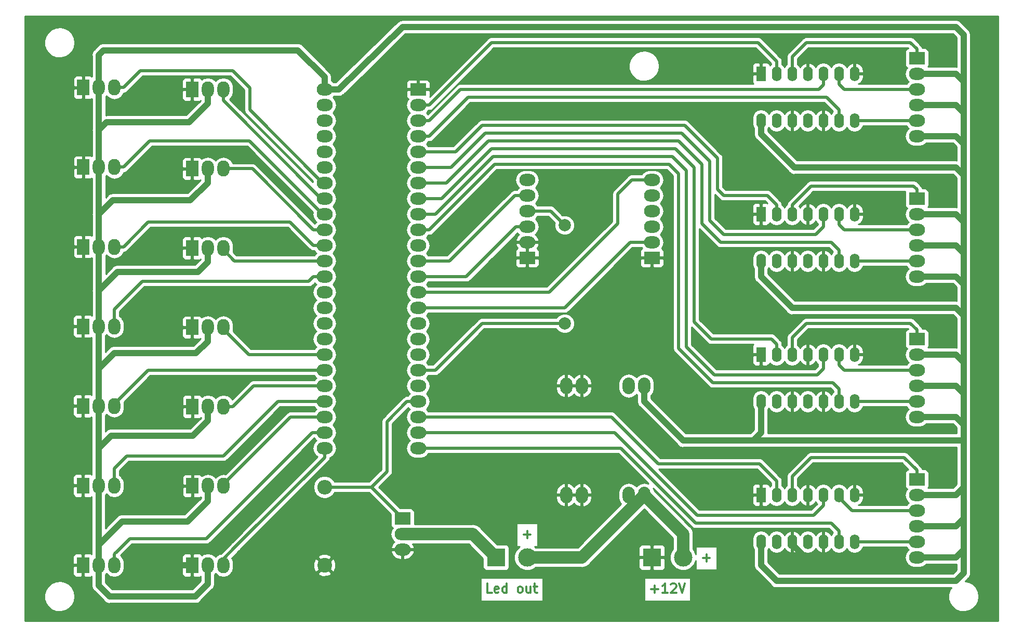
<source format=gbr>
G04 #@! TF.GenerationSoftware,KiCad,Pcbnew,5.0.0+dfsg1-2*
G04 #@! TF.CreationDate,2019-04-24T10:34:51+02:00*
G04 #@! TF.ProjectId,BLOBCNC_LOW,424C4F42434E435F4C4F572E6B696361,rev?*
G04 #@! TF.SameCoordinates,PXdb389b0PY38ecc10*
G04 #@! TF.FileFunction,Copper,L1,Top,Signal*
G04 #@! TF.FilePolarity,Positive*
%FSLAX46Y46*%
G04 Gerber Fmt 4.6, Leading zero omitted, Abs format (unit mm)*
G04 Created by KiCad (PCBNEW 5.0.0+dfsg1-2) date Wed Apr 24 10:34:51 2019*
%MOMM*%
%LPD*%
G01*
G04 APERTURE LIST*
G04 #@! TA.AperFunction,NonConductor*
%ADD10C,0.300000*%
G04 #@! TD*
G04 #@! TA.AperFunction,ComponentPad*
%ADD11C,3.000000*%
G04 #@! TD*
G04 #@! TA.AperFunction,ComponentPad*
%ADD12R,3.000000X3.000000*%
G04 #@! TD*
G04 #@! TA.AperFunction,ComponentPad*
%ADD13R,2.600000X2.000000*%
G04 #@! TD*
G04 #@! TA.AperFunction,ComponentPad*
%ADD14O,2.600000X2.000000*%
G04 #@! TD*
G04 #@! TA.AperFunction,ComponentPad*
%ADD15O,2.000000X2.600000*%
G04 #@! TD*
G04 #@! TA.AperFunction,ComponentPad*
%ADD16R,2.000000X2.600000*%
G04 #@! TD*
G04 #@! TA.AperFunction,ComponentPad*
%ADD17C,2.400000*%
G04 #@! TD*
G04 #@! TA.AperFunction,ComponentPad*
%ADD18O,2.400000X2.400000*%
G04 #@! TD*
G04 #@! TA.AperFunction,ComponentPad*
%ADD19R,1.600000X2.400000*%
G04 #@! TD*
G04 #@! TA.AperFunction,ComponentPad*
%ADD20O,1.600000X2.400000*%
G04 #@! TD*
G04 #@! TA.AperFunction,ComponentPad*
%ADD21O,2.000000X2.700000*%
G04 #@! TD*
G04 #@! TA.AperFunction,ViaPad*
%ADD22C,2.000000*%
G04 #@! TD*
G04 #@! TA.AperFunction,Conductor*
%ADD23C,2.000000*%
G04 #@! TD*
G04 #@! TA.AperFunction,Conductor*
%ADD24C,0.500000*%
G04 #@! TD*
G04 #@! TA.AperFunction,Conductor*
%ADD25C,1.000000*%
G04 #@! TD*
G04 #@! TA.AperFunction,Conductor*
%ADD26C,0.254000*%
G04 #@! TD*
G04 APERTURE END LIST*
D10*
X-78041429Y-85197142D02*
X-76898572Y-85197142D01*
X-77470000Y-85768571D02*
X-77470000Y-84625714D01*
X-83224286Y-94658571D02*
X-83938572Y-94658571D01*
X-83938572Y-93158571D01*
X-82152858Y-94587142D02*
X-82295715Y-94658571D01*
X-82581429Y-94658571D01*
X-82724286Y-94587142D01*
X-82795715Y-94444285D01*
X-82795715Y-93872857D01*
X-82724286Y-93730000D01*
X-82581429Y-93658571D01*
X-82295715Y-93658571D01*
X-82152858Y-93730000D01*
X-82081429Y-93872857D01*
X-82081429Y-94015714D01*
X-82795715Y-94158571D01*
X-80795715Y-94658571D02*
X-80795715Y-93158571D01*
X-80795715Y-94587142D02*
X-80938572Y-94658571D01*
X-81224286Y-94658571D01*
X-81367143Y-94587142D01*
X-81438572Y-94515714D01*
X-81510000Y-94372857D01*
X-81510000Y-93944285D01*
X-81438572Y-93801428D01*
X-81367143Y-93730000D01*
X-81224286Y-93658571D01*
X-80938572Y-93658571D01*
X-80795715Y-93730000D01*
X-78724286Y-94658571D02*
X-78867143Y-94587142D01*
X-78938572Y-94515714D01*
X-79010000Y-94372857D01*
X-79010000Y-93944285D01*
X-78938572Y-93801428D01*
X-78867143Y-93730000D01*
X-78724286Y-93658571D01*
X-78510000Y-93658571D01*
X-78367143Y-93730000D01*
X-78295715Y-93801428D01*
X-78224286Y-93944285D01*
X-78224286Y-94372857D01*
X-78295715Y-94515714D01*
X-78367143Y-94587142D01*
X-78510000Y-94658571D01*
X-78724286Y-94658571D01*
X-76938572Y-93658571D02*
X-76938572Y-94658571D01*
X-77581429Y-93658571D02*
X-77581429Y-94444285D01*
X-77510000Y-94587142D01*
X-77367143Y-94658571D01*
X-77152858Y-94658571D01*
X-77010000Y-94587142D01*
X-76938572Y-94515714D01*
X-76438572Y-93658571D02*
X-75867143Y-93658571D01*
X-76224286Y-93158571D02*
X-76224286Y-94444285D01*
X-76152858Y-94587142D01*
X-76010000Y-94658571D01*
X-75867143Y-94658571D01*
X-48831429Y-89007142D02*
X-47688572Y-89007142D01*
X-48260000Y-89578571D02*
X-48260000Y-88435714D01*
X-57252858Y-94087142D02*
X-56110000Y-94087142D01*
X-56681429Y-94658571D02*
X-56681429Y-93515714D01*
X-54610000Y-94658571D02*
X-55467143Y-94658571D01*
X-55038572Y-94658571D02*
X-55038572Y-93158571D01*
X-55181429Y-93372857D01*
X-55324286Y-93515714D01*
X-55467143Y-93587142D01*
X-54038572Y-93301428D02*
X-53967143Y-93230000D01*
X-53824286Y-93158571D01*
X-53467143Y-93158571D01*
X-53324286Y-93230000D01*
X-53252858Y-93301428D01*
X-53181429Y-93444285D01*
X-53181429Y-93587142D01*
X-53252858Y-93801428D01*
X-54110000Y-94658571D01*
X-53181429Y-94658571D01*
X-52752858Y-93158571D02*
X-52252858Y-94658571D01*
X-51752858Y-93158571D01*
D11*
G04 #@! TO.P,J1,2*
G04 #@! TO.N,+12V*
X-77470000Y-88900000D03*
D12*
G04 #@! TO.P,J1,1*
G04 #@! TO.N,Net-(J1-Pad1)*
X-82550000Y-88900000D03*
G04 #@! TD*
D13*
G04 #@! TO.P,J2,1*
G04 #@! TO.N,Net-(J2-Pad1)*
X-13970000Y-7620000D03*
D14*
G04 #@! TO.P,J2,2*
G04 #@! TO.N,+5V*
X-13970000Y-10160000D03*
G04 #@! TO.P,J2,3*
G04 #@! TO.N,Net-(J2-Pad3)*
X-13970000Y-12700000D03*
G04 #@! TO.P,J2,4*
G04 #@! TO.N,+5V*
X-13970000Y-15240000D03*
G04 #@! TO.P,J2,5*
G04 #@! TO.N,Net-(J2-Pad5)*
X-13970000Y-17780000D03*
G04 #@! TO.P,J2,6*
G04 #@! TO.N,+5V*
X-13970000Y-20320000D03*
G04 #@! TD*
G04 #@! TO.P,J3,6*
G04 #@! TO.N,+5V*
X-13970000Y-43180000D03*
G04 #@! TO.P,J3,5*
G04 #@! TO.N,Net-(J3-Pad5)*
X-13970000Y-40640000D03*
G04 #@! TO.P,J3,4*
G04 #@! TO.N,+5V*
X-13970000Y-38100000D03*
G04 #@! TO.P,J3,3*
G04 #@! TO.N,Net-(J3-Pad3)*
X-13970000Y-35560000D03*
G04 #@! TO.P,J3,2*
G04 #@! TO.N,+5V*
X-13970000Y-33020000D03*
D13*
G04 #@! TO.P,J3,1*
G04 #@! TO.N,Net-(J3-Pad1)*
X-13970000Y-30480000D03*
G04 #@! TD*
D14*
G04 #@! TO.P,J4,6*
G04 #@! TO.N,+5V*
X-13970000Y-66040000D03*
G04 #@! TO.P,J4,5*
G04 #@! TO.N,Net-(J4-Pad5)*
X-13970000Y-63500000D03*
G04 #@! TO.P,J4,4*
G04 #@! TO.N,+5V*
X-13970000Y-60960000D03*
G04 #@! TO.P,J4,3*
G04 #@! TO.N,Net-(J4-Pad3)*
X-13970000Y-58420000D03*
G04 #@! TO.P,J4,2*
G04 #@! TO.N,+5V*
X-13970000Y-55880000D03*
D13*
G04 #@! TO.P,J4,1*
G04 #@! TO.N,Net-(J4-Pad1)*
X-13970000Y-53340000D03*
G04 #@! TD*
G04 #@! TO.P,J5,1*
G04 #@! TO.N,Net-(J5-Pad1)*
X-13970000Y-76200000D03*
D14*
G04 #@! TO.P,J5,2*
G04 #@! TO.N,+5V*
X-13970000Y-78740000D03*
G04 #@! TO.P,J5,3*
G04 #@! TO.N,Net-(J5-Pad3)*
X-13970000Y-81280000D03*
G04 #@! TO.P,J5,4*
G04 #@! TO.N,+5V*
X-13970000Y-83820000D03*
G04 #@! TO.P,J5,5*
G04 #@! TO.N,Net-(J5-Pad5)*
X-13970000Y-86360000D03*
G04 #@! TO.P,J5,6*
G04 #@! TO.N,+5V*
X-13970000Y-88900000D03*
G04 #@! TD*
D15*
G04 #@! TO.P,J6,3*
G04 #@! TO.N,Net-(J6-Pad3)*
X-144746710Y-12398487D03*
G04 #@! TO.P,J6,2*
G04 #@! TO.N,+5V*
X-147286710Y-12398487D03*
D16*
G04 #@! TO.P,J6,1*
G04 #@! TO.N,GND*
X-149826710Y-12398487D03*
G04 #@! TD*
G04 #@! TO.P,J7,1*
G04 #@! TO.N,GND*
X-132080000Y-12700000D03*
D15*
G04 #@! TO.P,J7,2*
G04 #@! TO.N,+5V*
X-129540000Y-12700000D03*
G04 #@! TO.P,J7,3*
G04 #@! TO.N,Net-(J7-Pad3)*
X-127000000Y-12700000D03*
G04 #@! TD*
G04 #@! TO.P,J8,3*
G04 #@! TO.N,Net-(J8-Pad3)*
X-144746710Y-25360405D03*
G04 #@! TO.P,J8,2*
G04 #@! TO.N,+5V*
X-147286710Y-25360405D03*
D16*
G04 #@! TO.P,J8,1*
G04 #@! TO.N,GND*
X-149826710Y-25360405D03*
G04 #@! TD*
G04 #@! TO.P,J9,1*
G04 #@! TO.N,GND*
X-132080000Y-25611666D03*
D15*
G04 #@! TO.P,J9,2*
G04 #@! TO.N,+5V*
X-129540000Y-25611666D03*
G04 #@! TO.P,J9,3*
G04 #@! TO.N,Net-(J9-Pad3)*
X-127000000Y-25611666D03*
G04 #@! TD*
G04 #@! TO.P,J10,3*
G04 #@! TO.N,Net-(J10-Pad3)*
X-144746710Y-38322323D03*
G04 #@! TO.P,J10,2*
G04 #@! TO.N,+5V*
X-147286710Y-38322323D03*
D16*
G04 #@! TO.P,J10,1*
G04 #@! TO.N,GND*
X-149826710Y-38322323D03*
G04 #@! TD*
G04 #@! TO.P,J11,1*
G04 #@! TO.N,GND*
X-132080000Y-38523332D03*
D15*
G04 #@! TO.P,J11,2*
G04 #@! TO.N,+5V*
X-129540000Y-38523332D03*
G04 #@! TO.P,J11,3*
G04 #@! TO.N,Net-(J11-Pad3)*
X-127000000Y-38523332D03*
G04 #@! TD*
G04 #@! TO.P,J12,3*
G04 #@! TO.N,Net-(J12-Pad3)*
X-144780000Y-51284241D03*
G04 #@! TO.P,J12,2*
G04 #@! TO.N,+5V*
X-147320000Y-51284241D03*
D16*
G04 #@! TO.P,J12,1*
G04 #@! TO.N,GND*
X-149860000Y-51284241D03*
G04 #@! TD*
G04 #@! TO.P,J13,1*
G04 #@! TO.N,GND*
X-132080000Y-51434998D03*
D15*
G04 #@! TO.P,J13,2*
G04 #@! TO.N,+5V*
X-129540000Y-51434998D03*
G04 #@! TO.P,J13,3*
G04 #@! TO.N,Net-(J13-Pad3)*
X-127000000Y-51434998D03*
G04 #@! TD*
G04 #@! TO.P,J14,3*
G04 #@! TO.N,Net-(J14-Pad3)*
X-144780000Y-64246159D03*
G04 #@! TO.P,J14,2*
G04 #@! TO.N,+5V*
X-147320000Y-64246159D03*
D16*
G04 #@! TO.P,J14,1*
G04 #@! TO.N,GND*
X-149860000Y-64246159D03*
G04 #@! TD*
G04 #@! TO.P,J15,1*
G04 #@! TO.N,GND*
X-132046710Y-64346664D03*
D15*
G04 #@! TO.P,J15,2*
G04 #@! TO.N,+5V*
X-129506710Y-64346664D03*
G04 #@! TO.P,J15,3*
G04 #@! TO.N,Net-(J15-Pad3)*
X-126966710Y-64346664D03*
G04 #@! TD*
G04 #@! TO.P,J16,3*
G04 #@! TO.N,Net-(J16-Pad3)*
X-144780000Y-77208077D03*
G04 #@! TO.P,J16,2*
G04 #@! TO.N,+5V*
X-147320000Y-77208077D03*
D16*
G04 #@! TO.P,J16,1*
G04 #@! TO.N,GND*
X-149860000Y-77208077D03*
G04 #@! TD*
G04 #@! TO.P,J17,1*
G04 #@! TO.N,GND*
X-132046710Y-77258330D03*
D15*
G04 #@! TO.P,J17,2*
G04 #@! TO.N,+5V*
X-129506710Y-77258330D03*
G04 #@! TO.P,J17,3*
G04 #@! TO.N,Net-(J17-Pad3)*
X-126966710Y-77258330D03*
G04 #@! TD*
G04 #@! TO.P,J18,3*
G04 #@! TO.N,Net-(J18-Pad3)*
X-144780000Y-90170000D03*
G04 #@! TO.P,J18,2*
G04 #@! TO.N,+5V*
X-147320000Y-90170000D03*
D16*
G04 #@! TO.P,J18,1*
G04 #@! TO.N,GND*
X-149860000Y-90170000D03*
G04 #@! TD*
G04 #@! TO.P,J19,1*
G04 #@! TO.N,GND*
X-132080000Y-90170000D03*
D15*
G04 #@! TO.P,J19,2*
G04 #@! TO.N,+5V*
X-129540000Y-90170000D03*
G04 #@! TO.P,J19,3*
G04 #@! TO.N,Net-(J19-Pad3)*
X-127000000Y-90170000D03*
G04 #@! TD*
D12*
G04 #@! TO.P,J20,1*
G04 #@! TO.N,GND*
X-57150000Y-88900000D03*
D11*
G04 #@! TO.P,J20,2*
G04 #@! TO.N,+12V*
X-52070000Y-88900000D03*
G04 #@! TD*
D13*
G04 #@! TO.P,Q1,1*
G04 #@! TO.N,Net-(Q1-Pad1)*
X-97790000Y-82550000D03*
D14*
G04 #@! TO.P,Q1,2*
G04 #@! TO.N,Net-(J1-Pad1)*
X-97790000Y-85090000D03*
G04 #@! TO.P,Q1,3*
G04 #@! TO.N,GND*
X-97790000Y-87630000D03*
G04 #@! TD*
D17*
G04 #@! TO.P,R1,1*
G04 #@! TO.N,GND*
X-110490000Y-90170000D03*
D18*
G04 #@! TO.P,R1,2*
G04 #@! TO.N,Net-(Q1-Pad1)*
X-110490000Y-77470000D03*
G04 #@! TD*
D14*
G04 #@! TO.P,U1,5*
G04 #@! TO.N,N/C*
X-77470000Y-27432000D03*
G04 #@! TO.P,U1,4*
G04 #@! TO.N,Net-(U1-Pad4)*
X-77470000Y-29972000D03*
G04 #@! TO.P,U1,3*
G04 #@! TO.N,Net-(U1-Pad3)*
X-77470000Y-32512000D03*
G04 #@! TO.P,U1,2*
G04 #@! TO.N,Net-(U1-Pad2)*
X-77470000Y-35052000D03*
G04 #@! TO.P,U1,1*
G04 #@! TO.N,GND*
X-77470000Y-37592000D03*
D13*
X-77470000Y-40132000D03*
X-57150000Y-40132000D03*
D14*
G04 #@! TO.P,U1,8*
G04 #@! TO.N,Net-(U1-Pad8)*
X-57150000Y-37592000D03*
X-57150000Y-35052000D03*
G04 #@! TO.P,U1,*
G04 #@! TO.N,*
X-57150000Y-32512000D03*
G04 #@! TO.P,U1,7*
G04 #@! TO.N,N/C*
X-57150000Y-29972000D03*
G04 #@! TO.P,U1,6*
G04 #@! TO.N,Net-(U1-Pad6)*
X-57150000Y-27432000D03*
G04 #@! TD*
D19*
G04 #@! TO.P,U2,1*
G04 #@! TO.N,GND*
X-39370000Y-10160000D03*
D20*
G04 #@! TO.P,U2,8*
G04 #@! TO.N,Net-(J2-Pad5)*
X-24130000Y-17780000D03*
G04 #@! TO.P,U2,2*
G04 #@! TO.N,Net-(U2-Pad2)*
X-36830000Y-10160000D03*
G04 #@! TO.P,U2,9*
G04 #@! TO.N,Net-(U2-Pad9)*
X-26670000Y-17780000D03*
G04 #@! TO.P,U2,3*
G04 #@! TO.N,Net-(J2-Pad1)*
X-34290000Y-10160000D03*
G04 #@! TO.P,U2,10*
G04 #@! TO.N,GND*
X-29210000Y-17780000D03*
G04 #@! TO.P,U2,4*
X-31750000Y-10160000D03*
G04 #@! TO.P,U2,11*
G04 #@! TO.N,N/C*
X-31750000Y-17780000D03*
G04 #@! TO.P,U2,5*
G04 #@! TO.N,Net-(U2-Pad5)*
X-29210000Y-10160000D03*
G04 #@! TO.P,U2,12*
G04 #@! TO.N,GND*
X-34290000Y-17780000D03*
G04 #@! TO.P,U2,6*
G04 #@! TO.N,Net-(J2-Pad3)*
X-26670000Y-10160000D03*
G04 #@! TO.P,U2,13*
G04 #@! TO.N,N/C*
X-36830000Y-17780000D03*
G04 #@! TO.P,U2,7*
G04 #@! TO.N,GND*
X-24130000Y-10160000D03*
G04 #@! TO.P,U2,14*
G04 #@! TO.N,+5V*
X-39370000Y-17780000D03*
G04 #@! TD*
G04 #@! TO.P,U3,14*
G04 #@! TO.N,+5V*
X-39370000Y-40640000D03*
G04 #@! TO.P,U3,7*
G04 #@! TO.N,GND*
X-24130000Y-33020000D03*
G04 #@! TO.P,U3,13*
G04 #@! TO.N,N/C*
X-36830000Y-40640000D03*
G04 #@! TO.P,U3,6*
G04 #@! TO.N,Net-(J3-Pad3)*
X-26670000Y-33020000D03*
G04 #@! TO.P,U3,12*
G04 #@! TO.N,GND*
X-34290000Y-40640000D03*
G04 #@! TO.P,U3,5*
G04 #@! TO.N,Net-(U3-Pad5)*
X-29210000Y-33020000D03*
G04 #@! TO.P,U3,11*
G04 #@! TO.N,N/C*
X-31750000Y-40640000D03*
G04 #@! TO.P,U3,4*
G04 #@! TO.N,GND*
X-31750000Y-33020000D03*
G04 #@! TO.P,U3,10*
X-29210000Y-40640000D03*
G04 #@! TO.P,U3,3*
G04 #@! TO.N,Net-(J3-Pad1)*
X-34290000Y-33020000D03*
G04 #@! TO.P,U3,9*
G04 #@! TO.N,Net-(U3-Pad9)*
X-26670000Y-40640000D03*
G04 #@! TO.P,U3,2*
G04 #@! TO.N,Net-(U3-Pad2)*
X-36830000Y-33020000D03*
G04 #@! TO.P,U3,8*
G04 #@! TO.N,Net-(J3-Pad5)*
X-24130000Y-40640000D03*
D19*
G04 #@! TO.P,U3,1*
G04 #@! TO.N,GND*
X-39370000Y-33020000D03*
G04 #@! TD*
D20*
G04 #@! TO.P,U4,14*
G04 #@! TO.N,+5V*
X-39370000Y-63500000D03*
G04 #@! TO.P,U4,7*
G04 #@! TO.N,GND*
X-24130000Y-55880000D03*
G04 #@! TO.P,U4,13*
G04 #@! TO.N,N/C*
X-36830000Y-63500000D03*
G04 #@! TO.P,U4,6*
G04 #@! TO.N,Net-(J4-Pad3)*
X-26670000Y-55880000D03*
G04 #@! TO.P,U4,12*
G04 #@! TO.N,GND*
X-34290000Y-63500000D03*
G04 #@! TO.P,U4,5*
G04 #@! TO.N,Net-(U4-Pad5)*
X-29210000Y-55880000D03*
G04 #@! TO.P,U4,11*
G04 #@! TO.N,N/C*
X-31750000Y-63500000D03*
G04 #@! TO.P,U4,4*
G04 #@! TO.N,GND*
X-31750000Y-55880000D03*
G04 #@! TO.P,U4,10*
X-29210000Y-63500000D03*
G04 #@! TO.P,U4,3*
G04 #@! TO.N,Net-(J4-Pad1)*
X-34290000Y-55880000D03*
G04 #@! TO.P,U4,9*
G04 #@! TO.N,Net-(U4-Pad9)*
X-26670000Y-63500000D03*
G04 #@! TO.P,U4,2*
G04 #@! TO.N,Net-(U4-Pad2)*
X-36830000Y-55880000D03*
G04 #@! TO.P,U4,8*
G04 #@! TO.N,Net-(J4-Pad5)*
X-24130000Y-63500000D03*
D19*
G04 #@! TO.P,U4,1*
G04 #@! TO.N,GND*
X-39370000Y-55880000D03*
G04 #@! TD*
G04 #@! TO.P,U5,1*
G04 #@! TO.N,GND*
X-39370000Y-78740000D03*
D20*
G04 #@! TO.P,U5,8*
G04 #@! TO.N,Net-(J5-Pad5)*
X-24130000Y-86360000D03*
G04 #@! TO.P,U5,2*
G04 #@! TO.N,Net-(U5-Pad2)*
X-36830000Y-78740000D03*
G04 #@! TO.P,U5,9*
G04 #@! TO.N,Net-(U5-Pad9)*
X-26670000Y-86360000D03*
G04 #@! TO.P,U5,3*
G04 #@! TO.N,Net-(J5-Pad1)*
X-34290000Y-78740000D03*
G04 #@! TO.P,U5,10*
G04 #@! TO.N,GND*
X-29210000Y-86360000D03*
G04 #@! TO.P,U5,4*
X-31750000Y-78740000D03*
G04 #@! TO.P,U5,11*
G04 #@! TO.N,N/C*
X-31750000Y-86360000D03*
G04 #@! TO.P,U5,5*
G04 #@! TO.N,Net-(U5-Pad5)*
X-29210000Y-78740000D03*
G04 #@! TO.P,U5,12*
G04 #@! TO.N,GND*
X-34290000Y-86360000D03*
G04 #@! TO.P,U5,6*
G04 #@! TO.N,Net-(J5-Pad3)*
X-26670000Y-78740000D03*
G04 #@! TO.P,U5,13*
G04 #@! TO.N,N/C*
X-36830000Y-86360000D03*
G04 #@! TO.P,U5,7*
G04 #@! TO.N,GND*
X-24130000Y-78740000D03*
G04 #@! TO.P,U5,14*
G04 #@! TO.N,+5V*
X-39370000Y-86360000D03*
G04 #@! TD*
D21*
G04 #@! TO.P,U7,1*
G04 #@! TO.N,GND*
X-71120000Y-60960000D03*
X-68580000Y-60960000D03*
G04 #@! TO.P,U7,2*
G04 #@! TO.N,+5V*
X-60960000Y-60960000D03*
X-58420000Y-60960000D03*
G04 #@! TO.P,U7,3*
G04 #@! TO.N,GND*
X-71120000Y-78740000D03*
X-68580000Y-78740000D03*
G04 #@! TO.P,U7,4*
G04 #@! TO.N,+12V*
X-60960000Y-78740000D03*
X-58420000Y-78740000D03*
G04 #@! TD*
D14*
G04 #@! TO.P,U6,17*
G04 #@! TO.N,N/C*
X-95250000Y-53340000D03*
G04 #@! TO.P,U6,18*
X-95250000Y-55880000D03*
G04 #@! TO.P,U6,19*
G04 #@! TO.N,Net-(U1-Pad3)*
X-95250000Y-58420000D03*
G04 #@! TO.P,U6,20*
G04 #@! TO.N,N/C*
X-95250000Y-60960000D03*
G04 #@! TO.P,U6,16*
X-95250000Y-50800000D03*
G04 #@! TO.P,U6,15*
G04 #@! TO.N,Net-(U1-Pad8)*
X-95250000Y-48260000D03*
G04 #@! TO.P,U6,14*
G04 #@! TO.N,Net-(U1-Pad6)*
X-95250000Y-45720000D03*
G04 #@! TO.P,U6,21*
G04 #@! TO.N,Net-(Q1-Pad1)*
X-95250000Y-63500000D03*
G04 #@! TO.P,U6,22*
G04 #@! TO.N,Net-(U5-Pad2)*
X-95250000Y-66040000D03*
G04 #@! TO.P,U6,23*
G04 #@! TO.N,Net-(U5-Pad5)*
X-95250000Y-68580000D03*
G04 #@! TO.P,U6,24*
G04 #@! TO.N,Net-(U5-Pad9)*
X-95250000Y-71120000D03*
G04 #@! TO.P,U6,30*
G04 #@! TO.N,Net-(J19-Pad3)*
X-110490000Y-71120000D03*
G04 #@! TO.P,U6,31*
G04 #@! TO.N,Net-(J18-Pad3)*
X-110490000Y-68580000D03*
G04 #@! TO.P,U6,32*
G04 #@! TO.N,Net-(J17-Pad3)*
X-110490000Y-66040000D03*
G04 #@! TO.P,U6,33*
G04 #@! TO.N,Net-(J16-Pad3)*
X-110490000Y-63500000D03*
G04 #@! TO.P,U6,34*
G04 #@! TO.N,Net-(J15-Pad3)*
X-110490000Y-60960000D03*
G04 #@! TO.P,U6,35*
G04 #@! TO.N,Net-(J14-Pad3)*
X-110490000Y-58420000D03*
G04 #@! TO.P,U6,36*
G04 #@! TO.N,Net-(J13-Pad3)*
X-110490000Y-55880000D03*
G04 #@! TO.P,U6,37*
G04 #@! TO.N,N/C*
X-110490000Y-53340000D03*
G04 #@! TO.P,U6,13*
G04 #@! TO.N,Net-(U1-Pad2)*
X-95250000Y-43180000D03*
G04 #@! TO.P,U6,12*
G04 #@! TO.N,Net-(U1-Pad4)*
X-95250000Y-40640000D03*
G04 #@! TO.P,U6,11*
G04 #@! TO.N,N/C*
X-95250000Y-38100000D03*
G04 #@! TO.P,U6,10*
G04 #@! TO.N,Net-(U4-Pad9)*
X-95250000Y-35560000D03*
G04 #@! TO.P,U6,9*
G04 #@! TO.N,Net-(U4-Pad5)*
X-95250000Y-33020000D03*
G04 #@! TO.P,U6,8*
G04 #@! TO.N,Net-(U4-Pad2)*
X-95250000Y-30480000D03*
G04 #@! TO.P,U6,7*
G04 #@! TO.N,Net-(U3-Pad9)*
X-95250000Y-27940000D03*
G04 #@! TO.P,U6,6*
G04 #@! TO.N,Net-(U3-Pad5)*
X-95250000Y-25400000D03*
G04 #@! TO.P,U6,5*
G04 #@! TO.N,Net-(U3-Pad2)*
X-95250000Y-22860000D03*
G04 #@! TO.P,U6,4*
G04 #@! TO.N,Net-(U2-Pad9)*
X-95250000Y-20320000D03*
G04 #@! TO.P,U6,3*
G04 #@! TO.N,Net-(U2-Pad5)*
X-95250000Y-17780000D03*
G04 #@! TO.P,U6,2*
G04 #@! TO.N,Net-(U2-Pad2)*
X-95250000Y-15240000D03*
D13*
G04 #@! TO.P,U6,1*
G04 #@! TO.N,GND*
X-95250000Y-12700000D03*
D14*
G04 #@! TO.P,U6,38*
G04 #@! TO.N,N/C*
X-110490000Y-50800000D03*
G04 #@! TO.P,U6,39*
X-110490000Y-48260000D03*
G04 #@! TO.P,U6,40*
X-110490000Y-45720000D03*
G04 #@! TO.P,U6,41*
G04 #@! TO.N,Net-(J12-Pad3)*
X-110490000Y-43180000D03*
G04 #@! TO.P,U6,42*
G04 #@! TO.N,Net-(J11-Pad3)*
X-110490000Y-40640000D03*
G04 #@! TO.P,U6,43*
G04 #@! TO.N,Net-(J10-Pad3)*
X-110490000Y-38100000D03*
G04 #@! TO.P,U6,44*
G04 #@! TO.N,Net-(J9-Pad3)*
X-110490000Y-35560000D03*
G04 #@! TO.P,U6,45*
G04 #@! TO.N,Net-(J8-Pad3)*
X-110490000Y-33020000D03*
G04 #@! TO.P,U6,46*
G04 #@! TO.N,Net-(J7-Pad3)*
X-110490000Y-30480000D03*
G04 #@! TO.P,U6,47*
G04 #@! TO.N,Net-(J6-Pad3)*
X-110490000Y-27940000D03*
G04 #@! TO.P,U6,48*
G04 #@! TO.N,N/C*
X-110490000Y-25400000D03*
G04 #@! TO.P,U6,49*
X-110490000Y-22860000D03*
G04 #@! TO.P,U6,50*
X-110490000Y-20320000D03*
G04 #@! TO.P,U6,51*
X-110490000Y-17780000D03*
G04 #@! TO.P,U6,52*
X-110490000Y-15240000D03*
G04 #@! TO.P,U6,53*
G04 #@! TO.N,+5V*
X-110490000Y-12700000D03*
G04 #@! TD*
D22*
G04 #@! TO.N,GND*
X-21590000Y-89662000D03*
X-21590000Y-75438000D03*
X-19050000Y-75438000D03*
X-19050000Y-66802000D03*
X-21590000Y-66802000D03*
X-21590000Y-53086000D03*
X-19050000Y-53086000D03*
X-19050000Y-44450000D03*
X-21590000Y-44450000D03*
X-21590000Y-30734000D03*
X-18796000Y-30734000D03*
X-18796000Y-21844000D03*
X-21590000Y-21844000D03*
X-21590000Y-7620000D03*
X-19050000Y-89662000D03*
X-19050000Y-96266000D03*
X-137414000Y-90170000D03*
X-137160000Y-77216000D03*
X-139700000Y-77216000D03*
X-139700000Y-64008000D03*
X-136906000Y-64008000D03*
X-136906000Y-50038000D03*
X-139954000Y-50038000D03*
X-139954000Y-38862000D03*
X-137160000Y-38862000D03*
X-137160000Y-26416000D03*
X-140462000Y-26416000D03*
X-140462000Y-14732000D03*
G04 #@! TO.N,Net-(U1-Pad3)*
X-71374000Y-34798000D03*
X-71374000Y-50800000D03*
G04 #@! TD*
D23*
G04 #@! TO.N,+12V*
X-52070000Y-85090000D02*
X-58420000Y-78740000D01*
X-52070000Y-88900000D02*
X-52070000Y-85090000D01*
X-68580000Y-88900000D02*
X-77470000Y-88900000D01*
X-58420000Y-78740000D02*
X-68580000Y-88900000D01*
G04 #@! TO.N,Net-(J1-Pad1)*
X-86360000Y-85090000D02*
X-82550000Y-88900000D01*
X-97790000Y-85090000D02*
X-86360000Y-85090000D01*
D24*
G04 #@! TO.N,Net-(J2-Pad1)*
X-13970000Y-6120000D02*
X-15010000Y-5080000D01*
X-13970000Y-7620000D02*
X-13970000Y-6120000D01*
X-15010000Y-5080000D02*
X-32004000Y-5080000D01*
X-34290000Y-7366000D02*
X-34290000Y-10160000D01*
X-32004000Y-5080000D02*
X-34290000Y-7366000D01*
D25*
G04 #@! TO.N,+5V*
X-108190000Y-12700000D02*
X-110490000Y-12700000D01*
X-58420000Y-63500000D02*
X-52070000Y-69850000D01*
X-58420000Y-60960000D02*
X-58420000Y-63500000D01*
X-97790000Y-2540000D02*
X-108190000Y-12700000D01*
X-7620000Y-2540000D02*
X-97790000Y-2540000D01*
X-6350000Y-3810000D02*
X-7620000Y-2540000D01*
X-7620000Y-10160000D02*
X-6350000Y-11430000D01*
X-13970000Y-10160000D02*
X-7620000Y-10160000D01*
X-6350000Y-11430000D02*
X-6350000Y-3810000D01*
X-7620000Y-15240000D02*
X-6350000Y-16510000D01*
X-13970000Y-15240000D02*
X-7620000Y-15240000D01*
X-6350000Y-16510000D02*
X-6350000Y-11430000D01*
X-7620000Y-20320000D02*
X-6350000Y-21590000D01*
X-13970000Y-20320000D02*
X-7620000Y-20320000D01*
X-6350000Y-21590000D02*
X-6350000Y-16510000D01*
X-13970000Y-33020000D02*
X-7620000Y-33020000D01*
X-7620000Y-33020000D02*
X-6350000Y-34290000D01*
X-7620000Y-38100000D02*
X-6350000Y-39370000D01*
X-13970000Y-38100000D02*
X-7620000Y-38100000D01*
X-6350000Y-39370000D02*
X-6350000Y-34290000D01*
X-7620000Y-43180000D02*
X-6350000Y-44450000D01*
X-13970000Y-43180000D02*
X-7620000Y-43180000D01*
X-6350000Y-44450000D02*
X-6350000Y-39370000D01*
X-7620000Y-55880000D02*
X-6350000Y-57150000D01*
X-13970000Y-55880000D02*
X-7620000Y-55880000D01*
X-7620000Y-60960000D02*
X-6350000Y-62230000D01*
X-13970000Y-60960000D02*
X-7620000Y-60960000D01*
X-6350000Y-62230000D02*
X-6350000Y-57150000D01*
X-7620000Y-66040000D02*
X-6350000Y-67310000D01*
X-13970000Y-66040000D02*
X-7620000Y-66040000D01*
X-6350000Y-69850000D02*
X-6350000Y-67310000D01*
X-6350000Y-67310000D02*
X-6350000Y-62230000D01*
X-7620000Y-88900000D02*
X-13970000Y-88900000D01*
X-6350000Y-87630000D02*
X-7620000Y-88900000D01*
X-7620000Y-83820000D02*
X-6350000Y-82550000D01*
X-13970000Y-83820000D02*
X-7620000Y-83820000D01*
X-6350000Y-82550000D02*
X-6350000Y-87630000D01*
X-13970000Y-78740000D02*
X-7620000Y-78740000D01*
X-6350000Y-69850000D02*
X-6350000Y-77470000D01*
X-7620000Y-78740000D02*
X-6350000Y-77470000D01*
X-6350000Y-77470000D02*
X-6350000Y-82550000D01*
X-39370000Y-19980000D02*
X-33950000Y-25400000D01*
X-39370000Y-17780000D02*
X-39370000Y-19980000D01*
X-33950000Y-25400000D02*
X-7620000Y-25400000D01*
X-7620000Y-25400000D02*
X-6350000Y-26670000D01*
X-6350000Y-34290000D02*
X-6350000Y-26670000D01*
X-6350000Y-26670000D02*
X-6350000Y-21590000D01*
X-7620000Y-48260000D02*
X-6350000Y-49530000D01*
X-34290000Y-48260000D02*
X-7620000Y-48260000D01*
X-39370000Y-43180000D02*
X-34290000Y-48260000D01*
X-39370000Y-40640000D02*
X-39370000Y-43180000D01*
X-6350000Y-57150000D02*
X-6350000Y-49530000D01*
X-6350000Y-49530000D02*
X-6350000Y-44450000D01*
X-6350000Y-91440000D02*
X-6350000Y-87630000D01*
X-7620000Y-92710000D02*
X-6350000Y-91440000D01*
X-36830000Y-92710000D02*
X-7620000Y-92710000D01*
X-39370000Y-86360000D02*
X-39370000Y-90170000D01*
X-39370000Y-90170000D02*
X-36830000Y-92710000D01*
X-39370000Y-68580000D02*
X-40640000Y-69850000D01*
X-39370000Y-63500000D02*
X-39370000Y-68580000D01*
X-52070000Y-69850000D02*
X-40640000Y-69850000D01*
X-40640000Y-69850000D02*
X-6350000Y-69850000D01*
X-110490000Y-10700000D02*
X-114840000Y-6350000D01*
X-110490000Y-12700000D02*
X-110490000Y-10700000D01*
X-114840000Y-6350000D02*
X-146558000Y-6350000D01*
X-147286710Y-7078710D02*
X-147286710Y-12398487D01*
X-146558000Y-6350000D02*
X-147286710Y-7078710D01*
X-147286710Y-12398487D02*
X-147286710Y-14698487D01*
X-147286710Y-25360405D02*
X-147286710Y-27660405D01*
X-147286710Y-51250951D02*
X-147320000Y-51284241D01*
X-147320000Y-51284241D02*
X-147320000Y-53584241D01*
X-147320000Y-90170000D02*
X-147320000Y-86868000D01*
X-147320000Y-86868000D02*
X-143510000Y-83058000D01*
X-143510000Y-83058000D02*
X-132842000Y-83058000D01*
X-129506710Y-79722710D02*
X-129506710Y-77258330D01*
X-132842000Y-83058000D02*
X-129506710Y-79722710D01*
X-129506710Y-66646664D02*
X-131948046Y-69088000D01*
X-129506710Y-64346664D02*
X-129506710Y-66646664D01*
X-145288000Y-69088000D02*
X-147320000Y-71120000D01*
X-131948046Y-69088000D02*
X-145288000Y-69088000D01*
X-147320000Y-64246159D02*
X-147320000Y-71120000D01*
X-147320000Y-71120000D02*
X-147320000Y-90170000D01*
X-129540000Y-53734998D02*
X-131431002Y-55626000D01*
X-129540000Y-51434998D02*
X-129540000Y-53734998D01*
X-144780000Y-55626000D02*
X-147320000Y-58166000D01*
X-131431002Y-55626000D02*
X-144780000Y-55626000D01*
X-147320000Y-53584241D02*
X-147320000Y-58166000D01*
X-147320000Y-58166000D02*
X-147320000Y-64246159D01*
X-129540000Y-40823332D02*
X-131134668Y-42418000D01*
X-129540000Y-38523332D02*
X-129540000Y-40823332D01*
X-131134668Y-42418000D02*
X-144238710Y-42418000D01*
X-144238710Y-42418000D02*
X-147286710Y-45466000D01*
X-147286710Y-38322323D02*
X-147286710Y-45466000D01*
X-147286710Y-45466000D02*
X-147286710Y-51250951D01*
X-129540000Y-27911666D02*
X-132362334Y-30734000D01*
X-129540000Y-25611666D02*
X-129540000Y-27911666D01*
X-145000710Y-30734000D02*
X-147286710Y-33020000D01*
X-132362334Y-30734000D02*
X-145000710Y-30734000D01*
X-147286710Y-27660405D02*
X-147286710Y-33020000D01*
X-147286710Y-33020000D02*
X-147286710Y-38322323D01*
X-129540000Y-15000000D02*
X-132574000Y-18034000D01*
X-129540000Y-12700000D02*
X-129540000Y-15000000D01*
X-132574000Y-18034000D02*
X-146016710Y-18034000D01*
X-146016710Y-18034000D02*
X-147286710Y-19304000D01*
X-147286710Y-14698487D02*
X-147286710Y-19304000D01*
X-147286710Y-19304000D02*
X-147286710Y-25360405D01*
X-129540000Y-93218000D02*
X-129540000Y-90170000D01*
X-131572000Y-95250000D02*
X-129540000Y-93218000D01*
X-145542000Y-95250000D02*
X-131572000Y-95250000D01*
X-147320000Y-90170000D02*
X-147320000Y-93472000D01*
X-147320000Y-93472000D02*
X-145542000Y-95250000D01*
D24*
G04 #@! TO.N,Net-(J2-Pad3)*
X-15770000Y-12700000D02*
X-13970000Y-12700000D01*
X-26670000Y-11860000D02*
X-25830000Y-12700000D01*
X-25830000Y-12700000D02*
X-15770000Y-12700000D01*
X-26670000Y-10160000D02*
X-26670000Y-11860000D01*
G04 #@! TO.N,Net-(J2-Pad5)*
X-24130000Y-17780000D02*
X-13970000Y-17780000D01*
G04 #@! TO.N,Net-(J3-Pad5)*
X-24130000Y-40640000D02*
X-13970000Y-40640000D01*
G04 #@! TO.N,Net-(J3-Pad3)*
X-26670000Y-34720000D02*
X-25830000Y-35560000D01*
X-26670000Y-33020000D02*
X-26670000Y-34720000D01*
X-25830000Y-35560000D02*
X-13970000Y-35560000D01*
G04 #@! TO.N,Net-(J3-Pad1)*
X-13970000Y-28980000D02*
X-13970000Y-30480000D01*
X-14502000Y-28448000D02*
X-13970000Y-28980000D01*
X-31242000Y-28448000D02*
X-14502000Y-28448000D01*
X-34290000Y-31496000D02*
X-31242000Y-28448000D01*
X-34290000Y-33020000D02*
X-34290000Y-31496000D01*
G04 #@! TO.N,Net-(J4-Pad5)*
X-24130000Y-63500000D02*
X-13970000Y-63500000D01*
G04 #@! TO.N,Net-(J4-Pad3)*
X-15770000Y-58420000D02*
X-13970000Y-58420000D01*
X-25830000Y-58420000D02*
X-15770000Y-58420000D01*
X-26670000Y-57580000D02*
X-25830000Y-58420000D01*
X-26670000Y-55880000D02*
X-26670000Y-57580000D01*
G04 #@! TO.N,Net-(J4-Pad1)*
X-13970000Y-51840000D02*
X-15010000Y-50800000D01*
X-13970000Y-53340000D02*
X-13970000Y-51840000D01*
X-15010000Y-50800000D02*
X-32004000Y-50800000D01*
X-34290000Y-53086000D02*
X-34290000Y-55880000D01*
X-32004000Y-50800000D02*
X-34290000Y-53086000D01*
G04 #@! TO.N,Net-(J5-Pad1)*
X-13970000Y-74700000D02*
X-16026000Y-72644000D01*
X-13970000Y-76200000D02*
X-13970000Y-74700000D01*
X-16026000Y-72644000D02*
X-31242000Y-72644000D01*
X-34290000Y-75692000D02*
X-34290000Y-78740000D01*
X-31242000Y-72644000D02*
X-34290000Y-75692000D01*
G04 #@! TO.N,Net-(J5-Pad3)*
X-15770000Y-81280000D02*
X-13970000Y-81280000D01*
X-24530000Y-81280000D02*
X-15770000Y-81280000D01*
X-26670000Y-79140000D02*
X-24530000Y-81280000D01*
X-26670000Y-78740000D02*
X-26670000Y-79140000D01*
G04 #@! TO.N,Net-(J5-Pad5)*
X-24130000Y-86360000D02*
X-13970000Y-86360000D01*
D25*
G04 #@! TO.N,GND*
X-31388000Y-89662000D02*
X-21590000Y-89662000D01*
X-34290000Y-86360000D02*
X-34290000Y-86760000D01*
X-34290000Y-86760000D02*
X-31388000Y-89662000D01*
X-21590000Y-75438000D02*
X-19050000Y-75438000D01*
X-19050000Y-66802000D02*
X-21590000Y-66802000D01*
X-21590000Y-53086000D02*
X-19050000Y-53086000D01*
X-19050000Y-44450000D02*
X-21590000Y-44450000D01*
X-21590000Y-30734000D02*
X-18796000Y-30734000D01*
X-18796000Y-21844000D02*
X-21590000Y-21844000D01*
X-21590000Y-89662000D02*
X-19050000Y-89662000D01*
X-132080000Y-90170000D02*
X-137414000Y-90170000D01*
X-137160000Y-77216000D02*
X-139700000Y-77216000D01*
X-139700000Y-64008000D02*
X-136906000Y-64008000D01*
X-136906000Y-50038000D02*
X-139954000Y-50038000D01*
X-139954000Y-38862000D02*
X-137160000Y-38862000D01*
X-137160000Y-26416000D02*
X-140462000Y-26416000D01*
D24*
G04 #@! TO.N,Net-(Q1-Pad1)*
X-97050000Y-63500000D02*
X-100330000Y-66780000D01*
X-95250000Y-63500000D02*
X-97050000Y-63500000D01*
X-100330000Y-66780000D02*
X-100330000Y-74930000D01*
X-100330000Y-74930000D02*
X-102870000Y-77470000D01*
X-102870000Y-77470000D02*
X-110490000Y-77470000D01*
X-97790000Y-82550000D02*
X-102870000Y-77470000D01*
G04 #@! TO.N,Net-(U1-Pad4)*
X-95250000Y-40640000D02*
X-90170000Y-40640000D01*
X-79502000Y-29972000D02*
X-77470000Y-29972000D01*
X-90170000Y-40640000D02*
X-79502000Y-29972000D01*
G04 #@! TO.N,Net-(U1-Pad3)*
X-77470000Y-32512000D02*
X-73660000Y-32512000D01*
X-73660000Y-32512000D02*
X-71374000Y-34798000D01*
X-92456000Y-58420000D02*
X-95250000Y-58420000D01*
X-71374000Y-50800000D02*
X-84836000Y-50800000D01*
X-84836000Y-50800000D02*
X-92456000Y-58420000D01*
G04 #@! TO.N,Net-(U1-Pad2)*
X-93450000Y-43180000D02*
X-95250000Y-43180000D01*
X-87398000Y-43180000D02*
X-93450000Y-43180000D01*
X-79270000Y-35052000D02*
X-87398000Y-43180000D01*
X-77470000Y-35052000D02*
X-79270000Y-35052000D01*
G04 #@! TO.N,Net-(U1-Pad8)*
X-95250000Y-48260000D02*
X-71374000Y-48260000D01*
X-60706000Y-37592000D02*
X-57150000Y-37592000D01*
X-71374000Y-48260000D02*
X-60706000Y-37592000D01*
G04 #@! TO.N,Net-(U1-Pad6)*
X-62738000Y-29718000D02*
X-60452000Y-27432000D01*
X-62738000Y-34544000D02*
X-62738000Y-29718000D01*
X-60452000Y-27432000D02*
X-57150000Y-27432000D01*
X-95250000Y-45720000D02*
X-73914000Y-45720000D01*
X-73914000Y-45720000D02*
X-62738000Y-34544000D01*
G04 #@! TO.N,Net-(U2-Pad2)*
X-93450000Y-15240000D02*
X-83290000Y-5080000D01*
X-95250000Y-15240000D02*
X-93450000Y-15240000D01*
X-83290000Y-5080000D02*
X-39878000Y-5080000D01*
X-36830000Y-8128000D02*
X-36830000Y-10160000D01*
X-39878000Y-5080000D02*
X-36830000Y-8128000D01*
G04 #@! TO.N,Net-(U2-Pad9)*
X-26670000Y-16002000D02*
X-26670000Y-17780000D01*
X-28702000Y-13970000D02*
X-26670000Y-16002000D01*
X-87100000Y-13970000D02*
X-28702000Y-13970000D01*
X-95250000Y-20320000D02*
X-93450000Y-20320000D01*
X-93450000Y-20320000D02*
X-87100000Y-13970000D01*
G04 #@! TO.N,Net-(U2-Pad5)*
X-93450000Y-17780000D02*
X-88370000Y-12700000D01*
X-95250000Y-17780000D02*
X-93450000Y-17780000D01*
X-88370000Y-12700000D02*
X-29972000Y-12700000D01*
X-29210000Y-11938000D02*
X-29210000Y-10160000D01*
X-29972000Y-12700000D02*
X-29210000Y-11938000D01*
G04 #@! TO.N,Net-(U3-Pad5)*
X-95250000Y-25400000D02*
X-89916000Y-25400000D01*
X-89916000Y-25400000D02*
X-84328000Y-19812000D01*
X-84328000Y-19812000D02*
X-52324000Y-19812000D01*
X-52324000Y-19812000D02*
X-47752000Y-24384000D01*
X-47752000Y-24384000D02*
X-47752000Y-34036000D01*
X-47752000Y-34036000D02*
X-45466000Y-36322000D01*
X-45466000Y-36322000D02*
X-30480000Y-36322000D01*
X-29210000Y-35052000D02*
X-29210000Y-33020000D01*
X-30480000Y-36322000D02*
X-29210000Y-35052000D01*
G04 #@! TO.N,Net-(U3-Pad9)*
X-27940000Y-37592000D02*
X-26670000Y-38862000D01*
X-45974000Y-37592000D02*
X-27940000Y-37592000D01*
X-95250000Y-27940000D02*
X-90678000Y-27940000D01*
X-90678000Y-27940000D02*
X-83820000Y-21082000D01*
X-83820000Y-21082000D02*
X-52832000Y-21082000D01*
X-49022000Y-24892000D02*
X-49022000Y-34544000D01*
X-26670000Y-38862000D02*
X-26670000Y-40640000D01*
X-52832000Y-21082000D02*
X-49022000Y-24892000D01*
X-49022000Y-34544000D02*
X-45974000Y-37592000D01*
G04 #@! TO.N,Net-(U3-Pad2)*
X-89154000Y-22860000D02*
X-95250000Y-22860000D01*
X-84836000Y-18542000D02*
X-89154000Y-22860000D01*
X-51816000Y-18542000D02*
X-84836000Y-18542000D01*
X-36830000Y-31496000D02*
X-38354000Y-29972000D01*
X-38354000Y-29972000D02*
X-45466000Y-29972000D01*
X-36830000Y-33020000D02*
X-36830000Y-31496000D01*
X-45466000Y-29972000D02*
X-46482000Y-28956000D01*
X-46482000Y-23876000D02*
X-51816000Y-18542000D01*
X-46482000Y-28956000D02*
X-46482000Y-23876000D01*
G04 #@! TO.N,Net-(U4-Pad5)*
X-30226000Y-59182000D02*
X-29210000Y-58166000D01*
X-92456000Y-33020000D02*
X-83058000Y-23622000D01*
X-83058000Y-23622000D02*
X-53848000Y-23622000D01*
X-29210000Y-58166000D02*
X-29210000Y-55880000D01*
X-46990000Y-59182000D02*
X-30226000Y-59182000D01*
X-95250000Y-33020000D02*
X-92456000Y-33020000D01*
X-53848000Y-23622000D02*
X-51562000Y-25908000D01*
X-51562000Y-25908000D02*
X-51562000Y-54610000D01*
X-51562000Y-54610000D02*
X-46990000Y-59182000D01*
G04 #@! TO.N,Net-(U4-Pad9)*
X-27686000Y-60452000D02*
X-26670000Y-61468000D01*
X-93450000Y-35560000D02*
X-82782000Y-24892000D01*
X-47244000Y-60452000D02*
X-27686000Y-60452000D01*
X-82782000Y-24892000D02*
X-54356000Y-24892000D01*
X-26670000Y-61468000D02*
X-26670000Y-63500000D01*
X-54356000Y-24892000D02*
X-52832000Y-26416000D01*
X-95250000Y-35560000D02*
X-93450000Y-35560000D01*
X-52832000Y-54864000D02*
X-47244000Y-60452000D01*
X-52832000Y-26416000D02*
X-52832000Y-54864000D01*
G04 #@! TO.N,Net-(U4-Pad2)*
X-36830000Y-54180000D02*
X-37670000Y-53340000D01*
X-36830000Y-55880000D02*
X-36830000Y-54180000D01*
X-37670000Y-53340000D02*
X-47498000Y-53340000D01*
X-47498000Y-53340000D02*
X-50292000Y-50546000D01*
X-50292000Y-50546000D02*
X-50292000Y-25400000D01*
X-50292000Y-25400000D02*
X-53340000Y-22352000D01*
X-53340000Y-22352000D02*
X-83312000Y-22352000D01*
X-91440000Y-30480000D02*
X-95250000Y-30480000D01*
X-83312000Y-22352000D02*
X-91440000Y-30480000D01*
G04 #@! TO.N,Net-(U5-Pad2)*
X-36830000Y-76454000D02*
X-36830000Y-78740000D01*
X-39624000Y-73660000D02*
X-36830000Y-76454000D01*
X-56134000Y-73660000D02*
X-39624000Y-73660000D01*
X-95250000Y-66040000D02*
X-63754000Y-66040000D01*
X-63754000Y-66040000D02*
X-56134000Y-73660000D01*
G04 #@! TO.N,Net-(U5-Pad9)*
X-26670000Y-84582000D02*
X-26670000Y-86360000D01*
X-27940000Y-83312000D02*
X-26670000Y-84582000D01*
X-50038000Y-83312000D02*
X-27940000Y-83312000D01*
X-95250000Y-71120000D02*
X-62230000Y-71120000D01*
X-62230000Y-71120000D02*
X-50038000Y-83312000D01*
G04 #@! TO.N,Net-(U5-Pad5)*
X-95250000Y-68580000D02*
X-63246000Y-68580000D01*
X-63246000Y-68580000D02*
X-49784000Y-82042000D01*
X-49784000Y-82042000D02*
X-30988000Y-82042000D01*
X-30812000Y-82042000D02*
X-30988000Y-82042000D01*
X-29210000Y-80440000D02*
X-30812000Y-82042000D01*
X-29210000Y-78740000D02*
X-29210000Y-80440000D01*
G04 #@! TO.N,Net-(J6-Pad3)*
X-110790000Y-27940000D02*
X-122682000Y-16048000D01*
X-110490000Y-27940000D02*
X-110790000Y-27940000D01*
X-122682000Y-16048000D02*
X-122682000Y-12446000D01*
X-122682000Y-12446000D02*
X-125476000Y-9652000D01*
X-143246710Y-12398487D02*
X-144746710Y-12398487D01*
X-140500223Y-9652000D02*
X-143246710Y-12398487D01*
X-125476000Y-9652000D02*
X-140500223Y-9652000D01*
G04 #@! TO.N,Net-(J7-Pad3)*
X-127000000Y-14500000D02*
X-127000000Y-12700000D01*
X-111020000Y-30480000D02*
X-127000000Y-14500000D01*
X-110490000Y-30480000D02*
X-111020000Y-30480000D01*
G04 #@! TO.N,Net-(J8-Pad3)*
X-110790000Y-33020000D02*
X-122728000Y-21082000D01*
X-110490000Y-33020000D02*
X-110790000Y-33020000D01*
X-143246710Y-25360405D02*
X-144746710Y-25360405D01*
X-138968305Y-21082000D02*
X-143246710Y-25360405D01*
X-122728000Y-21082000D02*
X-138968305Y-21082000D01*
G04 #@! TO.N,Net-(J9-Pad3)*
X-125500000Y-25611666D02*
X-127000000Y-25611666D01*
X-122238334Y-25611666D02*
X-125500000Y-25611666D01*
X-112290000Y-35560000D02*
X-122238334Y-25611666D01*
X-110490000Y-35560000D02*
X-112290000Y-35560000D01*
G04 #@! TO.N,Net-(J10-Pad3)*
X-112290000Y-38100000D02*
X-116100000Y-34290000D01*
X-110490000Y-38100000D02*
X-112290000Y-38100000D01*
X-143246710Y-38322323D02*
X-144746710Y-38322323D01*
X-139214387Y-34290000D02*
X-143246710Y-38322323D01*
X-116100000Y-34290000D02*
X-139214387Y-34290000D01*
G04 #@! TO.N,Net-(J11-Pad3)*
X-127000000Y-38823332D02*
X-127000000Y-38523332D01*
X-125183332Y-40640000D02*
X-127000000Y-38823332D01*
X-110490000Y-40640000D02*
X-125183332Y-40640000D01*
G04 #@! TO.N,Net-(J12-Pad3)*
X-112290000Y-43180000D02*
X-113052000Y-43942000D01*
X-110490000Y-43180000D02*
X-112290000Y-43180000D01*
X-113052000Y-43942000D02*
X-140208000Y-43942000D01*
X-144780000Y-48514000D02*
X-144780000Y-51284241D01*
X-140208000Y-43942000D02*
X-144780000Y-48514000D01*
G04 #@! TO.N,Net-(J13-Pad3)*
X-122854998Y-55880000D02*
X-127000000Y-51734998D01*
X-127000000Y-51734998D02*
X-127000000Y-51434998D01*
X-110490000Y-55880000D02*
X-122854998Y-55880000D01*
G04 #@! TO.N,Net-(J14-Pad3)*
X-144780000Y-63946159D02*
X-144780000Y-64246159D01*
X-139253841Y-58420000D02*
X-144780000Y-63946159D01*
X-110490000Y-58420000D02*
X-139253841Y-58420000D01*
G04 #@! TO.N,Net-(J15-Pad3)*
X-125466710Y-64346664D02*
X-126966710Y-64346664D01*
X-122080046Y-60960000D02*
X-125466710Y-64346664D01*
X-110490000Y-60960000D02*
X-122080046Y-60960000D01*
G04 #@! TO.N,Net-(J16-Pad3)*
X-144780000Y-74422000D02*
X-144780000Y-77208077D01*
X-142748000Y-72390000D02*
X-144780000Y-74422000D01*
X-127000000Y-72390000D02*
X-142748000Y-72390000D01*
X-110490000Y-63500000D02*
X-118110000Y-63500000D01*
X-118110000Y-63500000D02*
X-127000000Y-72390000D01*
G04 #@! TO.N,Net-(J17-Pad3)*
X-126966710Y-76958330D02*
X-126966710Y-77258330D01*
X-116048380Y-66040000D02*
X-126966710Y-76958330D01*
X-110490000Y-66040000D02*
X-116048380Y-66040000D01*
G04 #@! TO.N,Net-(J18-Pad3)*
X-144780000Y-88370000D02*
X-144780000Y-90170000D01*
X-110490000Y-68580000D02*
X-112522000Y-68580000D01*
X-142240000Y-85852000D02*
X-144526000Y-88138000D01*
X-112522000Y-68580000D02*
X-129794000Y-85852000D01*
X-144526000Y-88138000D02*
X-144548000Y-88138000D01*
X-144548000Y-88138000D02*
X-144780000Y-88370000D01*
X-129794000Y-85852000D02*
X-142240000Y-85852000D01*
G04 #@! TO.N,Net-(J19-Pad3)*
X-124992000Y-87146000D02*
X-127000000Y-89154000D01*
X-127000000Y-89154000D02*
X-127000000Y-90170000D01*
X-124992000Y-87122000D02*
X-124992000Y-87146000D01*
X-110490000Y-71120000D02*
X-110490000Y-72620000D01*
X-110490000Y-72620000D02*
X-124992000Y-87122000D01*
G04 #@! TD*
D26*
G04 #@! TO.N,GND*
G36*
X-754999Y-99265000D02*
X-159285000Y-99265000D01*
X-159285000Y-94896620D01*
X-156152979Y-94896620D01*
X-156147122Y-95642338D01*
X-155922253Y-96353367D01*
X-155498253Y-96966844D01*
X-154912610Y-97428528D01*
X-154217103Y-97697599D01*
X-153473225Y-97750269D01*
X-152746744Y-97581879D01*
X-152101891Y-97207319D01*
X-151595682Y-96659705D01*
X-151272871Y-95987453D01*
X-151162000Y-95250000D01*
X-151162309Y-95210606D01*
X-151284750Y-94474985D01*
X-151618081Y-93807887D01*
X-152132829Y-93268291D01*
X-152783485Y-92903906D01*
X-153512521Y-92746949D01*
X-154255481Y-92811296D01*
X-154946676Y-93091259D01*
X-155524995Y-93562085D01*
X-155939306Y-94182146D01*
X-156152979Y-94896620D01*
X-159285000Y-94896620D01*
X-159285000Y-90455750D01*
X-151495000Y-90455750D01*
X-151495000Y-91596309D01*
X-151398327Y-91829698D01*
X-151219699Y-92008327D01*
X-150986310Y-92105000D01*
X-150145750Y-92105000D01*
X-149987000Y-91946250D01*
X-149987000Y-90297000D01*
X-151336250Y-90297000D01*
X-151495000Y-90455750D01*
X-159285000Y-90455750D01*
X-159285000Y-88743691D01*
X-151495000Y-88743691D01*
X-151495000Y-89884250D01*
X-151336250Y-90043000D01*
X-149987000Y-90043000D01*
X-149987000Y-88393750D01*
X-150145750Y-88235000D01*
X-150986310Y-88235000D01*
X-151219699Y-88331673D01*
X-151398327Y-88510302D01*
X-151495000Y-88743691D01*
X-159285000Y-88743691D01*
X-159285000Y-77493827D01*
X-151495000Y-77493827D01*
X-151495000Y-78634386D01*
X-151398327Y-78867775D01*
X-151219699Y-79046404D01*
X-150986310Y-79143077D01*
X-150145750Y-79143077D01*
X-149987000Y-78984327D01*
X-149987000Y-77335077D01*
X-151336250Y-77335077D01*
X-151495000Y-77493827D01*
X-159285000Y-77493827D01*
X-159285000Y-75781768D01*
X-151495000Y-75781768D01*
X-151495000Y-76922327D01*
X-151336250Y-77081077D01*
X-149987000Y-77081077D01*
X-149987000Y-75431827D01*
X-150145750Y-75273077D01*
X-150986310Y-75273077D01*
X-151219699Y-75369750D01*
X-151398327Y-75548379D01*
X-151495000Y-75781768D01*
X-159285000Y-75781768D01*
X-159285000Y-64531909D01*
X-151495000Y-64531909D01*
X-151495000Y-65672468D01*
X-151398327Y-65905857D01*
X-151219699Y-66084486D01*
X-150986310Y-66181159D01*
X-150145750Y-66181159D01*
X-149987000Y-66022409D01*
X-149987000Y-64373159D01*
X-151336250Y-64373159D01*
X-151495000Y-64531909D01*
X-159285000Y-64531909D01*
X-159285000Y-62819850D01*
X-151495000Y-62819850D01*
X-151495000Y-63960409D01*
X-151336250Y-64119159D01*
X-149987000Y-64119159D01*
X-149987000Y-62469909D01*
X-150145750Y-62311159D01*
X-150986310Y-62311159D01*
X-151219699Y-62407832D01*
X-151398327Y-62586461D01*
X-151495000Y-62819850D01*
X-159285000Y-62819850D01*
X-159285000Y-51569991D01*
X-151495000Y-51569991D01*
X-151495000Y-52710550D01*
X-151398327Y-52943939D01*
X-151219699Y-53122568D01*
X-150986310Y-53219241D01*
X-150145750Y-53219241D01*
X-149987000Y-53060491D01*
X-149987000Y-51411241D01*
X-151336250Y-51411241D01*
X-151495000Y-51569991D01*
X-159285000Y-51569991D01*
X-159285000Y-49857932D01*
X-151495000Y-49857932D01*
X-151495000Y-50998491D01*
X-151336250Y-51157241D01*
X-149987000Y-51157241D01*
X-149987000Y-49507991D01*
X-149733000Y-49507991D01*
X-149733000Y-51157241D01*
X-149713000Y-51157241D01*
X-149713000Y-51411241D01*
X-149733000Y-51411241D01*
X-149733000Y-53060491D01*
X-149574250Y-53219241D01*
X-148733690Y-53219241D01*
X-148500301Y-53122568D01*
X-148454999Y-53077266D01*
X-148454999Y-53472454D01*
X-148455000Y-53472459D01*
X-148454999Y-58054212D01*
X-148477235Y-58166000D01*
X-148455000Y-58277783D01*
X-148454999Y-62453134D01*
X-148500301Y-62407832D01*
X-148733690Y-62311159D01*
X-149574250Y-62311159D01*
X-149733000Y-62469909D01*
X-149733000Y-64119159D01*
X-149713000Y-64119159D01*
X-149713000Y-64373159D01*
X-149733000Y-64373159D01*
X-149733000Y-66022409D01*
X-149574250Y-66181159D01*
X-148733690Y-66181159D01*
X-148500301Y-66084486D01*
X-148455000Y-66039184D01*
X-148454999Y-71008212D01*
X-148477235Y-71120000D01*
X-148455000Y-71231783D01*
X-148455000Y-75415051D01*
X-148500301Y-75369750D01*
X-148733690Y-75273077D01*
X-149574250Y-75273077D01*
X-149733000Y-75431827D01*
X-149733000Y-77081077D01*
X-149713000Y-77081077D01*
X-149713000Y-77335077D01*
X-149733000Y-77335077D01*
X-149733000Y-78984327D01*
X-149574250Y-79143077D01*
X-148733690Y-79143077D01*
X-148500301Y-79046404D01*
X-148455000Y-79001102D01*
X-148454999Y-86756213D01*
X-148477235Y-86868000D01*
X-148454999Y-86979788D01*
X-148454999Y-88376975D01*
X-148500301Y-88331673D01*
X-148733690Y-88235000D01*
X-149574250Y-88235000D01*
X-149733000Y-88393750D01*
X-149733000Y-90043000D01*
X-149713000Y-90043000D01*
X-149713000Y-90297000D01*
X-149733000Y-90297000D01*
X-149733000Y-91946250D01*
X-149574250Y-92105000D01*
X-148733690Y-92105000D01*
X-148500301Y-92008327D01*
X-148454999Y-91963025D01*
X-148454999Y-93360212D01*
X-148477235Y-93472000D01*
X-148389146Y-93914854D01*
X-148323915Y-94012478D01*
X-148138288Y-94290289D01*
X-148043520Y-94353611D01*
X-146423611Y-95973521D01*
X-146360289Y-96068289D01*
X-146089755Y-96249054D01*
X-145984855Y-96319146D01*
X-145542000Y-96407235D01*
X-145430217Y-96385000D01*
X-131683783Y-96385000D01*
X-131572000Y-96407235D01*
X-131460217Y-96385000D01*
X-131129145Y-96319146D01*
X-130753711Y-96068289D01*
X-130690387Y-95973518D01*
X-128816479Y-94099611D01*
X-128721711Y-94036289D01*
X-128470854Y-93660855D01*
X-128405000Y-93329783D01*
X-128405000Y-93329782D01*
X-128382765Y-93218000D01*
X-128405000Y-93106217D01*
X-128405000Y-92190000D01*
X-85080714Y-92190000D01*
X-85080714Y-96010000D01*
X-74939285Y-96010000D01*
X-74939285Y-92190000D01*
X-58395000Y-92190000D01*
X-58395000Y-96010000D01*
X-50825000Y-96010000D01*
X-50825000Y-92190000D01*
X-58395000Y-92190000D01*
X-74939285Y-92190000D01*
X-85080714Y-92190000D01*
X-128405000Y-92190000D01*
X-128405000Y-91678014D01*
X-128361231Y-91648769D01*
X-128270000Y-91512232D01*
X-128178769Y-91648769D01*
X-127637945Y-92010136D01*
X-127000000Y-92137031D01*
X-126362056Y-92010136D01*
X-125821231Y-91648769D01*
X-125699894Y-91467175D01*
X-111607570Y-91467175D01*
X-111484435Y-91754788D01*
X-110802266Y-92014707D01*
X-110072557Y-91993786D01*
X-109495565Y-91754788D01*
X-109372430Y-91467175D01*
X-110490000Y-90349605D01*
X-111607570Y-91467175D01*
X-125699894Y-91467175D01*
X-125459864Y-91107945D01*
X-125365000Y-90631031D01*
X-125365000Y-89857734D01*
X-112334707Y-89857734D01*
X-112313786Y-90587443D01*
X-112074788Y-91164435D01*
X-111787175Y-91287570D01*
X-110669605Y-90170000D01*
X-110310395Y-90170000D01*
X-109192825Y-91287570D01*
X-108905212Y-91164435D01*
X-108645293Y-90482266D01*
X-108666214Y-89752557D01*
X-108905212Y-89175565D01*
X-109192825Y-89052430D01*
X-110310395Y-90170000D01*
X-110669605Y-90170000D01*
X-111787175Y-89052430D01*
X-112074788Y-89175565D01*
X-112334707Y-89857734D01*
X-125365000Y-89857734D01*
X-125365000Y-89708970D01*
X-125459864Y-89232055D01*
X-125606708Y-89012287D01*
X-125467246Y-88872825D01*
X-111607570Y-88872825D01*
X-110490000Y-89990395D01*
X-109372430Y-88872825D01*
X-109495565Y-88585212D01*
X-110177734Y-88325293D01*
X-110907443Y-88346214D01*
X-111484435Y-88585212D01*
X-111607570Y-88872825D01*
X-125467246Y-88872825D01*
X-124604855Y-88010434D01*
X-99680124Y-88010434D01*
X-99649144Y-88138355D01*
X-99335922Y-88696317D01*
X-98833020Y-89091942D01*
X-98217000Y-89265000D01*
X-97917000Y-89265000D01*
X-97917000Y-87757000D01*
X-97663000Y-87757000D01*
X-97663000Y-89265000D01*
X-97363000Y-89265000D01*
X-96746980Y-89091942D01*
X-96244078Y-88696317D01*
X-95930856Y-88138355D01*
X-95899876Y-88010434D01*
X-96019223Y-87757000D01*
X-97663000Y-87757000D01*
X-97917000Y-87757000D01*
X-99560777Y-87757000D01*
X-99680124Y-88010434D01*
X-124604855Y-88010434D01*
X-124427844Y-87833423D01*
X-124353951Y-87784049D01*
X-124304578Y-87710157D01*
X-124304576Y-87710155D01*
X-124256245Y-87637824D01*
X-109925844Y-73307423D01*
X-109851951Y-73258049D01*
X-109656348Y-72965310D01*
X-109605000Y-72707165D01*
X-109605000Y-72707160D01*
X-109597442Y-72669164D01*
X-109552055Y-72660136D01*
X-109011231Y-72298769D01*
X-108649864Y-71757945D01*
X-108522969Y-71120000D01*
X-108649864Y-70482055D01*
X-109011231Y-69941231D01*
X-109147768Y-69850000D01*
X-109011231Y-69758769D01*
X-108649864Y-69217945D01*
X-108522969Y-68580000D01*
X-108649864Y-67942055D01*
X-109011231Y-67401231D01*
X-109147768Y-67310000D01*
X-109011231Y-67218769D01*
X-108649864Y-66677945D01*
X-108522969Y-66040000D01*
X-108649864Y-65402055D01*
X-109011231Y-64861231D01*
X-109147768Y-64770000D01*
X-109011231Y-64678769D01*
X-108649864Y-64137945D01*
X-108522969Y-63500000D01*
X-108649864Y-62862055D01*
X-109011231Y-62321231D01*
X-109147768Y-62230000D01*
X-109011231Y-62138769D01*
X-108649864Y-61597945D01*
X-108522969Y-60960000D01*
X-108649864Y-60322055D01*
X-109011231Y-59781231D01*
X-109147768Y-59690000D01*
X-109011231Y-59598769D01*
X-108649864Y-59057945D01*
X-108522969Y-58420000D01*
X-108649864Y-57782055D01*
X-109011231Y-57241231D01*
X-109147768Y-57150000D01*
X-109011231Y-57058769D01*
X-108649864Y-56517945D01*
X-108522969Y-55880000D01*
X-108649864Y-55242055D01*
X-109011231Y-54701231D01*
X-109147768Y-54610000D01*
X-109011231Y-54518769D01*
X-108649864Y-53977945D01*
X-108522969Y-53340000D01*
X-108649864Y-52702055D01*
X-109011231Y-52161231D01*
X-109147768Y-52070000D01*
X-109011231Y-51978769D01*
X-108649864Y-51437945D01*
X-108522969Y-50800000D01*
X-108649864Y-50162055D01*
X-109011231Y-49621231D01*
X-109147768Y-49530000D01*
X-109011231Y-49438769D01*
X-108649864Y-48897945D01*
X-108522969Y-48260000D01*
X-108649864Y-47622055D01*
X-109011231Y-47081231D01*
X-109147768Y-46990000D01*
X-109011231Y-46898769D01*
X-108649864Y-46357945D01*
X-108522969Y-45720000D01*
X-108649864Y-45082055D01*
X-109011231Y-44541231D01*
X-109147768Y-44450000D01*
X-109011231Y-44358769D01*
X-108649864Y-43817945D01*
X-108522969Y-43180000D01*
X-108649864Y-42542055D01*
X-109011231Y-42001231D01*
X-109147768Y-41910000D01*
X-109011231Y-41818769D01*
X-108649864Y-41277945D01*
X-108522969Y-40640000D01*
X-108649864Y-40002055D01*
X-109011231Y-39461231D01*
X-109147768Y-39370000D01*
X-109011231Y-39278769D01*
X-108649864Y-38737945D01*
X-108522969Y-38100000D01*
X-108649864Y-37462055D01*
X-109011231Y-36921231D01*
X-109147768Y-36830000D01*
X-109011231Y-36738769D01*
X-108649864Y-36197945D01*
X-108522969Y-35560000D01*
X-108649864Y-34922055D01*
X-109011231Y-34381231D01*
X-109147768Y-34290000D01*
X-109011231Y-34198769D01*
X-108649864Y-33657945D01*
X-108522969Y-33020000D01*
X-108649864Y-32382055D01*
X-109011231Y-31841231D01*
X-109147768Y-31750000D01*
X-109011231Y-31658769D01*
X-108649864Y-31117945D01*
X-108522969Y-30480000D01*
X-108649864Y-29842055D01*
X-109011231Y-29301231D01*
X-109147768Y-29210000D01*
X-109011231Y-29118769D01*
X-108649864Y-28577945D01*
X-108522969Y-27940000D01*
X-108649864Y-27302055D01*
X-109011231Y-26761231D01*
X-109147768Y-26670000D01*
X-109011231Y-26578769D01*
X-108649864Y-26037945D01*
X-108522969Y-25400000D01*
X-108649864Y-24762055D01*
X-109011231Y-24221231D01*
X-109147768Y-24130000D01*
X-109011231Y-24038769D01*
X-108649864Y-23497945D01*
X-108522969Y-22860000D01*
X-108649864Y-22222055D01*
X-109011231Y-21681231D01*
X-109147768Y-21590000D01*
X-109011231Y-21498769D01*
X-108649864Y-20957945D01*
X-108522969Y-20320000D01*
X-108649864Y-19682055D01*
X-109011231Y-19141231D01*
X-109147768Y-19050000D01*
X-109011231Y-18958769D01*
X-108649864Y-18417945D01*
X-108522969Y-17780000D01*
X-108649864Y-17142055D01*
X-109011231Y-16601231D01*
X-109147768Y-16510000D01*
X-109011231Y-16418769D01*
X-108649864Y-15877945D01*
X-108522969Y-15240000D01*
X-108649864Y-14602055D01*
X-109011231Y-14061231D01*
X-109147768Y-13970000D01*
X-109011231Y-13878769D01*
X-108981985Y-13835000D01*
X-108308475Y-13835000D01*
X-108203507Y-13857156D01*
X-108084903Y-13835000D01*
X-108078217Y-13835000D01*
X-107975048Y-13814478D01*
X-107759656Y-13774242D01*
X-107753894Y-13770488D01*
X-107747145Y-13769146D01*
X-107564833Y-13647329D01*
X-107476817Y-13589993D01*
X-107472041Y-13585328D01*
X-107371711Y-13518289D01*
X-107312105Y-13429082D01*
X-105412886Y-11573691D01*
X-97185000Y-11573691D01*
X-97185000Y-12414250D01*
X-97026250Y-12573000D01*
X-95377000Y-12573000D01*
X-95377000Y-11223750D01*
X-95123000Y-11223750D01*
X-95123000Y-12573000D01*
X-93473750Y-12573000D01*
X-93315000Y-12414250D01*
X-93315000Y-11573691D01*
X-93411673Y-11340302D01*
X-93590301Y-11161673D01*
X-93823690Y-11065000D01*
X-94964250Y-11065000D01*
X-95123000Y-11223750D01*
X-95377000Y-11223750D01*
X-95535750Y-11065000D01*
X-96676310Y-11065000D01*
X-96909699Y-11161673D01*
X-97088327Y-11340302D01*
X-97185000Y-11573691D01*
X-105412886Y-11573691D01*
X-97327610Y-3675000D01*
X-8090131Y-3675000D01*
X-7484999Y-4280133D01*
X-7485000Y-9029618D01*
X-7508217Y-9025000D01*
X-7620000Y-9002765D01*
X-7731783Y-9025000D01*
X-12176905Y-9025000D01*
X-12071843Y-8867765D01*
X-12022560Y-8620000D01*
X-12022560Y-6620000D01*
X-12071843Y-6372235D01*
X-12212191Y-6162191D01*
X-12422235Y-6021843D01*
X-12670000Y-5972560D01*
X-13096989Y-5972560D01*
X-13136348Y-5774690D01*
X-13331951Y-5481951D01*
X-13405844Y-5432577D01*
X-14322575Y-4515847D01*
X-14371951Y-4441951D01*
X-14664690Y-4246348D01*
X-14922835Y-4195000D01*
X-14922839Y-4195000D01*
X-15010000Y-4177663D01*
X-15097161Y-4195000D01*
X-31916841Y-4195000D01*
X-32004001Y-4177663D01*
X-32091161Y-4195000D01*
X-32091165Y-4195000D01*
X-32349310Y-4246348D01*
X-32437066Y-4304985D01*
X-32568155Y-4392576D01*
X-32568156Y-4392577D01*
X-32642049Y-4441951D01*
X-32691423Y-4515844D01*
X-34854153Y-6678575D01*
X-34928049Y-6727951D01*
X-35123652Y-7020691D01*
X-35175000Y-7278836D01*
X-35175000Y-7278839D01*
X-35192337Y-7366000D01*
X-35175000Y-7453161D01*
X-35175000Y-8625479D01*
X-35324576Y-8725423D01*
X-35560000Y-9077759D01*
X-35795423Y-8725423D01*
X-35945000Y-8625479D01*
X-35945000Y-8215161D01*
X-35927663Y-8128000D01*
X-35945000Y-8040839D01*
X-35945000Y-8040835D01*
X-35996348Y-7782690D01*
X-36142576Y-7563845D01*
X-36142577Y-7563844D01*
X-36191951Y-7489951D01*
X-36265844Y-7440577D01*
X-39190575Y-4515847D01*
X-39239951Y-4441951D01*
X-39532690Y-4246348D01*
X-39790835Y-4195000D01*
X-39790839Y-4195000D01*
X-39878000Y-4177663D01*
X-39965161Y-4195000D01*
X-83202839Y-4195000D01*
X-83290000Y-4177663D01*
X-83377161Y-4195000D01*
X-83377165Y-4195000D01*
X-83635310Y-4246348D01*
X-83854155Y-4392576D01*
X-83854156Y-4392577D01*
X-83928049Y-4441951D01*
X-83977423Y-4515844D01*
X-93334172Y-13872594D01*
X-93315000Y-13826309D01*
X-93315000Y-12985750D01*
X-93473750Y-12827000D01*
X-95123000Y-12827000D01*
X-95123000Y-12847000D01*
X-95377000Y-12847000D01*
X-95377000Y-12827000D01*
X-97026250Y-12827000D01*
X-97185000Y-12985750D01*
X-97185000Y-13826309D01*
X-97088327Y-14059698D01*
X-96909699Y-14238327D01*
X-96860670Y-14258635D01*
X-97090136Y-14602055D01*
X-97217031Y-15240000D01*
X-97090136Y-15877945D01*
X-96728769Y-16418769D01*
X-96592232Y-16510000D01*
X-96728769Y-16601231D01*
X-97090136Y-17142055D01*
X-97217031Y-17780000D01*
X-97090136Y-18417945D01*
X-96728769Y-18958769D01*
X-96592232Y-19050000D01*
X-96728769Y-19141231D01*
X-97090136Y-19682055D01*
X-97217031Y-20320000D01*
X-97090136Y-20957945D01*
X-96728769Y-21498769D01*
X-96592232Y-21590000D01*
X-96728769Y-21681231D01*
X-97090136Y-22222055D01*
X-97217031Y-22860000D01*
X-97090136Y-23497945D01*
X-96728769Y-24038769D01*
X-96592232Y-24130000D01*
X-96728769Y-24221231D01*
X-97090136Y-24762055D01*
X-97217031Y-25400000D01*
X-97090136Y-26037945D01*
X-96728769Y-26578769D01*
X-96592232Y-26670000D01*
X-96728769Y-26761231D01*
X-97090136Y-27302055D01*
X-97217031Y-27940000D01*
X-97090136Y-28577945D01*
X-96728769Y-29118769D01*
X-96592232Y-29210000D01*
X-96728769Y-29301231D01*
X-97090136Y-29842055D01*
X-97217031Y-30480000D01*
X-97090136Y-31117945D01*
X-96728769Y-31658769D01*
X-96592232Y-31750000D01*
X-96728769Y-31841231D01*
X-97090136Y-32382055D01*
X-97217031Y-33020000D01*
X-97090136Y-33657945D01*
X-96728769Y-34198769D01*
X-96592232Y-34290000D01*
X-96728769Y-34381231D01*
X-97090136Y-34922055D01*
X-97217031Y-35560000D01*
X-97090136Y-36197945D01*
X-96728769Y-36738769D01*
X-96592232Y-36830000D01*
X-96728769Y-36921231D01*
X-97090136Y-37462055D01*
X-97217031Y-38100000D01*
X-97090136Y-38737945D01*
X-96728769Y-39278769D01*
X-96592232Y-39370000D01*
X-96728769Y-39461231D01*
X-97090136Y-40002055D01*
X-97217031Y-40640000D01*
X-97090136Y-41277945D01*
X-96728769Y-41818769D01*
X-96592232Y-41910000D01*
X-96728769Y-42001231D01*
X-97090136Y-42542055D01*
X-97217031Y-43180000D01*
X-97090136Y-43817945D01*
X-96728769Y-44358769D01*
X-96592232Y-44450000D01*
X-96728769Y-44541231D01*
X-97090136Y-45082055D01*
X-97217031Y-45720000D01*
X-97090136Y-46357945D01*
X-96728769Y-46898769D01*
X-96592232Y-46990000D01*
X-96728769Y-47081231D01*
X-97090136Y-47622055D01*
X-97217031Y-48260000D01*
X-97090136Y-48897945D01*
X-96728769Y-49438769D01*
X-96592232Y-49530000D01*
X-96728769Y-49621231D01*
X-97090136Y-50162055D01*
X-97217031Y-50800000D01*
X-97090136Y-51437945D01*
X-96728769Y-51978769D01*
X-96592232Y-52070000D01*
X-96728769Y-52161231D01*
X-97090136Y-52702055D01*
X-97217031Y-53340000D01*
X-97090136Y-53977945D01*
X-96728769Y-54518769D01*
X-96592232Y-54610000D01*
X-96728769Y-54701231D01*
X-97090136Y-55242055D01*
X-97217031Y-55880000D01*
X-97090136Y-56517945D01*
X-96728769Y-57058769D01*
X-96592232Y-57150000D01*
X-96728769Y-57241231D01*
X-97090136Y-57782055D01*
X-97217031Y-58420000D01*
X-97090136Y-59057945D01*
X-96728769Y-59598769D01*
X-96592232Y-59690000D01*
X-96728769Y-59781231D01*
X-97090136Y-60322055D01*
X-97217031Y-60960000D01*
X-97090136Y-61597945D01*
X-96728769Y-62138769D01*
X-96592232Y-62230000D01*
X-96728769Y-62321231D01*
X-96925059Y-62615000D01*
X-96962841Y-62615000D01*
X-97050001Y-62597663D01*
X-97137161Y-62615000D01*
X-97137165Y-62615000D01*
X-97395310Y-62666348D01*
X-97503120Y-62738385D01*
X-97614155Y-62812576D01*
X-97614156Y-62812577D01*
X-97688049Y-62861951D01*
X-97737423Y-62935844D01*
X-100894153Y-66092575D01*
X-100968049Y-66141951D01*
X-101163652Y-66434691D01*
X-101215000Y-66692836D01*
X-101215000Y-66692839D01*
X-101232337Y-66780000D01*
X-101215000Y-66867161D01*
X-101214999Y-74563420D01*
X-103236578Y-76585000D01*
X-108874404Y-76585000D01*
X-109167039Y-76147039D01*
X-109774019Y-75741469D01*
X-110309273Y-75635000D01*
X-110670727Y-75635000D01*
X-111205981Y-75741469D01*
X-111812961Y-76147039D01*
X-112218531Y-76754019D01*
X-112360949Y-77470000D01*
X-112218531Y-78185981D01*
X-111812961Y-78792961D01*
X-111205981Y-79198531D01*
X-110670727Y-79305000D01*
X-110309273Y-79305000D01*
X-109774019Y-79198531D01*
X-109167039Y-78792961D01*
X-108874404Y-78355000D01*
X-103236578Y-78355000D01*
X-99737440Y-81854139D01*
X-99737440Y-83550000D01*
X-99688157Y-83797765D01*
X-99547809Y-84007809D01*
X-99399511Y-84106900D01*
X-99630136Y-84452055D01*
X-99757031Y-85090000D01*
X-99630136Y-85727945D01*
X-99268769Y-86268769D01*
X-99102371Y-86379952D01*
X-99335922Y-86563683D01*
X-99649144Y-87121645D01*
X-99680124Y-87249566D01*
X-99560777Y-87503000D01*
X-97917000Y-87503000D01*
X-97917000Y-87483000D01*
X-97663000Y-87483000D01*
X-97663000Y-87503000D01*
X-96019223Y-87503000D01*
X-95899876Y-87249566D01*
X-95930856Y-87121645D01*
X-96153520Y-86725000D01*
X-87037238Y-86725000D01*
X-84697440Y-89064799D01*
X-84697440Y-90400000D01*
X-84648157Y-90647765D01*
X-84507809Y-90857809D01*
X-84297765Y-90998157D01*
X-84050000Y-91047440D01*
X-81050000Y-91047440D01*
X-80802235Y-90998157D01*
X-80592191Y-90857809D01*
X-80451843Y-90647765D01*
X-80402560Y-90400000D01*
X-80402560Y-87400000D01*
X-80451843Y-87152235D01*
X-80592191Y-86942191D01*
X-80802235Y-86801843D01*
X-81050000Y-86752560D01*
X-82385201Y-86752560D01*
X-85090012Y-84047750D01*
X-85181231Y-83911231D01*
X-85722055Y-83549864D01*
X-86198969Y-83455000D01*
X-86198970Y-83455000D01*
X-86360000Y-83422969D01*
X-86521030Y-83455000D01*
X-95842560Y-83455000D01*
X-95842560Y-81550000D01*
X-95891843Y-81302235D01*
X-96032191Y-81092191D01*
X-96242235Y-80951843D01*
X-96490000Y-80902560D01*
X-98185861Y-80902560D01*
X-100221421Y-78867000D01*
X-72755000Y-78867000D01*
X-72755000Y-79217000D01*
X-72581942Y-79833020D01*
X-72186317Y-80335922D01*
X-71628355Y-80649144D01*
X-71500434Y-80680124D01*
X-71247000Y-80560777D01*
X-71247000Y-78867000D01*
X-70993000Y-78867000D01*
X-70993000Y-80560777D01*
X-70739566Y-80680124D01*
X-70611645Y-80649144D01*
X-70053683Y-80335922D01*
X-69850000Y-80077009D01*
X-69646317Y-80335922D01*
X-69088355Y-80649144D01*
X-68960434Y-80680124D01*
X-68707000Y-80560777D01*
X-68707000Y-78867000D01*
X-68453000Y-78867000D01*
X-68453000Y-80560777D01*
X-68199566Y-80680124D01*
X-68071645Y-80649144D01*
X-67513683Y-80335922D01*
X-67118058Y-79833020D01*
X-66945000Y-79217000D01*
X-66945000Y-78867000D01*
X-68453000Y-78867000D01*
X-68707000Y-78867000D01*
X-70993000Y-78867000D01*
X-71247000Y-78867000D01*
X-72755000Y-78867000D01*
X-100221421Y-78867000D01*
X-100825421Y-78263000D01*
X-72755000Y-78263000D01*
X-72755000Y-78613000D01*
X-71247000Y-78613000D01*
X-71247000Y-76919223D01*
X-70993000Y-76919223D01*
X-70993000Y-78613000D01*
X-68707000Y-78613000D01*
X-68707000Y-76919223D01*
X-68453000Y-76919223D01*
X-68453000Y-78613000D01*
X-66945000Y-78613000D01*
X-66945000Y-78263000D01*
X-67118058Y-77646980D01*
X-67513683Y-77144078D01*
X-68071645Y-76830856D01*
X-68199566Y-76799876D01*
X-68453000Y-76919223D01*
X-68707000Y-76919223D01*
X-68960434Y-76799876D01*
X-69088355Y-76830856D01*
X-69646317Y-77144078D01*
X-69850000Y-77402991D01*
X-70053683Y-77144078D01*
X-70611645Y-76830856D01*
X-70739566Y-76799876D01*
X-70993000Y-76919223D01*
X-71247000Y-76919223D01*
X-71500434Y-76799876D01*
X-71628355Y-76830856D01*
X-72186317Y-77144078D01*
X-72581942Y-77646980D01*
X-72755000Y-78263000D01*
X-100825421Y-78263000D01*
X-101618422Y-77470000D01*
X-99765844Y-75617423D01*
X-99691951Y-75568049D01*
X-99591820Y-75418194D01*
X-99496349Y-75275311D01*
X-99496348Y-75275310D01*
X-99445000Y-75017165D01*
X-99445000Y-75017161D01*
X-99427663Y-74930001D01*
X-99445000Y-74842841D01*
X-99445000Y-67146578D01*
X-96828273Y-64529851D01*
X-96728769Y-64678769D01*
X-96592232Y-64770000D01*
X-96728769Y-64861231D01*
X-97090136Y-65402055D01*
X-97217031Y-66040000D01*
X-97090136Y-66677945D01*
X-96728769Y-67218769D01*
X-96592232Y-67310000D01*
X-96728769Y-67401231D01*
X-97090136Y-67942055D01*
X-97217031Y-68580000D01*
X-97090136Y-69217945D01*
X-96728769Y-69758769D01*
X-96592232Y-69850000D01*
X-96728769Y-69941231D01*
X-97090136Y-70482055D01*
X-97217031Y-71120000D01*
X-97090136Y-71757945D01*
X-96728769Y-72298769D01*
X-96187945Y-72660136D01*
X-95711031Y-72755000D01*
X-94788969Y-72755000D01*
X-94312055Y-72660136D01*
X-93771231Y-72298769D01*
X-93574941Y-72005000D01*
X-62596578Y-72005000D01*
X-57690617Y-76910962D01*
X-57782056Y-76849864D01*
X-58420000Y-76722969D01*
X-59057945Y-76849864D01*
X-59598769Y-77211231D01*
X-59690000Y-77347768D01*
X-59781231Y-77211231D01*
X-60322056Y-76849864D01*
X-60960000Y-76722969D01*
X-61597945Y-76849864D01*
X-62138769Y-77211231D01*
X-62500136Y-77752056D01*
X-62595000Y-78228970D01*
X-62595000Y-79251031D01*
X-62500136Y-79727945D01*
X-62187731Y-80195492D01*
X-69257238Y-87265000D01*
X-76085654Y-87265000D01*
X-76230654Y-87120000D01*
X-75756428Y-87120000D01*
X-75756428Y-83300000D01*
X-79183571Y-83300000D01*
X-79183571Y-87120000D01*
X-78709346Y-87120000D01*
X-79279966Y-87690620D01*
X-79605000Y-88475322D01*
X-79605000Y-89324678D01*
X-79279966Y-90109380D01*
X-78679380Y-90709966D01*
X-77894678Y-91035000D01*
X-77045322Y-91035000D01*
X-76260620Y-90709966D01*
X-76085654Y-90535000D01*
X-68741030Y-90535000D01*
X-68580000Y-90567031D01*
X-68418970Y-90535000D01*
X-68418969Y-90535000D01*
X-67942055Y-90440136D01*
X-67401231Y-90078769D01*
X-67310012Y-89942250D01*
X-66553512Y-89185750D01*
X-59285000Y-89185750D01*
X-59285000Y-90526310D01*
X-59188327Y-90759699D01*
X-59009698Y-90938327D01*
X-58776309Y-91035000D01*
X-57435750Y-91035000D01*
X-57277000Y-90876250D01*
X-57277000Y-89027000D01*
X-57023000Y-89027000D01*
X-57023000Y-90876250D01*
X-56864250Y-91035000D01*
X-55523691Y-91035000D01*
X-55290302Y-90938327D01*
X-55111673Y-90759699D01*
X-55015000Y-90526310D01*
X-55015000Y-89185750D01*
X-55173750Y-89027000D01*
X-57023000Y-89027000D01*
X-57277000Y-89027000D01*
X-59126250Y-89027000D01*
X-59285000Y-89185750D01*
X-66553512Y-89185750D01*
X-64641452Y-87273690D01*
X-59285000Y-87273690D01*
X-59285000Y-88614250D01*
X-59126250Y-88773000D01*
X-57277000Y-88773000D01*
X-57277000Y-86923750D01*
X-57023000Y-86923750D01*
X-57023000Y-88773000D01*
X-55173750Y-88773000D01*
X-55015000Y-88614250D01*
X-55015000Y-87273690D01*
X-55111673Y-87040301D01*
X-55290302Y-86861673D01*
X-55523691Y-86765000D01*
X-56864250Y-86765000D01*
X-57023000Y-86923750D01*
X-57277000Y-86923750D01*
X-57435750Y-86765000D01*
X-58776309Y-86765000D01*
X-59009698Y-86861673D01*
X-59188327Y-87040301D01*
X-59285000Y-87273690D01*
X-64641452Y-87273690D01*
X-58420000Y-81052239D01*
X-53704999Y-85767240D01*
X-53705000Y-87515654D01*
X-53879966Y-87690620D01*
X-54205000Y-88475322D01*
X-54205000Y-89324678D01*
X-53879966Y-90109380D01*
X-53279380Y-90709966D01*
X-52494678Y-91035000D01*
X-51645322Y-91035000D01*
X-50860620Y-90709966D01*
X-50260034Y-90109380D01*
X-49973571Y-89417797D01*
X-49973571Y-90930000D01*
X-46546428Y-90930000D01*
X-46546428Y-87110000D01*
X-49973571Y-87110000D01*
X-49973571Y-88382203D01*
X-50260034Y-87690620D01*
X-50435000Y-87515654D01*
X-50435000Y-85251029D01*
X-50402969Y-85089999D01*
X-50449614Y-84855500D01*
X-50529864Y-84452055D01*
X-50891231Y-83911231D01*
X-51027747Y-83820014D01*
X-56826270Y-78021492D01*
X-56879864Y-77752055D01*
X-56940960Y-77660619D01*
X-50725423Y-83876156D01*
X-50676049Y-83950049D01*
X-50602156Y-83999423D01*
X-50602155Y-83999424D01*
X-50589606Y-84007809D01*
X-50383310Y-84145652D01*
X-50125165Y-84197000D01*
X-50125161Y-84197000D01*
X-50038000Y-84214337D01*
X-49950839Y-84197000D01*
X-28306578Y-84197000D01*
X-27628793Y-84874786D01*
X-27704576Y-84925423D01*
X-27942499Y-85281499D01*
X-28285104Y-84855500D01*
X-28778181Y-84585633D01*
X-28860961Y-84568096D01*
X-29083000Y-84690085D01*
X-29083000Y-86233000D01*
X-29063000Y-86233000D01*
X-29063000Y-86487000D01*
X-29083000Y-86487000D01*
X-29083000Y-88029915D01*
X-28860961Y-88151904D01*
X-28778181Y-88134367D01*
X-28285104Y-87864500D01*
X-27942499Y-87438501D01*
X-27704577Y-87794576D01*
X-27229909Y-88111740D01*
X-26670000Y-88223113D01*
X-26110092Y-88111740D01*
X-25635424Y-87794577D01*
X-25400000Y-87442241D01*
X-25164577Y-87794576D01*
X-24689909Y-88111740D01*
X-24130000Y-88223113D01*
X-23570092Y-88111740D01*
X-23095424Y-87794577D01*
X-22778260Y-87319909D01*
X-22763360Y-87245000D01*
X-15645059Y-87245000D01*
X-15448769Y-87538769D01*
X-15312232Y-87630000D01*
X-15448769Y-87721231D01*
X-15810136Y-88262055D01*
X-15937031Y-88900000D01*
X-15810136Y-89537945D01*
X-15448769Y-90078769D01*
X-14907945Y-90440136D01*
X-14431031Y-90535000D01*
X-13508969Y-90535000D01*
X-13032055Y-90440136D01*
X-12491231Y-90078769D01*
X-12461985Y-90035000D01*
X-7731783Y-90035000D01*
X-7620000Y-90057235D01*
X-7508217Y-90035000D01*
X-7485000Y-90030382D01*
X-7485000Y-90969868D01*
X-8090131Y-91575000D01*
X-36359868Y-91575000D01*
X-38235000Y-89699869D01*
X-38235000Y-87644282D01*
X-38100000Y-87442241D01*
X-37864577Y-87794576D01*
X-37389909Y-88111740D01*
X-36830000Y-88223113D01*
X-36270092Y-88111740D01*
X-35795424Y-87794577D01*
X-35557501Y-87438501D01*
X-35214896Y-87864500D01*
X-34721819Y-88134367D01*
X-34639039Y-88151904D01*
X-34417000Y-88029915D01*
X-34417000Y-86487000D01*
X-34437000Y-86487000D01*
X-34437000Y-86233000D01*
X-34417000Y-86233000D01*
X-34417000Y-84690085D01*
X-34163000Y-84690085D01*
X-34163000Y-86233000D01*
X-34143000Y-86233000D01*
X-34143000Y-86487000D01*
X-34163000Y-86487000D01*
X-34163000Y-88029915D01*
X-33940961Y-88151904D01*
X-33858181Y-88134367D01*
X-33365104Y-87864500D01*
X-33022499Y-87438501D01*
X-32784577Y-87794576D01*
X-32309909Y-88111740D01*
X-31750000Y-88223113D01*
X-31190092Y-88111740D01*
X-30715424Y-87794577D01*
X-30477501Y-87438501D01*
X-30134896Y-87864500D01*
X-29641819Y-88134367D01*
X-29559039Y-88151904D01*
X-29337000Y-88029915D01*
X-29337000Y-86487000D01*
X-29357000Y-86487000D01*
X-29357000Y-86233000D01*
X-29337000Y-86233000D01*
X-29337000Y-84690085D01*
X-29559039Y-84568096D01*
X-29641819Y-84585633D01*
X-30134896Y-84855500D01*
X-30477501Y-85281499D01*
X-30715423Y-84925423D01*
X-31190091Y-84608260D01*
X-31750000Y-84496887D01*
X-32309908Y-84608260D01*
X-32784576Y-84925423D01*
X-33022499Y-85281499D01*
X-33365104Y-84855500D01*
X-33858181Y-84585633D01*
X-33940961Y-84568096D01*
X-34163000Y-84690085D01*
X-34417000Y-84690085D01*
X-34639039Y-84568096D01*
X-34721819Y-84585633D01*
X-35214896Y-84855500D01*
X-35557501Y-85281499D01*
X-35795423Y-84925423D01*
X-36270091Y-84608260D01*
X-36830000Y-84496887D01*
X-37389908Y-84608260D01*
X-37864576Y-84925423D01*
X-38100000Y-85277759D01*
X-38335423Y-84925423D01*
X-38810091Y-84608260D01*
X-39370000Y-84496887D01*
X-39929908Y-84608260D01*
X-40404576Y-84925423D01*
X-40721740Y-85400091D01*
X-40805000Y-85818667D01*
X-40805000Y-86901332D01*
X-40721740Y-87319908D01*
X-40505000Y-87644283D01*
X-40504999Y-90058212D01*
X-40527235Y-90170000D01*
X-40439146Y-90612854D01*
X-40373915Y-90710478D01*
X-40188288Y-90988289D01*
X-40093520Y-91051611D01*
X-37711611Y-93433521D01*
X-37648289Y-93528289D01*
X-37272855Y-93779146D01*
X-36941783Y-93845000D01*
X-36830001Y-93867235D01*
X-36718219Y-93845000D01*
X-8394033Y-93845000D01*
X-8619306Y-94182146D01*
X-8832979Y-94896620D01*
X-8827122Y-95642338D01*
X-8602253Y-96353367D01*
X-8178253Y-96966844D01*
X-7592610Y-97428528D01*
X-6897103Y-97697599D01*
X-6153225Y-97750269D01*
X-5426744Y-97581879D01*
X-4781891Y-97207319D01*
X-4275682Y-96659705D01*
X-3952871Y-95987453D01*
X-3842000Y-95250000D01*
X-3842309Y-95210606D01*
X-3964750Y-94474985D01*
X-4298081Y-93807887D01*
X-4812829Y-93268291D01*
X-5463485Y-92903906D01*
X-6076744Y-92771875D01*
X-5626479Y-92321611D01*
X-5531711Y-92258289D01*
X-5280854Y-91882855D01*
X-5255380Y-91754788D01*
X-5192765Y-91440001D01*
X-5215000Y-91328218D01*
X-5215000Y-87741783D01*
X-5192765Y-87630001D01*
X-5215000Y-87518217D01*
X-5215000Y-82661783D01*
X-5192765Y-82550001D01*
X-5215000Y-82438217D01*
X-5215000Y-77581783D01*
X-5192765Y-77470001D01*
X-5215000Y-77358217D01*
X-5215000Y-69961782D01*
X-5192765Y-69850000D01*
X-5215000Y-69738217D01*
X-5215000Y-67421782D01*
X-5192765Y-67309999D01*
X-5215000Y-67198216D01*
X-5215000Y-62341782D01*
X-5192765Y-62229999D01*
X-5215000Y-62118216D01*
X-5215000Y-57261782D01*
X-5192765Y-57149999D01*
X-5215000Y-57038216D01*
X-5215000Y-49641782D01*
X-5192765Y-49529999D01*
X-5215000Y-49418216D01*
X-5215000Y-44561782D01*
X-5192765Y-44449999D01*
X-5215000Y-44338216D01*
X-5215000Y-39481782D01*
X-5192765Y-39369999D01*
X-5215000Y-39258216D01*
X-5215000Y-34401782D01*
X-5192765Y-34289999D01*
X-5215000Y-34178216D01*
X-5215000Y-26781782D01*
X-5192765Y-26669999D01*
X-5215000Y-26558216D01*
X-5215000Y-21701782D01*
X-5192765Y-21589999D01*
X-5215000Y-21478216D01*
X-5215000Y-16621782D01*
X-5192765Y-16509999D01*
X-5215000Y-16398216D01*
X-5215000Y-11541782D01*
X-5192765Y-11429999D01*
X-5215000Y-11318216D01*
X-5215000Y-3921782D01*
X-5192765Y-3809999D01*
X-5280854Y-3367145D01*
X-5460497Y-3098291D01*
X-5531711Y-2991711D01*
X-5626479Y-2928389D01*
X-6738387Y-1816482D01*
X-6801711Y-1721711D01*
X-7177145Y-1470854D01*
X-7508217Y-1405000D01*
X-7620000Y-1382765D01*
X-7731783Y-1405000D01*
X-97671525Y-1405000D01*
X-97776493Y-1382844D01*
X-97895098Y-1405000D01*
X-97901783Y-1405000D01*
X-98004944Y-1425520D01*
X-98220345Y-1465758D01*
X-98226107Y-1469512D01*
X-98232855Y-1470854D01*
X-98415128Y-1592645D01*
X-98503184Y-1650007D01*
X-98507962Y-1654674D01*
X-98608289Y-1721711D01*
X-98667894Y-1810916D01*
X-108652389Y-11565000D01*
X-108981985Y-11565000D01*
X-109011231Y-11521231D01*
X-109355000Y-11291532D01*
X-109355000Y-10811783D01*
X-109332765Y-10700000D01*
X-109420854Y-10257145D01*
X-109448243Y-10216154D01*
X-109671711Y-9881711D01*
X-109766479Y-9818389D01*
X-113958387Y-5626482D01*
X-114021711Y-5531711D01*
X-114397145Y-5280854D01*
X-114728217Y-5215000D01*
X-114840000Y-5192765D01*
X-114951783Y-5215000D01*
X-146446217Y-5215000D01*
X-146558000Y-5192765D01*
X-146669783Y-5215000D01*
X-147000855Y-5280854D01*
X-147376289Y-5531711D01*
X-147439610Y-5626477D01*
X-148010229Y-6197098D01*
X-148104999Y-6260421D01*
X-148241900Y-6465309D01*
X-148355856Y-6635856D01*
X-148443945Y-7078710D01*
X-148421710Y-7190493D01*
X-148421709Y-10605462D01*
X-148467011Y-10560160D01*
X-148700400Y-10463487D01*
X-149540960Y-10463487D01*
X-149699710Y-10622237D01*
X-149699710Y-12271487D01*
X-149679710Y-12271487D01*
X-149679710Y-12525487D01*
X-149699710Y-12525487D01*
X-149699710Y-14174737D01*
X-149540960Y-14333487D01*
X-148700400Y-14333487D01*
X-148467011Y-14236814D01*
X-148421709Y-14191512D01*
X-148421709Y-14586700D01*
X-148421710Y-14586705D01*
X-148421709Y-19192212D01*
X-148443945Y-19304000D01*
X-148421710Y-19415783D01*
X-148421709Y-23567380D01*
X-148467011Y-23522078D01*
X-148700400Y-23425405D01*
X-149540960Y-23425405D01*
X-149699710Y-23584155D01*
X-149699710Y-25233405D01*
X-149679710Y-25233405D01*
X-149679710Y-25487405D01*
X-149699710Y-25487405D01*
X-149699710Y-27136655D01*
X-149540960Y-27295405D01*
X-148700400Y-27295405D01*
X-148467011Y-27198732D01*
X-148421709Y-27153430D01*
X-148421709Y-27548618D01*
X-148421710Y-27548623D01*
X-148421709Y-32908212D01*
X-148443945Y-33020000D01*
X-148421710Y-33131783D01*
X-148421709Y-36529298D01*
X-148467011Y-36483996D01*
X-148700400Y-36387323D01*
X-149540960Y-36387323D01*
X-149699710Y-36546073D01*
X-149699710Y-38195323D01*
X-149679710Y-38195323D01*
X-149679710Y-38449323D01*
X-149699710Y-38449323D01*
X-149699710Y-40098573D01*
X-149540960Y-40257323D01*
X-148700400Y-40257323D01*
X-148467011Y-40160650D01*
X-148421710Y-40115348D01*
X-148421709Y-45354212D01*
X-148443945Y-45466000D01*
X-148421710Y-45577783D01*
X-148421709Y-49524506D01*
X-148500301Y-49445914D01*
X-148733690Y-49349241D01*
X-149574250Y-49349241D01*
X-149733000Y-49507991D01*
X-149987000Y-49507991D01*
X-150145750Y-49349241D01*
X-150986310Y-49349241D01*
X-151219699Y-49445914D01*
X-151398327Y-49624543D01*
X-151495000Y-49857932D01*
X-159285000Y-49857932D01*
X-159285000Y-38608073D01*
X-151461710Y-38608073D01*
X-151461710Y-39748632D01*
X-151365037Y-39982021D01*
X-151186409Y-40160650D01*
X-150953020Y-40257323D01*
X-150112460Y-40257323D01*
X-149953710Y-40098573D01*
X-149953710Y-38449323D01*
X-151302960Y-38449323D01*
X-151461710Y-38608073D01*
X-159285000Y-38608073D01*
X-159285000Y-36896014D01*
X-151461710Y-36896014D01*
X-151461710Y-38036573D01*
X-151302960Y-38195323D01*
X-149953710Y-38195323D01*
X-149953710Y-36546073D01*
X-150112460Y-36387323D01*
X-150953020Y-36387323D01*
X-151186409Y-36483996D01*
X-151365037Y-36662625D01*
X-151461710Y-36896014D01*
X-159285000Y-36896014D01*
X-159285000Y-25646155D01*
X-151461710Y-25646155D01*
X-151461710Y-26786714D01*
X-151365037Y-27020103D01*
X-151186409Y-27198732D01*
X-150953020Y-27295405D01*
X-150112460Y-27295405D01*
X-149953710Y-27136655D01*
X-149953710Y-25487405D01*
X-151302960Y-25487405D01*
X-151461710Y-25646155D01*
X-159285000Y-25646155D01*
X-159285000Y-23934096D01*
X-151461710Y-23934096D01*
X-151461710Y-25074655D01*
X-151302960Y-25233405D01*
X-149953710Y-25233405D01*
X-149953710Y-23584155D01*
X-150112460Y-23425405D01*
X-150953020Y-23425405D01*
X-151186409Y-23522078D01*
X-151365037Y-23700707D01*
X-151461710Y-23934096D01*
X-159285000Y-23934096D01*
X-159285000Y-12684237D01*
X-151461710Y-12684237D01*
X-151461710Y-13824796D01*
X-151365037Y-14058185D01*
X-151186409Y-14236814D01*
X-150953020Y-14333487D01*
X-150112460Y-14333487D01*
X-149953710Y-14174737D01*
X-149953710Y-12525487D01*
X-151302960Y-12525487D01*
X-151461710Y-12684237D01*
X-159285000Y-12684237D01*
X-159285000Y-10972178D01*
X-151461710Y-10972178D01*
X-151461710Y-12112737D01*
X-151302960Y-12271487D01*
X-149953710Y-12271487D01*
X-149953710Y-10622237D01*
X-150112460Y-10463487D01*
X-150953020Y-10463487D01*
X-151186409Y-10560160D01*
X-151365037Y-10738789D01*
X-151461710Y-10972178D01*
X-159285000Y-10972178D01*
X-159285000Y-4726620D01*
X-156152979Y-4726620D01*
X-156147122Y-5472338D01*
X-155922253Y-6183367D01*
X-155498253Y-6796844D01*
X-154912610Y-7258528D01*
X-154217103Y-7527599D01*
X-153473225Y-7580269D01*
X-152746744Y-7411879D01*
X-152101891Y-7037319D01*
X-151595682Y-6489705D01*
X-151272871Y-5817453D01*
X-151162000Y-5080000D01*
X-151162309Y-5040606D01*
X-151284750Y-4304985D01*
X-151618081Y-3637887D01*
X-152132829Y-3098291D01*
X-152783485Y-2733906D01*
X-153512521Y-2576949D01*
X-154255481Y-2641296D01*
X-154946676Y-2921259D01*
X-155524995Y-3392085D01*
X-155939306Y-4012146D01*
X-156152979Y-4726620D01*
X-159285000Y-4726620D01*
X-159285000Y-735000D01*
X-755000Y-735000D01*
X-754999Y-99265000D01*
X-754999Y-99265000D01*
G37*
X-754999Y-99265000D02*
X-159285000Y-99265000D01*
X-159285000Y-94896620D01*
X-156152979Y-94896620D01*
X-156147122Y-95642338D01*
X-155922253Y-96353367D01*
X-155498253Y-96966844D01*
X-154912610Y-97428528D01*
X-154217103Y-97697599D01*
X-153473225Y-97750269D01*
X-152746744Y-97581879D01*
X-152101891Y-97207319D01*
X-151595682Y-96659705D01*
X-151272871Y-95987453D01*
X-151162000Y-95250000D01*
X-151162309Y-95210606D01*
X-151284750Y-94474985D01*
X-151618081Y-93807887D01*
X-152132829Y-93268291D01*
X-152783485Y-92903906D01*
X-153512521Y-92746949D01*
X-154255481Y-92811296D01*
X-154946676Y-93091259D01*
X-155524995Y-93562085D01*
X-155939306Y-94182146D01*
X-156152979Y-94896620D01*
X-159285000Y-94896620D01*
X-159285000Y-90455750D01*
X-151495000Y-90455750D01*
X-151495000Y-91596309D01*
X-151398327Y-91829698D01*
X-151219699Y-92008327D01*
X-150986310Y-92105000D01*
X-150145750Y-92105000D01*
X-149987000Y-91946250D01*
X-149987000Y-90297000D01*
X-151336250Y-90297000D01*
X-151495000Y-90455750D01*
X-159285000Y-90455750D01*
X-159285000Y-88743691D01*
X-151495000Y-88743691D01*
X-151495000Y-89884250D01*
X-151336250Y-90043000D01*
X-149987000Y-90043000D01*
X-149987000Y-88393750D01*
X-150145750Y-88235000D01*
X-150986310Y-88235000D01*
X-151219699Y-88331673D01*
X-151398327Y-88510302D01*
X-151495000Y-88743691D01*
X-159285000Y-88743691D01*
X-159285000Y-77493827D01*
X-151495000Y-77493827D01*
X-151495000Y-78634386D01*
X-151398327Y-78867775D01*
X-151219699Y-79046404D01*
X-150986310Y-79143077D01*
X-150145750Y-79143077D01*
X-149987000Y-78984327D01*
X-149987000Y-77335077D01*
X-151336250Y-77335077D01*
X-151495000Y-77493827D01*
X-159285000Y-77493827D01*
X-159285000Y-75781768D01*
X-151495000Y-75781768D01*
X-151495000Y-76922327D01*
X-151336250Y-77081077D01*
X-149987000Y-77081077D01*
X-149987000Y-75431827D01*
X-150145750Y-75273077D01*
X-150986310Y-75273077D01*
X-151219699Y-75369750D01*
X-151398327Y-75548379D01*
X-151495000Y-75781768D01*
X-159285000Y-75781768D01*
X-159285000Y-64531909D01*
X-151495000Y-64531909D01*
X-151495000Y-65672468D01*
X-151398327Y-65905857D01*
X-151219699Y-66084486D01*
X-150986310Y-66181159D01*
X-150145750Y-66181159D01*
X-149987000Y-66022409D01*
X-149987000Y-64373159D01*
X-151336250Y-64373159D01*
X-151495000Y-64531909D01*
X-159285000Y-64531909D01*
X-159285000Y-62819850D01*
X-151495000Y-62819850D01*
X-151495000Y-63960409D01*
X-151336250Y-64119159D01*
X-149987000Y-64119159D01*
X-149987000Y-62469909D01*
X-150145750Y-62311159D01*
X-150986310Y-62311159D01*
X-151219699Y-62407832D01*
X-151398327Y-62586461D01*
X-151495000Y-62819850D01*
X-159285000Y-62819850D01*
X-159285000Y-51569991D01*
X-151495000Y-51569991D01*
X-151495000Y-52710550D01*
X-151398327Y-52943939D01*
X-151219699Y-53122568D01*
X-150986310Y-53219241D01*
X-150145750Y-53219241D01*
X-149987000Y-53060491D01*
X-149987000Y-51411241D01*
X-151336250Y-51411241D01*
X-151495000Y-51569991D01*
X-159285000Y-51569991D01*
X-159285000Y-49857932D01*
X-151495000Y-49857932D01*
X-151495000Y-50998491D01*
X-151336250Y-51157241D01*
X-149987000Y-51157241D01*
X-149987000Y-49507991D01*
X-149733000Y-49507991D01*
X-149733000Y-51157241D01*
X-149713000Y-51157241D01*
X-149713000Y-51411241D01*
X-149733000Y-51411241D01*
X-149733000Y-53060491D01*
X-149574250Y-53219241D01*
X-148733690Y-53219241D01*
X-148500301Y-53122568D01*
X-148454999Y-53077266D01*
X-148454999Y-53472454D01*
X-148455000Y-53472459D01*
X-148454999Y-58054212D01*
X-148477235Y-58166000D01*
X-148455000Y-58277783D01*
X-148454999Y-62453134D01*
X-148500301Y-62407832D01*
X-148733690Y-62311159D01*
X-149574250Y-62311159D01*
X-149733000Y-62469909D01*
X-149733000Y-64119159D01*
X-149713000Y-64119159D01*
X-149713000Y-64373159D01*
X-149733000Y-64373159D01*
X-149733000Y-66022409D01*
X-149574250Y-66181159D01*
X-148733690Y-66181159D01*
X-148500301Y-66084486D01*
X-148455000Y-66039184D01*
X-148454999Y-71008212D01*
X-148477235Y-71120000D01*
X-148455000Y-71231783D01*
X-148455000Y-75415051D01*
X-148500301Y-75369750D01*
X-148733690Y-75273077D01*
X-149574250Y-75273077D01*
X-149733000Y-75431827D01*
X-149733000Y-77081077D01*
X-149713000Y-77081077D01*
X-149713000Y-77335077D01*
X-149733000Y-77335077D01*
X-149733000Y-78984327D01*
X-149574250Y-79143077D01*
X-148733690Y-79143077D01*
X-148500301Y-79046404D01*
X-148455000Y-79001102D01*
X-148454999Y-86756213D01*
X-148477235Y-86868000D01*
X-148454999Y-86979788D01*
X-148454999Y-88376975D01*
X-148500301Y-88331673D01*
X-148733690Y-88235000D01*
X-149574250Y-88235000D01*
X-149733000Y-88393750D01*
X-149733000Y-90043000D01*
X-149713000Y-90043000D01*
X-149713000Y-90297000D01*
X-149733000Y-90297000D01*
X-149733000Y-91946250D01*
X-149574250Y-92105000D01*
X-148733690Y-92105000D01*
X-148500301Y-92008327D01*
X-148454999Y-91963025D01*
X-148454999Y-93360212D01*
X-148477235Y-93472000D01*
X-148389146Y-93914854D01*
X-148323915Y-94012478D01*
X-148138288Y-94290289D01*
X-148043520Y-94353611D01*
X-146423611Y-95973521D01*
X-146360289Y-96068289D01*
X-146089755Y-96249054D01*
X-145984855Y-96319146D01*
X-145542000Y-96407235D01*
X-145430217Y-96385000D01*
X-131683783Y-96385000D01*
X-131572000Y-96407235D01*
X-131460217Y-96385000D01*
X-131129145Y-96319146D01*
X-130753711Y-96068289D01*
X-130690387Y-95973518D01*
X-128816479Y-94099611D01*
X-128721711Y-94036289D01*
X-128470854Y-93660855D01*
X-128405000Y-93329783D01*
X-128405000Y-93329782D01*
X-128382765Y-93218000D01*
X-128405000Y-93106217D01*
X-128405000Y-92190000D01*
X-85080714Y-92190000D01*
X-85080714Y-96010000D01*
X-74939285Y-96010000D01*
X-74939285Y-92190000D01*
X-58395000Y-92190000D01*
X-58395000Y-96010000D01*
X-50825000Y-96010000D01*
X-50825000Y-92190000D01*
X-58395000Y-92190000D01*
X-74939285Y-92190000D01*
X-85080714Y-92190000D01*
X-128405000Y-92190000D01*
X-128405000Y-91678014D01*
X-128361231Y-91648769D01*
X-128270000Y-91512232D01*
X-128178769Y-91648769D01*
X-127637945Y-92010136D01*
X-127000000Y-92137031D01*
X-126362056Y-92010136D01*
X-125821231Y-91648769D01*
X-125699894Y-91467175D01*
X-111607570Y-91467175D01*
X-111484435Y-91754788D01*
X-110802266Y-92014707D01*
X-110072557Y-91993786D01*
X-109495565Y-91754788D01*
X-109372430Y-91467175D01*
X-110490000Y-90349605D01*
X-111607570Y-91467175D01*
X-125699894Y-91467175D01*
X-125459864Y-91107945D01*
X-125365000Y-90631031D01*
X-125365000Y-89857734D01*
X-112334707Y-89857734D01*
X-112313786Y-90587443D01*
X-112074788Y-91164435D01*
X-111787175Y-91287570D01*
X-110669605Y-90170000D01*
X-110310395Y-90170000D01*
X-109192825Y-91287570D01*
X-108905212Y-91164435D01*
X-108645293Y-90482266D01*
X-108666214Y-89752557D01*
X-108905212Y-89175565D01*
X-109192825Y-89052430D01*
X-110310395Y-90170000D01*
X-110669605Y-90170000D01*
X-111787175Y-89052430D01*
X-112074788Y-89175565D01*
X-112334707Y-89857734D01*
X-125365000Y-89857734D01*
X-125365000Y-89708970D01*
X-125459864Y-89232055D01*
X-125606708Y-89012287D01*
X-125467246Y-88872825D01*
X-111607570Y-88872825D01*
X-110490000Y-89990395D01*
X-109372430Y-88872825D01*
X-109495565Y-88585212D01*
X-110177734Y-88325293D01*
X-110907443Y-88346214D01*
X-111484435Y-88585212D01*
X-111607570Y-88872825D01*
X-125467246Y-88872825D01*
X-124604855Y-88010434D01*
X-99680124Y-88010434D01*
X-99649144Y-88138355D01*
X-99335922Y-88696317D01*
X-98833020Y-89091942D01*
X-98217000Y-89265000D01*
X-97917000Y-89265000D01*
X-97917000Y-87757000D01*
X-97663000Y-87757000D01*
X-97663000Y-89265000D01*
X-97363000Y-89265000D01*
X-96746980Y-89091942D01*
X-96244078Y-88696317D01*
X-95930856Y-88138355D01*
X-95899876Y-88010434D01*
X-96019223Y-87757000D01*
X-97663000Y-87757000D01*
X-97917000Y-87757000D01*
X-99560777Y-87757000D01*
X-99680124Y-88010434D01*
X-124604855Y-88010434D01*
X-124427844Y-87833423D01*
X-124353951Y-87784049D01*
X-124304578Y-87710157D01*
X-124304576Y-87710155D01*
X-124256245Y-87637824D01*
X-109925844Y-73307423D01*
X-109851951Y-73258049D01*
X-109656348Y-72965310D01*
X-109605000Y-72707165D01*
X-109605000Y-72707160D01*
X-109597442Y-72669164D01*
X-109552055Y-72660136D01*
X-109011231Y-72298769D01*
X-108649864Y-71757945D01*
X-108522969Y-71120000D01*
X-108649864Y-70482055D01*
X-109011231Y-69941231D01*
X-109147768Y-69850000D01*
X-109011231Y-69758769D01*
X-108649864Y-69217945D01*
X-108522969Y-68580000D01*
X-108649864Y-67942055D01*
X-109011231Y-67401231D01*
X-109147768Y-67310000D01*
X-109011231Y-67218769D01*
X-108649864Y-66677945D01*
X-108522969Y-66040000D01*
X-108649864Y-65402055D01*
X-109011231Y-64861231D01*
X-109147768Y-64770000D01*
X-109011231Y-64678769D01*
X-108649864Y-64137945D01*
X-108522969Y-63500000D01*
X-108649864Y-62862055D01*
X-109011231Y-62321231D01*
X-109147768Y-62230000D01*
X-109011231Y-62138769D01*
X-108649864Y-61597945D01*
X-108522969Y-60960000D01*
X-108649864Y-60322055D01*
X-109011231Y-59781231D01*
X-109147768Y-59690000D01*
X-109011231Y-59598769D01*
X-108649864Y-59057945D01*
X-108522969Y-58420000D01*
X-108649864Y-57782055D01*
X-109011231Y-57241231D01*
X-109147768Y-57150000D01*
X-109011231Y-57058769D01*
X-108649864Y-56517945D01*
X-108522969Y-55880000D01*
X-108649864Y-55242055D01*
X-109011231Y-54701231D01*
X-109147768Y-54610000D01*
X-109011231Y-54518769D01*
X-108649864Y-53977945D01*
X-108522969Y-53340000D01*
X-108649864Y-52702055D01*
X-109011231Y-52161231D01*
X-109147768Y-52070000D01*
X-109011231Y-51978769D01*
X-108649864Y-51437945D01*
X-108522969Y-50800000D01*
X-108649864Y-50162055D01*
X-109011231Y-49621231D01*
X-109147768Y-49530000D01*
X-109011231Y-49438769D01*
X-108649864Y-48897945D01*
X-108522969Y-48260000D01*
X-108649864Y-47622055D01*
X-109011231Y-47081231D01*
X-109147768Y-46990000D01*
X-109011231Y-46898769D01*
X-108649864Y-46357945D01*
X-108522969Y-45720000D01*
X-108649864Y-45082055D01*
X-109011231Y-44541231D01*
X-109147768Y-44450000D01*
X-109011231Y-44358769D01*
X-108649864Y-43817945D01*
X-108522969Y-43180000D01*
X-108649864Y-42542055D01*
X-109011231Y-42001231D01*
X-109147768Y-41910000D01*
X-109011231Y-41818769D01*
X-108649864Y-41277945D01*
X-108522969Y-40640000D01*
X-108649864Y-40002055D01*
X-109011231Y-39461231D01*
X-109147768Y-39370000D01*
X-109011231Y-39278769D01*
X-108649864Y-38737945D01*
X-108522969Y-38100000D01*
X-108649864Y-37462055D01*
X-109011231Y-36921231D01*
X-109147768Y-36830000D01*
X-109011231Y-36738769D01*
X-108649864Y-36197945D01*
X-108522969Y-35560000D01*
X-108649864Y-34922055D01*
X-109011231Y-34381231D01*
X-109147768Y-34290000D01*
X-109011231Y-34198769D01*
X-108649864Y-33657945D01*
X-108522969Y-33020000D01*
X-108649864Y-32382055D01*
X-109011231Y-31841231D01*
X-109147768Y-31750000D01*
X-109011231Y-31658769D01*
X-108649864Y-31117945D01*
X-108522969Y-30480000D01*
X-108649864Y-29842055D01*
X-109011231Y-29301231D01*
X-109147768Y-29210000D01*
X-109011231Y-29118769D01*
X-108649864Y-28577945D01*
X-108522969Y-27940000D01*
X-108649864Y-27302055D01*
X-109011231Y-26761231D01*
X-109147768Y-26670000D01*
X-109011231Y-26578769D01*
X-108649864Y-26037945D01*
X-108522969Y-25400000D01*
X-108649864Y-24762055D01*
X-109011231Y-24221231D01*
X-109147768Y-24130000D01*
X-109011231Y-24038769D01*
X-108649864Y-23497945D01*
X-108522969Y-22860000D01*
X-108649864Y-22222055D01*
X-109011231Y-21681231D01*
X-109147768Y-21590000D01*
X-109011231Y-21498769D01*
X-108649864Y-20957945D01*
X-108522969Y-20320000D01*
X-108649864Y-19682055D01*
X-109011231Y-19141231D01*
X-109147768Y-19050000D01*
X-109011231Y-18958769D01*
X-108649864Y-18417945D01*
X-108522969Y-17780000D01*
X-108649864Y-17142055D01*
X-109011231Y-16601231D01*
X-109147768Y-16510000D01*
X-109011231Y-16418769D01*
X-108649864Y-15877945D01*
X-108522969Y-15240000D01*
X-108649864Y-14602055D01*
X-109011231Y-14061231D01*
X-109147768Y-13970000D01*
X-109011231Y-13878769D01*
X-108981985Y-13835000D01*
X-108308475Y-13835000D01*
X-108203507Y-13857156D01*
X-108084903Y-13835000D01*
X-108078217Y-13835000D01*
X-107975048Y-13814478D01*
X-107759656Y-13774242D01*
X-107753894Y-13770488D01*
X-107747145Y-13769146D01*
X-107564833Y-13647329D01*
X-107476817Y-13589993D01*
X-107472041Y-13585328D01*
X-107371711Y-13518289D01*
X-107312105Y-13429082D01*
X-105412886Y-11573691D01*
X-97185000Y-11573691D01*
X-97185000Y-12414250D01*
X-97026250Y-12573000D01*
X-95377000Y-12573000D01*
X-95377000Y-11223750D01*
X-95123000Y-11223750D01*
X-95123000Y-12573000D01*
X-93473750Y-12573000D01*
X-93315000Y-12414250D01*
X-93315000Y-11573691D01*
X-93411673Y-11340302D01*
X-93590301Y-11161673D01*
X-93823690Y-11065000D01*
X-94964250Y-11065000D01*
X-95123000Y-11223750D01*
X-95377000Y-11223750D01*
X-95535750Y-11065000D01*
X-96676310Y-11065000D01*
X-96909699Y-11161673D01*
X-97088327Y-11340302D01*
X-97185000Y-11573691D01*
X-105412886Y-11573691D01*
X-97327610Y-3675000D01*
X-8090131Y-3675000D01*
X-7484999Y-4280133D01*
X-7485000Y-9029618D01*
X-7508217Y-9025000D01*
X-7620000Y-9002765D01*
X-7731783Y-9025000D01*
X-12176905Y-9025000D01*
X-12071843Y-8867765D01*
X-12022560Y-8620000D01*
X-12022560Y-6620000D01*
X-12071843Y-6372235D01*
X-12212191Y-6162191D01*
X-12422235Y-6021843D01*
X-12670000Y-5972560D01*
X-13096989Y-5972560D01*
X-13136348Y-5774690D01*
X-13331951Y-5481951D01*
X-13405844Y-5432577D01*
X-14322575Y-4515847D01*
X-14371951Y-4441951D01*
X-14664690Y-4246348D01*
X-14922835Y-4195000D01*
X-14922839Y-4195000D01*
X-15010000Y-4177663D01*
X-15097161Y-4195000D01*
X-31916841Y-4195000D01*
X-32004001Y-4177663D01*
X-32091161Y-4195000D01*
X-32091165Y-4195000D01*
X-32349310Y-4246348D01*
X-32437066Y-4304985D01*
X-32568155Y-4392576D01*
X-32568156Y-4392577D01*
X-32642049Y-4441951D01*
X-32691423Y-4515844D01*
X-34854153Y-6678575D01*
X-34928049Y-6727951D01*
X-35123652Y-7020691D01*
X-35175000Y-7278836D01*
X-35175000Y-7278839D01*
X-35192337Y-7366000D01*
X-35175000Y-7453161D01*
X-35175000Y-8625479D01*
X-35324576Y-8725423D01*
X-35560000Y-9077759D01*
X-35795423Y-8725423D01*
X-35945000Y-8625479D01*
X-35945000Y-8215161D01*
X-35927663Y-8128000D01*
X-35945000Y-8040839D01*
X-35945000Y-8040835D01*
X-35996348Y-7782690D01*
X-36142576Y-7563845D01*
X-36142577Y-7563844D01*
X-36191951Y-7489951D01*
X-36265844Y-7440577D01*
X-39190575Y-4515847D01*
X-39239951Y-4441951D01*
X-39532690Y-4246348D01*
X-39790835Y-4195000D01*
X-39790839Y-4195000D01*
X-39878000Y-4177663D01*
X-39965161Y-4195000D01*
X-83202839Y-4195000D01*
X-83290000Y-4177663D01*
X-83377161Y-4195000D01*
X-83377165Y-4195000D01*
X-83635310Y-4246348D01*
X-83854155Y-4392576D01*
X-83854156Y-4392577D01*
X-83928049Y-4441951D01*
X-83977423Y-4515844D01*
X-93334172Y-13872594D01*
X-93315000Y-13826309D01*
X-93315000Y-12985750D01*
X-93473750Y-12827000D01*
X-95123000Y-12827000D01*
X-95123000Y-12847000D01*
X-95377000Y-12847000D01*
X-95377000Y-12827000D01*
X-97026250Y-12827000D01*
X-97185000Y-12985750D01*
X-97185000Y-13826309D01*
X-97088327Y-14059698D01*
X-96909699Y-14238327D01*
X-96860670Y-14258635D01*
X-97090136Y-14602055D01*
X-97217031Y-15240000D01*
X-97090136Y-15877945D01*
X-96728769Y-16418769D01*
X-96592232Y-16510000D01*
X-96728769Y-16601231D01*
X-97090136Y-17142055D01*
X-97217031Y-17780000D01*
X-97090136Y-18417945D01*
X-96728769Y-18958769D01*
X-96592232Y-19050000D01*
X-96728769Y-19141231D01*
X-97090136Y-19682055D01*
X-97217031Y-20320000D01*
X-97090136Y-20957945D01*
X-96728769Y-21498769D01*
X-96592232Y-21590000D01*
X-96728769Y-21681231D01*
X-97090136Y-22222055D01*
X-97217031Y-22860000D01*
X-97090136Y-23497945D01*
X-96728769Y-24038769D01*
X-96592232Y-24130000D01*
X-96728769Y-24221231D01*
X-97090136Y-24762055D01*
X-97217031Y-25400000D01*
X-97090136Y-26037945D01*
X-96728769Y-26578769D01*
X-96592232Y-26670000D01*
X-96728769Y-26761231D01*
X-97090136Y-27302055D01*
X-97217031Y-27940000D01*
X-97090136Y-28577945D01*
X-96728769Y-29118769D01*
X-96592232Y-29210000D01*
X-96728769Y-29301231D01*
X-97090136Y-29842055D01*
X-97217031Y-30480000D01*
X-97090136Y-31117945D01*
X-96728769Y-31658769D01*
X-96592232Y-31750000D01*
X-96728769Y-31841231D01*
X-97090136Y-32382055D01*
X-97217031Y-33020000D01*
X-97090136Y-33657945D01*
X-96728769Y-34198769D01*
X-96592232Y-34290000D01*
X-96728769Y-34381231D01*
X-97090136Y-34922055D01*
X-97217031Y-35560000D01*
X-97090136Y-36197945D01*
X-96728769Y-36738769D01*
X-96592232Y-36830000D01*
X-96728769Y-36921231D01*
X-97090136Y-37462055D01*
X-97217031Y-38100000D01*
X-97090136Y-38737945D01*
X-96728769Y-39278769D01*
X-96592232Y-39370000D01*
X-96728769Y-39461231D01*
X-97090136Y-40002055D01*
X-97217031Y-40640000D01*
X-97090136Y-41277945D01*
X-96728769Y-41818769D01*
X-96592232Y-41910000D01*
X-96728769Y-42001231D01*
X-97090136Y-42542055D01*
X-97217031Y-43180000D01*
X-97090136Y-43817945D01*
X-96728769Y-44358769D01*
X-96592232Y-44450000D01*
X-96728769Y-44541231D01*
X-97090136Y-45082055D01*
X-97217031Y-45720000D01*
X-97090136Y-46357945D01*
X-96728769Y-46898769D01*
X-96592232Y-46990000D01*
X-96728769Y-47081231D01*
X-97090136Y-47622055D01*
X-97217031Y-48260000D01*
X-97090136Y-48897945D01*
X-96728769Y-49438769D01*
X-96592232Y-49530000D01*
X-96728769Y-49621231D01*
X-97090136Y-50162055D01*
X-97217031Y-50800000D01*
X-97090136Y-51437945D01*
X-96728769Y-51978769D01*
X-96592232Y-52070000D01*
X-96728769Y-52161231D01*
X-97090136Y-52702055D01*
X-97217031Y-53340000D01*
X-97090136Y-53977945D01*
X-96728769Y-54518769D01*
X-96592232Y-54610000D01*
X-96728769Y-54701231D01*
X-97090136Y-55242055D01*
X-97217031Y-55880000D01*
X-97090136Y-56517945D01*
X-96728769Y-57058769D01*
X-96592232Y-57150000D01*
X-96728769Y-57241231D01*
X-97090136Y-57782055D01*
X-97217031Y-58420000D01*
X-97090136Y-59057945D01*
X-96728769Y-59598769D01*
X-96592232Y-59690000D01*
X-96728769Y-59781231D01*
X-97090136Y-60322055D01*
X-97217031Y-60960000D01*
X-97090136Y-61597945D01*
X-96728769Y-62138769D01*
X-96592232Y-62230000D01*
X-96728769Y-62321231D01*
X-96925059Y-62615000D01*
X-96962841Y-62615000D01*
X-97050001Y-62597663D01*
X-97137161Y-62615000D01*
X-97137165Y-62615000D01*
X-97395310Y-62666348D01*
X-97503120Y-62738385D01*
X-97614155Y-62812576D01*
X-97614156Y-62812577D01*
X-97688049Y-62861951D01*
X-97737423Y-62935844D01*
X-100894153Y-66092575D01*
X-100968049Y-66141951D01*
X-101163652Y-66434691D01*
X-101215000Y-66692836D01*
X-101215000Y-66692839D01*
X-101232337Y-66780000D01*
X-101215000Y-66867161D01*
X-101214999Y-74563420D01*
X-103236578Y-76585000D01*
X-108874404Y-76585000D01*
X-109167039Y-76147039D01*
X-109774019Y-75741469D01*
X-110309273Y-75635000D01*
X-110670727Y-75635000D01*
X-111205981Y-75741469D01*
X-111812961Y-76147039D01*
X-112218531Y-76754019D01*
X-112360949Y-77470000D01*
X-112218531Y-78185981D01*
X-111812961Y-78792961D01*
X-111205981Y-79198531D01*
X-110670727Y-79305000D01*
X-110309273Y-79305000D01*
X-109774019Y-79198531D01*
X-109167039Y-78792961D01*
X-108874404Y-78355000D01*
X-103236578Y-78355000D01*
X-99737440Y-81854139D01*
X-99737440Y-83550000D01*
X-99688157Y-83797765D01*
X-99547809Y-84007809D01*
X-99399511Y-84106900D01*
X-99630136Y-84452055D01*
X-99757031Y-85090000D01*
X-99630136Y-85727945D01*
X-99268769Y-86268769D01*
X-99102371Y-86379952D01*
X-99335922Y-86563683D01*
X-99649144Y-87121645D01*
X-99680124Y-87249566D01*
X-99560777Y-87503000D01*
X-97917000Y-87503000D01*
X-97917000Y-87483000D01*
X-97663000Y-87483000D01*
X-97663000Y-87503000D01*
X-96019223Y-87503000D01*
X-95899876Y-87249566D01*
X-95930856Y-87121645D01*
X-96153520Y-86725000D01*
X-87037238Y-86725000D01*
X-84697440Y-89064799D01*
X-84697440Y-90400000D01*
X-84648157Y-90647765D01*
X-84507809Y-90857809D01*
X-84297765Y-90998157D01*
X-84050000Y-91047440D01*
X-81050000Y-91047440D01*
X-80802235Y-90998157D01*
X-80592191Y-90857809D01*
X-80451843Y-90647765D01*
X-80402560Y-90400000D01*
X-80402560Y-87400000D01*
X-80451843Y-87152235D01*
X-80592191Y-86942191D01*
X-80802235Y-86801843D01*
X-81050000Y-86752560D01*
X-82385201Y-86752560D01*
X-85090012Y-84047750D01*
X-85181231Y-83911231D01*
X-85722055Y-83549864D01*
X-86198969Y-83455000D01*
X-86198970Y-83455000D01*
X-86360000Y-83422969D01*
X-86521030Y-83455000D01*
X-95842560Y-83455000D01*
X-95842560Y-81550000D01*
X-95891843Y-81302235D01*
X-96032191Y-81092191D01*
X-96242235Y-80951843D01*
X-96490000Y-80902560D01*
X-98185861Y-80902560D01*
X-100221421Y-78867000D01*
X-72755000Y-78867000D01*
X-72755000Y-79217000D01*
X-72581942Y-79833020D01*
X-72186317Y-80335922D01*
X-71628355Y-80649144D01*
X-71500434Y-80680124D01*
X-71247000Y-80560777D01*
X-71247000Y-78867000D01*
X-70993000Y-78867000D01*
X-70993000Y-80560777D01*
X-70739566Y-80680124D01*
X-70611645Y-80649144D01*
X-70053683Y-80335922D01*
X-69850000Y-80077009D01*
X-69646317Y-80335922D01*
X-69088355Y-80649144D01*
X-68960434Y-80680124D01*
X-68707000Y-80560777D01*
X-68707000Y-78867000D01*
X-68453000Y-78867000D01*
X-68453000Y-80560777D01*
X-68199566Y-80680124D01*
X-68071645Y-80649144D01*
X-67513683Y-80335922D01*
X-67118058Y-79833020D01*
X-66945000Y-79217000D01*
X-66945000Y-78867000D01*
X-68453000Y-78867000D01*
X-68707000Y-78867000D01*
X-70993000Y-78867000D01*
X-71247000Y-78867000D01*
X-72755000Y-78867000D01*
X-100221421Y-78867000D01*
X-100825421Y-78263000D01*
X-72755000Y-78263000D01*
X-72755000Y-78613000D01*
X-71247000Y-78613000D01*
X-71247000Y-76919223D01*
X-70993000Y-76919223D01*
X-70993000Y-78613000D01*
X-68707000Y-78613000D01*
X-68707000Y-76919223D01*
X-68453000Y-76919223D01*
X-68453000Y-78613000D01*
X-66945000Y-78613000D01*
X-66945000Y-78263000D01*
X-67118058Y-77646980D01*
X-67513683Y-77144078D01*
X-68071645Y-76830856D01*
X-68199566Y-76799876D01*
X-68453000Y-76919223D01*
X-68707000Y-76919223D01*
X-68960434Y-76799876D01*
X-69088355Y-76830856D01*
X-69646317Y-77144078D01*
X-69850000Y-77402991D01*
X-70053683Y-77144078D01*
X-70611645Y-76830856D01*
X-70739566Y-76799876D01*
X-70993000Y-76919223D01*
X-71247000Y-76919223D01*
X-71500434Y-76799876D01*
X-71628355Y-76830856D01*
X-72186317Y-77144078D01*
X-72581942Y-77646980D01*
X-72755000Y-78263000D01*
X-100825421Y-78263000D01*
X-101618422Y-77470000D01*
X-99765844Y-75617423D01*
X-99691951Y-75568049D01*
X-99591820Y-75418194D01*
X-99496349Y-75275311D01*
X-99496348Y-75275310D01*
X-99445000Y-75017165D01*
X-99445000Y-75017161D01*
X-99427663Y-74930001D01*
X-99445000Y-74842841D01*
X-99445000Y-67146578D01*
X-96828273Y-64529851D01*
X-96728769Y-64678769D01*
X-96592232Y-64770000D01*
X-96728769Y-64861231D01*
X-97090136Y-65402055D01*
X-97217031Y-66040000D01*
X-97090136Y-66677945D01*
X-96728769Y-67218769D01*
X-96592232Y-67310000D01*
X-96728769Y-67401231D01*
X-97090136Y-67942055D01*
X-97217031Y-68580000D01*
X-97090136Y-69217945D01*
X-96728769Y-69758769D01*
X-96592232Y-69850000D01*
X-96728769Y-69941231D01*
X-97090136Y-70482055D01*
X-97217031Y-71120000D01*
X-97090136Y-71757945D01*
X-96728769Y-72298769D01*
X-96187945Y-72660136D01*
X-95711031Y-72755000D01*
X-94788969Y-72755000D01*
X-94312055Y-72660136D01*
X-93771231Y-72298769D01*
X-93574941Y-72005000D01*
X-62596578Y-72005000D01*
X-57690617Y-76910962D01*
X-57782056Y-76849864D01*
X-58420000Y-76722969D01*
X-59057945Y-76849864D01*
X-59598769Y-77211231D01*
X-59690000Y-77347768D01*
X-59781231Y-77211231D01*
X-60322056Y-76849864D01*
X-60960000Y-76722969D01*
X-61597945Y-76849864D01*
X-62138769Y-77211231D01*
X-62500136Y-77752056D01*
X-62595000Y-78228970D01*
X-62595000Y-79251031D01*
X-62500136Y-79727945D01*
X-62187731Y-80195492D01*
X-69257238Y-87265000D01*
X-76085654Y-87265000D01*
X-76230654Y-87120000D01*
X-75756428Y-87120000D01*
X-75756428Y-83300000D01*
X-79183571Y-83300000D01*
X-79183571Y-87120000D01*
X-78709346Y-87120000D01*
X-79279966Y-87690620D01*
X-79605000Y-88475322D01*
X-79605000Y-89324678D01*
X-79279966Y-90109380D01*
X-78679380Y-90709966D01*
X-77894678Y-91035000D01*
X-77045322Y-91035000D01*
X-76260620Y-90709966D01*
X-76085654Y-90535000D01*
X-68741030Y-90535000D01*
X-68580000Y-90567031D01*
X-68418970Y-90535000D01*
X-68418969Y-90535000D01*
X-67942055Y-90440136D01*
X-67401231Y-90078769D01*
X-67310012Y-89942250D01*
X-66553512Y-89185750D01*
X-59285000Y-89185750D01*
X-59285000Y-90526310D01*
X-59188327Y-90759699D01*
X-59009698Y-90938327D01*
X-58776309Y-91035000D01*
X-57435750Y-91035000D01*
X-57277000Y-90876250D01*
X-57277000Y-89027000D01*
X-57023000Y-89027000D01*
X-57023000Y-90876250D01*
X-56864250Y-91035000D01*
X-55523691Y-91035000D01*
X-55290302Y-90938327D01*
X-55111673Y-90759699D01*
X-55015000Y-90526310D01*
X-55015000Y-89185750D01*
X-55173750Y-89027000D01*
X-57023000Y-89027000D01*
X-57277000Y-89027000D01*
X-59126250Y-89027000D01*
X-59285000Y-89185750D01*
X-66553512Y-89185750D01*
X-64641452Y-87273690D01*
X-59285000Y-87273690D01*
X-59285000Y-88614250D01*
X-59126250Y-88773000D01*
X-57277000Y-88773000D01*
X-57277000Y-86923750D01*
X-57023000Y-86923750D01*
X-57023000Y-88773000D01*
X-55173750Y-88773000D01*
X-55015000Y-88614250D01*
X-55015000Y-87273690D01*
X-55111673Y-87040301D01*
X-55290302Y-86861673D01*
X-55523691Y-86765000D01*
X-56864250Y-86765000D01*
X-57023000Y-86923750D01*
X-57277000Y-86923750D01*
X-57435750Y-86765000D01*
X-58776309Y-86765000D01*
X-59009698Y-86861673D01*
X-59188327Y-87040301D01*
X-59285000Y-87273690D01*
X-64641452Y-87273690D01*
X-58420000Y-81052239D01*
X-53704999Y-85767240D01*
X-53705000Y-87515654D01*
X-53879966Y-87690620D01*
X-54205000Y-88475322D01*
X-54205000Y-89324678D01*
X-53879966Y-90109380D01*
X-53279380Y-90709966D01*
X-52494678Y-91035000D01*
X-51645322Y-91035000D01*
X-50860620Y-90709966D01*
X-50260034Y-90109380D01*
X-49973571Y-89417797D01*
X-49973571Y-90930000D01*
X-46546428Y-90930000D01*
X-46546428Y-87110000D01*
X-49973571Y-87110000D01*
X-49973571Y-88382203D01*
X-50260034Y-87690620D01*
X-50435000Y-87515654D01*
X-50435000Y-85251029D01*
X-50402969Y-85089999D01*
X-50449614Y-84855500D01*
X-50529864Y-84452055D01*
X-50891231Y-83911231D01*
X-51027747Y-83820014D01*
X-56826270Y-78021492D01*
X-56879864Y-77752055D01*
X-56940960Y-77660619D01*
X-50725423Y-83876156D01*
X-50676049Y-83950049D01*
X-50602156Y-83999423D01*
X-50602155Y-83999424D01*
X-50589606Y-84007809D01*
X-50383310Y-84145652D01*
X-50125165Y-84197000D01*
X-50125161Y-84197000D01*
X-50038000Y-84214337D01*
X-49950839Y-84197000D01*
X-28306578Y-84197000D01*
X-27628793Y-84874786D01*
X-27704576Y-84925423D01*
X-27942499Y-85281499D01*
X-28285104Y-84855500D01*
X-28778181Y-84585633D01*
X-28860961Y-84568096D01*
X-29083000Y-84690085D01*
X-29083000Y-86233000D01*
X-29063000Y-86233000D01*
X-29063000Y-86487000D01*
X-29083000Y-86487000D01*
X-29083000Y-88029915D01*
X-28860961Y-88151904D01*
X-28778181Y-88134367D01*
X-28285104Y-87864500D01*
X-27942499Y-87438501D01*
X-27704577Y-87794576D01*
X-27229909Y-88111740D01*
X-26670000Y-88223113D01*
X-26110092Y-88111740D01*
X-25635424Y-87794577D01*
X-25400000Y-87442241D01*
X-25164577Y-87794576D01*
X-24689909Y-88111740D01*
X-24130000Y-88223113D01*
X-23570092Y-88111740D01*
X-23095424Y-87794577D01*
X-22778260Y-87319909D01*
X-22763360Y-87245000D01*
X-15645059Y-87245000D01*
X-15448769Y-87538769D01*
X-15312232Y-87630000D01*
X-15448769Y-87721231D01*
X-15810136Y-88262055D01*
X-15937031Y-88900000D01*
X-15810136Y-89537945D01*
X-15448769Y-90078769D01*
X-14907945Y-90440136D01*
X-14431031Y-90535000D01*
X-13508969Y-90535000D01*
X-13032055Y-90440136D01*
X-12491231Y-90078769D01*
X-12461985Y-90035000D01*
X-7731783Y-90035000D01*
X-7620000Y-90057235D01*
X-7508217Y-90035000D01*
X-7485000Y-90030382D01*
X-7485000Y-90969868D01*
X-8090131Y-91575000D01*
X-36359868Y-91575000D01*
X-38235000Y-89699869D01*
X-38235000Y-87644282D01*
X-38100000Y-87442241D01*
X-37864577Y-87794576D01*
X-37389909Y-88111740D01*
X-36830000Y-88223113D01*
X-36270092Y-88111740D01*
X-35795424Y-87794577D01*
X-35557501Y-87438501D01*
X-35214896Y-87864500D01*
X-34721819Y-88134367D01*
X-34639039Y-88151904D01*
X-34417000Y-88029915D01*
X-34417000Y-86487000D01*
X-34437000Y-86487000D01*
X-34437000Y-86233000D01*
X-34417000Y-86233000D01*
X-34417000Y-84690085D01*
X-34163000Y-84690085D01*
X-34163000Y-86233000D01*
X-34143000Y-86233000D01*
X-34143000Y-86487000D01*
X-34163000Y-86487000D01*
X-34163000Y-88029915D01*
X-33940961Y-88151904D01*
X-33858181Y-88134367D01*
X-33365104Y-87864500D01*
X-33022499Y-87438501D01*
X-32784577Y-87794576D01*
X-32309909Y-88111740D01*
X-31750000Y-88223113D01*
X-31190092Y-88111740D01*
X-30715424Y-87794577D01*
X-30477501Y-87438501D01*
X-30134896Y-87864500D01*
X-29641819Y-88134367D01*
X-29559039Y-88151904D01*
X-29337000Y-88029915D01*
X-29337000Y-86487000D01*
X-29357000Y-86487000D01*
X-29357000Y-86233000D01*
X-29337000Y-86233000D01*
X-29337000Y-84690085D01*
X-29559039Y-84568096D01*
X-29641819Y-84585633D01*
X-30134896Y-84855500D01*
X-30477501Y-85281499D01*
X-30715423Y-84925423D01*
X-31190091Y-84608260D01*
X-31750000Y-84496887D01*
X-32309908Y-84608260D01*
X-32784576Y-84925423D01*
X-33022499Y-85281499D01*
X-33365104Y-84855500D01*
X-33858181Y-84585633D01*
X-33940961Y-84568096D01*
X-34163000Y-84690085D01*
X-34417000Y-84690085D01*
X-34639039Y-84568096D01*
X-34721819Y-84585633D01*
X-35214896Y-84855500D01*
X-35557501Y-85281499D01*
X-35795423Y-84925423D01*
X-36270091Y-84608260D01*
X-36830000Y-84496887D01*
X-37389908Y-84608260D01*
X-37864576Y-84925423D01*
X-38100000Y-85277759D01*
X-38335423Y-84925423D01*
X-38810091Y-84608260D01*
X-39370000Y-84496887D01*
X-39929908Y-84608260D01*
X-40404576Y-84925423D01*
X-40721740Y-85400091D01*
X-40805000Y-85818667D01*
X-40805000Y-86901332D01*
X-40721740Y-87319908D01*
X-40505000Y-87644283D01*
X-40504999Y-90058212D01*
X-40527235Y-90170000D01*
X-40439146Y-90612854D01*
X-40373915Y-90710478D01*
X-40188288Y-90988289D01*
X-40093520Y-91051611D01*
X-37711611Y-93433521D01*
X-37648289Y-93528289D01*
X-37272855Y-93779146D01*
X-36941783Y-93845000D01*
X-36830001Y-93867235D01*
X-36718219Y-93845000D01*
X-8394033Y-93845000D01*
X-8619306Y-94182146D01*
X-8832979Y-94896620D01*
X-8827122Y-95642338D01*
X-8602253Y-96353367D01*
X-8178253Y-96966844D01*
X-7592610Y-97428528D01*
X-6897103Y-97697599D01*
X-6153225Y-97750269D01*
X-5426744Y-97581879D01*
X-4781891Y-97207319D01*
X-4275682Y-96659705D01*
X-3952871Y-95987453D01*
X-3842000Y-95250000D01*
X-3842309Y-95210606D01*
X-3964750Y-94474985D01*
X-4298081Y-93807887D01*
X-4812829Y-93268291D01*
X-5463485Y-92903906D01*
X-6076744Y-92771875D01*
X-5626479Y-92321611D01*
X-5531711Y-92258289D01*
X-5280854Y-91882855D01*
X-5255380Y-91754788D01*
X-5192765Y-91440001D01*
X-5215000Y-91328218D01*
X-5215000Y-87741783D01*
X-5192765Y-87630001D01*
X-5215000Y-87518217D01*
X-5215000Y-82661783D01*
X-5192765Y-82550001D01*
X-5215000Y-82438217D01*
X-5215000Y-77581783D01*
X-5192765Y-77470001D01*
X-5215000Y-77358217D01*
X-5215000Y-69961782D01*
X-5192765Y-69850000D01*
X-5215000Y-69738217D01*
X-5215000Y-67421782D01*
X-5192765Y-67309999D01*
X-5215000Y-67198216D01*
X-5215000Y-62341782D01*
X-5192765Y-62229999D01*
X-5215000Y-62118216D01*
X-5215000Y-57261782D01*
X-5192765Y-57149999D01*
X-5215000Y-57038216D01*
X-5215000Y-49641782D01*
X-5192765Y-49529999D01*
X-5215000Y-49418216D01*
X-5215000Y-44561782D01*
X-5192765Y-44449999D01*
X-5215000Y-44338216D01*
X-5215000Y-39481782D01*
X-5192765Y-39369999D01*
X-5215000Y-39258216D01*
X-5215000Y-34401782D01*
X-5192765Y-34289999D01*
X-5215000Y-34178216D01*
X-5215000Y-26781782D01*
X-5192765Y-26669999D01*
X-5215000Y-26558216D01*
X-5215000Y-21701782D01*
X-5192765Y-21589999D01*
X-5215000Y-21478216D01*
X-5215000Y-16621782D01*
X-5192765Y-16509999D01*
X-5215000Y-16398216D01*
X-5215000Y-11541782D01*
X-5192765Y-11429999D01*
X-5215000Y-11318216D01*
X-5215000Y-3921782D01*
X-5192765Y-3809999D01*
X-5280854Y-3367145D01*
X-5460497Y-3098291D01*
X-5531711Y-2991711D01*
X-5626479Y-2928389D01*
X-6738387Y-1816482D01*
X-6801711Y-1721711D01*
X-7177145Y-1470854D01*
X-7508217Y-1405000D01*
X-7620000Y-1382765D01*
X-7731783Y-1405000D01*
X-97671525Y-1405000D01*
X-97776493Y-1382844D01*
X-97895098Y-1405000D01*
X-97901783Y-1405000D01*
X-98004944Y-1425520D01*
X-98220345Y-1465758D01*
X-98226107Y-1469512D01*
X-98232855Y-1470854D01*
X-98415128Y-1592645D01*
X-98503184Y-1650007D01*
X-98507962Y-1654674D01*
X-98608289Y-1721711D01*
X-98667894Y-1810916D01*
X-108652389Y-11565000D01*
X-108981985Y-11565000D01*
X-109011231Y-11521231D01*
X-109355000Y-11291532D01*
X-109355000Y-10811783D01*
X-109332765Y-10700000D01*
X-109420854Y-10257145D01*
X-109448243Y-10216154D01*
X-109671711Y-9881711D01*
X-109766479Y-9818389D01*
X-113958387Y-5626482D01*
X-114021711Y-5531711D01*
X-114397145Y-5280854D01*
X-114728217Y-5215000D01*
X-114840000Y-5192765D01*
X-114951783Y-5215000D01*
X-146446217Y-5215000D01*
X-146558000Y-5192765D01*
X-146669783Y-5215000D01*
X-147000855Y-5280854D01*
X-147376289Y-5531711D01*
X-147439610Y-5626477D01*
X-148010229Y-6197098D01*
X-148104999Y-6260421D01*
X-148241900Y-6465309D01*
X-148355856Y-6635856D01*
X-148443945Y-7078710D01*
X-148421710Y-7190493D01*
X-148421709Y-10605462D01*
X-148467011Y-10560160D01*
X-148700400Y-10463487D01*
X-149540960Y-10463487D01*
X-149699710Y-10622237D01*
X-149699710Y-12271487D01*
X-149679710Y-12271487D01*
X-149679710Y-12525487D01*
X-149699710Y-12525487D01*
X-149699710Y-14174737D01*
X-149540960Y-14333487D01*
X-148700400Y-14333487D01*
X-148467011Y-14236814D01*
X-148421709Y-14191512D01*
X-148421709Y-14586700D01*
X-148421710Y-14586705D01*
X-148421709Y-19192212D01*
X-148443945Y-19304000D01*
X-148421710Y-19415783D01*
X-148421709Y-23567380D01*
X-148467011Y-23522078D01*
X-148700400Y-23425405D01*
X-149540960Y-23425405D01*
X-149699710Y-23584155D01*
X-149699710Y-25233405D01*
X-149679710Y-25233405D01*
X-149679710Y-25487405D01*
X-149699710Y-25487405D01*
X-149699710Y-27136655D01*
X-149540960Y-27295405D01*
X-148700400Y-27295405D01*
X-148467011Y-27198732D01*
X-148421709Y-27153430D01*
X-148421709Y-27548618D01*
X-148421710Y-27548623D01*
X-148421709Y-32908212D01*
X-148443945Y-33020000D01*
X-148421710Y-33131783D01*
X-148421709Y-36529298D01*
X-148467011Y-36483996D01*
X-148700400Y-36387323D01*
X-149540960Y-36387323D01*
X-149699710Y-36546073D01*
X-149699710Y-38195323D01*
X-149679710Y-38195323D01*
X-149679710Y-38449323D01*
X-149699710Y-38449323D01*
X-149699710Y-40098573D01*
X-149540960Y-40257323D01*
X-148700400Y-40257323D01*
X-148467011Y-40160650D01*
X-148421710Y-40115348D01*
X-148421709Y-45354212D01*
X-148443945Y-45466000D01*
X-148421710Y-45577783D01*
X-148421709Y-49524506D01*
X-148500301Y-49445914D01*
X-148733690Y-49349241D01*
X-149574250Y-49349241D01*
X-149733000Y-49507991D01*
X-149987000Y-49507991D01*
X-150145750Y-49349241D01*
X-150986310Y-49349241D01*
X-151219699Y-49445914D01*
X-151398327Y-49624543D01*
X-151495000Y-49857932D01*
X-159285000Y-49857932D01*
X-159285000Y-38608073D01*
X-151461710Y-38608073D01*
X-151461710Y-39748632D01*
X-151365037Y-39982021D01*
X-151186409Y-40160650D01*
X-150953020Y-40257323D01*
X-150112460Y-40257323D01*
X-149953710Y-40098573D01*
X-149953710Y-38449323D01*
X-151302960Y-38449323D01*
X-151461710Y-38608073D01*
X-159285000Y-38608073D01*
X-159285000Y-36896014D01*
X-151461710Y-36896014D01*
X-151461710Y-38036573D01*
X-151302960Y-38195323D01*
X-149953710Y-38195323D01*
X-149953710Y-36546073D01*
X-150112460Y-36387323D01*
X-150953020Y-36387323D01*
X-151186409Y-36483996D01*
X-151365037Y-36662625D01*
X-151461710Y-36896014D01*
X-159285000Y-36896014D01*
X-159285000Y-25646155D01*
X-151461710Y-25646155D01*
X-151461710Y-26786714D01*
X-151365037Y-27020103D01*
X-151186409Y-27198732D01*
X-150953020Y-27295405D01*
X-150112460Y-27295405D01*
X-149953710Y-27136655D01*
X-149953710Y-25487405D01*
X-151302960Y-25487405D01*
X-151461710Y-25646155D01*
X-159285000Y-25646155D01*
X-159285000Y-23934096D01*
X-151461710Y-23934096D01*
X-151461710Y-25074655D01*
X-151302960Y-25233405D01*
X-149953710Y-25233405D01*
X-149953710Y-23584155D01*
X-150112460Y-23425405D01*
X-150953020Y-23425405D01*
X-151186409Y-23522078D01*
X-151365037Y-23700707D01*
X-151461710Y-23934096D01*
X-159285000Y-23934096D01*
X-159285000Y-12684237D01*
X-151461710Y-12684237D01*
X-151461710Y-13824796D01*
X-151365037Y-14058185D01*
X-151186409Y-14236814D01*
X-150953020Y-14333487D01*
X-150112460Y-14333487D01*
X-149953710Y-14174737D01*
X-149953710Y-12525487D01*
X-151302960Y-12525487D01*
X-151461710Y-12684237D01*
X-159285000Y-12684237D01*
X-159285000Y-10972178D01*
X-151461710Y-10972178D01*
X-151461710Y-12112737D01*
X-151302960Y-12271487D01*
X-149953710Y-12271487D01*
X-149953710Y-10622237D01*
X-150112460Y-10463487D01*
X-150953020Y-10463487D01*
X-151186409Y-10560160D01*
X-151365037Y-10738789D01*
X-151461710Y-10972178D01*
X-159285000Y-10972178D01*
X-159285000Y-4726620D01*
X-156152979Y-4726620D01*
X-156147122Y-5472338D01*
X-155922253Y-6183367D01*
X-155498253Y-6796844D01*
X-154912610Y-7258528D01*
X-154217103Y-7527599D01*
X-153473225Y-7580269D01*
X-152746744Y-7411879D01*
X-152101891Y-7037319D01*
X-151595682Y-6489705D01*
X-151272871Y-5817453D01*
X-151162000Y-5080000D01*
X-151162309Y-5040606D01*
X-151284750Y-4304985D01*
X-151618081Y-3637887D01*
X-152132829Y-3098291D01*
X-152783485Y-2733906D01*
X-153512521Y-2576949D01*
X-154255481Y-2641296D01*
X-154946676Y-2921259D01*
X-155524995Y-3392085D01*
X-155939306Y-4012146D01*
X-156152979Y-4726620D01*
X-159285000Y-4726620D01*
X-159285000Y-735000D01*
X-755000Y-735000D01*
X-754999Y-99265000D01*
G36*
X-111968769Y-69758769D02*
X-111832232Y-69850000D01*
X-111968769Y-69941231D01*
X-112330136Y-70482055D01*
X-112457031Y-71120000D01*
X-112330136Y-71757945D01*
X-111968769Y-72298769D01*
X-111640015Y-72518436D01*
X-125556153Y-86434575D01*
X-125630049Y-86483951D01*
X-125727751Y-86630172D01*
X-127375174Y-88277596D01*
X-127637944Y-88329864D01*
X-128178769Y-88691231D01*
X-128270000Y-88827768D01*
X-128361231Y-88691231D01*
X-128902055Y-88329864D01*
X-129540000Y-88202969D01*
X-130177944Y-88329864D01*
X-130521365Y-88559330D01*
X-130541673Y-88510302D01*
X-130720301Y-88331673D01*
X-130953690Y-88235000D01*
X-131794250Y-88235000D01*
X-131953000Y-88393750D01*
X-131953000Y-90043000D01*
X-131933000Y-90043000D01*
X-131933000Y-90297000D01*
X-131953000Y-90297000D01*
X-131953000Y-91946250D01*
X-131794250Y-92105000D01*
X-130953690Y-92105000D01*
X-130720301Y-92008327D01*
X-130675000Y-91963025D01*
X-130675000Y-92747868D01*
X-132042131Y-94115000D01*
X-145071868Y-94115000D01*
X-146185000Y-93001869D01*
X-146185000Y-91678014D01*
X-146141231Y-91648769D01*
X-146050000Y-91512232D01*
X-145958769Y-91648769D01*
X-145417945Y-92010136D01*
X-144780000Y-92137031D01*
X-144142056Y-92010136D01*
X-143601231Y-91648769D01*
X-143239864Y-91107945D01*
X-143145000Y-90631031D01*
X-143145000Y-90455750D01*
X-133715000Y-90455750D01*
X-133715000Y-91596309D01*
X-133618327Y-91829698D01*
X-133439699Y-92008327D01*
X-133206310Y-92105000D01*
X-132365750Y-92105000D01*
X-132207000Y-91946250D01*
X-132207000Y-90297000D01*
X-133556250Y-90297000D01*
X-133715000Y-90455750D01*
X-143145000Y-90455750D01*
X-143145000Y-89708970D01*
X-143239864Y-89232055D01*
X-143566178Y-88743691D01*
X-133715000Y-88743691D01*
X-133715000Y-89884250D01*
X-133556250Y-90043000D01*
X-132207000Y-90043000D01*
X-132207000Y-88393750D01*
X-132365750Y-88235000D01*
X-133206310Y-88235000D01*
X-133439699Y-88331673D01*
X-133618327Y-88510302D01*
X-133715000Y-88743691D01*
X-143566178Y-88743691D01*
X-143601231Y-88691231D01*
X-143736961Y-88600539D01*
X-141873421Y-86737000D01*
X-129881161Y-86737000D01*
X-129794000Y-86754337D01*
X-129706839Y-86737000D01*
X-129706835Y-86737000D01*
X-129448690Y-86685652D01*
X-129155951Y-86490049D01*
X-129106575Y-86416153D01*
X-112161199Y-69470778D01*
X-111968769Y-69758769D01*
X-111968769Y-69758769D01*
G37*
X-111968769Y-69758769D02*
X-111832232Y-69850000D01*
X-111968769Y-69941231D01*
X-112330136Y-70482055D01*
X-112457031Y-71120000D01*
X-112330136Y-71757945D01*
X-111968769Y-72298769D01*
X-111640015Y-72518436D01*
X-125556153Y-86434575D01*
X-125630049Y-86483951D01*
X-125727751Y-86630172D01*
X-127375174Y-88277596D01*
X-127637944Y-88329864D01*
X-128178769Y-88691231D01*
X-128270000Y-88827768D01*
X-128361231Y-88691231D01*
X-128902055Y-88329864D01*
X-129540000Y-88202969D01*
X-130177944Y-88329864D01*
X-130521365Y-88559330D01*
X-130541673Y-88510302D01*
X-130720301Y-88331673D01*
X-130953690Y-88235000D01*
X-131794250Y-88235000D01*
X-131953000Y-88393750D01*
X-131953000Y-90043000D01*
X-131933000Y-90043000D01*
X-131933000Y-90297000D01*
X-131953000Y-90297000D01*
X-131953000Y-91946250D01*
X-131794250Y-92105000D01*
X-130953690Y-92105000D01*
X-130720301Y-92008327D01*
X-130675000Y-91963025D01*
X-130675000Y-92747868D01*
X-132042131Y-94115000D01*
X-145071868Y-94115000D01*
X-146185000Y-93001869D01*
X-146185000Y-91678014D01*
X-146141231Y-91648769D01*
X-146050000Y-91512232D01*
X-145958769Y-91648769D01*
X-145417945Y-92010136D01*
X-144780000Y-92137031D01*
X-144142056Y-92010136D01*
X-143601231Y-91648769D01*
X-143239864Y-91107945D01*
X-143145000Y-90631031D01*
X-143145000Y-90455750D01*
X-133715000Y-90455750D01*
X-133715000Y-91596309D01*
X-133618327Y-91829698D01*
X-133439699Y-92008327D01*
X-133206310Y-92105000D01*
X-132365750Y-92105000D01*
X-132207000Y-91946250D01*
X-132207000Y-90297000D01*
X-133556250Y-90297000D01*
X-133715000Y-90455750D01*
X-143145000Y-90455750D01*
X-143145000Y-89708970D01*
X-143239864Y-89232055D01*
X-143566178Y-88743691D01*
X-133715000Y-88743691D01*
X-133715000Y-89884250D01*
X-133556250Y-90043000D01*
X-132207000Y-90043000D01*
X-132207000Y-88393750D01*
X-132365750Y-88235000D01*
X-133206310Y-88235000D01*
X-133439699Y-88331673D01*
X-133618327Y-88510302D01*
X-133715000Y-88743691D01*
X-143566178Y-88743691D01*
X-143601231Y-88691231D01*
X-143736961Y-88600539D01*
X-141873421Y-86737000D01*
X-129881161Y-86737000D01*
X-129794000Y-86754337D01*
X-129706839Y-86737000D01*
X-129706835Y-86737000D01*
X-129448690Y-86685652D01*
X-129155951Y-86490049D01*
X-129106575Y-86416153D01*
X-112161199Y-69470778D01*
X-111968769Y-69758769D01*
G36*
X-111968769Y-64678769D02*
X-111832232Y-64770000D01*
X-111968769Y-64861231D01*
X-112165059Y-65155000D01*
X-115961221Y-65155000D01*
X-116048381Y-65137663D01*
X-116135541Y-65155000D01*
X-116135545Y-65155000D01*
X-116393690Y-65206348D01*
X-116495487Y-65274367D01*
X-116612535Y-65352576D01*
X-116612536Y-65352577D01*
X-116686429Y-65401951D01*
X-116735803Y-65475844D01*
X-126620185Y-75360227D01*
X-126966710Y-75291299D01*
X-127604654Y-75418194D01*
X-128145479Y-75779561D01*
X-128236710Y-75916098D01*
X-128327941Y-75779561D01*
X-128868765Y-75418194D01*
X-129506710Y-75291299D01*
X-130144654Y-75418194D01*
X-130488075Y-75647660D01*
X-130508383Y-75598632D01*
X-130687011Y-75420003D01*
X-130920400Y-75323330D01*
X-131760960Y-75323330D01*
X-131919710Y-75482080D01*
X-131919710Y-77131330D01*
X-131899710Y-77131330D01*
X-131899710Y-77385330D01*
X-131919710Y-77385330D01*
X-131919710Y-79034580D01*
X-131760960Y-79193330D01*
X-130920400Y-79193330D01*
X-130687011Y-79096657D01*
X-130641710Y-79051355D01*
X-130641710Y-79252578D01*
X-133312131Y-81923000D01*
X-143398217Y-81923000D01*
X-143510000Y-81900765D01*
X-143621783Y-81923000D01*
X-143952855Y-81988854D01*
X-144328289Y-82239711D01*
X-144391611Y-82334479D01*
X-146185000Y-84127868D01*
X-146185000Y-78716091D01*
X-146141231Y-78686846D01*
X-146050000Y-78550309D01*
X-145958769Y-78686846D01*
X-145417945Y-79048213D01*
X-144780000Y-79175108D01*
X-144142056Y-79048213D01*
X-143601231Y-78686846D01*
X-143239864Y-78146022D01*
X-143145000Y-77669108D01*
X-143145000Y-77544080D01*
X-133681710Y-77544080D01*
X-133681710Y-78684639D01*
X-133585037Y-78918028D01*
X-133406409Y-79096657D01*
X-133173020Y-79193330D01*
X-132332460Y-79193330D01*
X-132173710Y-79034580D01*
X-132173710Y-77385330D01*
X-133522960Y-77385330D01*
X-133681710Y-77544080D01*
X-143145000Y-77544080D01*
X-143145000Y-76747047D01*
X-143239864Y-76270132D01*
X-143532600Y-75832021D01*
X-133681710Y-75832021D01*
X-133681710Y-76972580D01*
X-133522960Y-77131330D01*
X-132173710Y-77131330D01*
X-132173710Y-75482080D01*
X-132332460Y-75323330D01*
X-133173020Y-75323330D01*
X-133406409Y-75420003D01*
X-133585037Y-75598632D01*
X-133681710Y-75832021D01*
X-143532600Y-75832021D01*
X-143601231Y-75729308D01*
X-143895000Y-75533018D01*
X-143895000Y-74788578D01*
X-142381421Y-73275000D01*
X-127087161Y-73275000D01*
X-127000000Y-73292337D01*
X-126912839Y-73275000D01*
X-126912835Y-73275000D01*
X-126654690Y-73223652D01*
X-126361951Y-73028049D01*
X-126312575Y-72954153D01*
X-117743421Y-64385000D01*
X-112165059Y-64385000D01*
X-111968769Y-64678769D01*
X-111968769Y-64678769D01*
G37*
X-111968769Y-64678769D02*
X-111832232Y-64770000D01*
X-111968769Y-64861231D01*
X-112165059Y-65155000D01*
X-115961221Y-65155000D01*
X-116048381Y-65137663D01*
X-116135541Y-65155000D01*
X-116135545Y-65155000D01*
X-116393690Y-65206348D01*
X-116495487Y-65274367D01*
X-116612535Y-65352576D01*
X-116612536Y-65352577D01*
X-116686429Y-65401951D01*
X-116735803Y-65475844D01*
X-126620185Y-75360227D01*
X-126966710Y-75291299D01*
X-127604654Y-75418194D01*
X-128145479Y-75779561D01*
X-128236710Y-75916098D01*
X-128327941Y-75779561D01*
X-128868765Y-75418194D01*
X-129506710Y-75291299D01*
X-130144654Y-75418194D01*
X-130488075Y-75647660D01*
X-130508383Y-75598632D01*
X-130687011Y-75420003D01*
X-130920400Y-75323330D01*
X-131760960Y-75323330D01*
X-131919710Y-75482080D01*
X-131919710Y-77131330D01*
X-131899710Y-77131330D01*
X-131899710Y-77385330D01*
X-131919710Y-77385330D01*
X-131919710Y-79034580D01*
X-131760960Y-79193330D01*
X-130920400Y-79193330D01*
X-130687011Y-79096657D01*
X-130641710Y-79051355D01*
X-130641710Y-79252578D01*
X-133312131Y-81923000D01*
X-143398217Y-81923000D01*
X-143510000Y-81900765D01*
X-143621783Y-81923000D01*
X-143952855Y-81988854D01*
X-144328289Y-82239711D01*
X-144391611Y-82334479D01*
X-146185000Y-84127868D01*
X-146185000Y-78716091D01*
X-146141231Y-78686846D01*
X-146050000Y-78550309D01*
X-145958769Y-78686846D01*
X-145417945Y-79048213D01*
X-144780000Y-79175108D01*
X-144142056Y-79048213D01*
X-143601231Y-78686846D01*
X-143239864Y-78146022D01*
X-143145000Y-77669108D01*
X-143145000Y-77544080D01*
X-133681710Y-77544080D01*
X-133681710Y-78684639D01*
X-133585037Y-78918028D01*
X-133406409Y-79096657D01*
X-133173020Y-79193330D01*
X-132332460Y-79193330D01*
X-132173710Y-79034580D01*
X-132173710Y-77385330D01*
X-133522960Y-77385330D01*
X-133681710Y-77544080D01*
X-143145000Y-77544080D01*
X-143145000Y-76747047D01*
X-143239864Y-76270132D01*
X-143532600Y-75832021D01*
X-133681710Y-75832021D01*
X-133681710Y-76972580D01*
X-133522960Y-77131330D01*
X-132173710Y-77131330D01*
X-132173710Y-75482080D01*
X-132332460Y-75323330D01*
X-133173020Y-75323330D01*
X-133406409Y-75420003D01*
X-133585037Y-75598632D01*
X-133681710Y-75832021D01*
X-143532600Y-75832021D01*
X-143601231Y-75729308D01*
X-143895000Y-75533018D01*
X-143895000Y-74788578D01*
X-142381421Y-73275000D01*
X-127087161Y-73275000D01*
X-127000000Y-73292337D01*
X-126912839Y-73275000D01*
X-126912835Y-73275000D01*
X-126654690Y-73223652D01*
X-126361951Y-73028049D01*
X-126312575Y-72954153D01*
X-117743421Y-64385000D01*
X-112165059Y-64385000D01*
X-111968769Y-64678769D01*
G36*
X-15352591Y-74568988D02*
X-15517765Y-74601843D01*
X-15727809Y-74742191D01*
X-15868157Y-74952235D01*
X-15917440Y-75200000D01*
X-15917440Y-77200000D01*
X-15868157Y-77447765D01*
X-15727809Y-77657809D01*
X-15579511Y-77756900D01*
X-15810136Y-78102055D01*
X-15937031Y-78740000D01*
X-15810136Y-79377945D01*
X-15448769Y-79918769D01*
X-15312232Y-80010000D01*
X-15448769Y-80101231D01*
X-15645059Y-80395000D01*
X-23480084Y-80395000D01*
X-23205104Y-80244500D01*
X-22852834Y-79806483D01*
X-22695000Y-79267000D01*
X-22695000Y-78867000D01*
X-24003000Y-78867000D01*
X-24003000Y-78887000D01*
X-24257000Y-78887000D01*
X-24257000Y-78867000D01*
X-24277000Y-78867000D01*
X-24277000Y-78613000D01*
X-24257000Y-78613000D01*
X-24257000Y-77070085D01*
X-24003000Y-77070085D01*
X-24003000Y-78613000D01*
X-22695000Y-78613000D01*
X-22695000Y-78213000D01*
X-22852834Y-77673517D01*
X-23205104Y-77235500D01*
X-23698181Y-76965633D01*
X-23780961Y-76948096D01*
X-24003000Y-77070085D01*
X-24257000Y-77070085D01*
X-24479039Y-76948096D01*
X-24561819Y-76965633D01*
X-25054896Y-77235500D01*
X-25397501Y-77661499D01*
X-25635423Y-77305423D01*
X-26110091Y-76988260D01*
X-26670000Y-76876887D01*
X-27229908Y-76988260D01*
X-27704576Y-77305423D01*
X-27940000Y-77657759D01*
X-28175423Y-77305423D01*
X-28650091Y-76988260D01*
X-29210000Y-76876887D01*
X-29769908Y-76988260D01*
X-30244576Y-77305423D01*
X-30482499Y-77661499D01*
X-30825104Y-77235500D01*
X-31318181Y-76965633D01*
X-31400961Y-76948096D01*
X-31623000Y-77070085D01*
X-31623000Y-78613000D01*
X-31603000Y-78613000D01*
X-31603000Y-78867000D01*
X-31623000Y-78867000D01*
X-31623000Y-80409915D01*
X-31400961Y-80531904D01*
X-31318181Y-80514367D01*
X-30825104Y-80244500D01*
X-30482499Y-79818501D01*
X-30244577Y-80174576D01*
X-30215550Y-80193971D01*
X-31178578Y-81157000D01*
X-49417421Y-81157000D01*
X-51548671Y-79025750D01*
X-40805000Y-79025750D01*
X-40805000Y-80066309D01*
X-40708327Y-80299698D01*
X-40529699Y-80478327D01*
X-40296310Y-80575000D01*
X-39655750Y-80575000D01*
X-39497000Y-80416250D01*
X-39497000Y-78867000D01*
X-40646250Y-78867000D01*
X-40805000Y-79025750D01*
X-51548671Y-79025750D01*
X-53160730Y-77413691D01*
X-40805000Y-77413691D01*
X-40805000Y-78454250D01*
X-40646250Y-78613000D01*
X-39497000Y-78613000D01*
X-39497000Y-77063750D01*
X-39655750Y-76905000D01*
X-40296310Y-76905000D01*
X-40529699Y-77001673D01*
X-40708327Y-77180302D01*
X-40805000Y-77413691D01*
X-53160730Y-77413691D01*
X-56029422Y-74545000D01*
X-39990578Y-74545000D01*
X-37715000Y-76820579D01*
X-37715000Y-77205479D01*
X-37864576Y-77305423D01*
X-37935734Y-77411918D01*
X-38031673Y-77180302D01*
X-38210301Y-77001673D01*
X-38443690Y-76905000D01*
X-39084250Y-76905000D01*
X-39243000Y-77063750D01*
X-39243000Y-78613000D01*
X-39223000Y-78613000D01*
X-39223000Y-78867000D01*
X-39243000Y-78867000D01*
X-39243000Y-80416250D01*
X-39084250Y-80575000D01*
X-38443690Y-80575000D01*
X-38210301Y-80478327D01*
X-38031673Y-80299698D01*
X-37935734Y-80068082D01*
X-37864577Y-80174576D01*
X-37389909Y-80491740D01*
X-36830000Y-80603113D01*
X-36270092Y-80491740D01*
X-35795424Y-80174577D01*
X-35560000Y-79822241D01*
X-35324577Y-80174576D01*
X-34849909Y-80491740D01*
X-34290000Y-80603113D01*
X-33730092Y-80491740D01*
X-33255424Y-80174577D01*
X-33017501Y-79818501D01*
X-32674896Y-80244500D01*
X-32181819Y-80514367D01*
X-32099039Y-80531904D01*
X-31877000Y-80409915D01*
X-31877000Y-78867000D01*
X-31897000Y-78867000D01*
X-31897000Y-78613000D01*
X-31877000Y-78613000D01*
X-31877000Y-77070085D01*
X-32099039Y-76948096D01*
X-32181819Y-76965633D01*
X-32674896Y-77235500D01*
X-33017501Y-77661499D01*
X-33255423Y-77305423D01*
X-33405000Y-77205479D01*
X-33405000Y-76058578D01*
X-30875421Y-73529000D01*
X-16392578Y-73529000D01*
X-15352591Y-74568988D01*
X-15352591Y-74568988D01*
G37*
X-15352591Y-74568988D02*
X-15517765Y-74601843D01*
X-15727809Y-74742191D01*
X-15868157Y-74952235D01*
X-15917440Y-75200000D01*
X-15917440Y-77200000D01*
X-15868157Y-77447765D01*
X-15727809Y-77657809D01*
X-15579511Y-77756900D01*
X-15810136Y-78102055D01*
X-15937031Y-78740000D01*
X-15810136Y-79377945D01*
X-15448769Y-79918769D01*
X-15312232Y-80010000D01*
X-15448769Y-80101231D01*
X-15645059Y-80395000D01*
X-23480084Y-80395000D01*
X-23205104Y-80244500D01*
X-22852834Y-79806483D01*
X-22695000Y-79267000D01*
X-22695000Y-78867000D01*
X-24003000Y-78867000D01*
X-24003000Y-78887000D01*
X-24257000Y-78887000D01*
X-24257000Y-78867000D01*
X-24277000Y-78867000D01*
X-24277000Y-78613000D01*
X-24257000Y-78613000D01*
X-24257000Y-77070085D01*
X-24003000Y-77070085D01*
X-24003000Y-78613000D01*
X-22695000Y-78613000D01*
X-22695000Y-78213000D01*
X-22852834Y-77673517D01*
X-23205104Y-77235500D01*
X-23698181Y-76965633D01*
X-23780961Y-76948096D01*
X-24003000Y-77070085D01*
X-24257000Y-77070085D01*
X-24479039Y-76948096D01*
X-24561819Y-76965633D01*
X-25054896Y-77235500D01*
X-25397501Y-77661499D01*
X-25635423Y-77305423D01*
X-26110091Y-76988260D01*
X-26670000Y-76876887D01*
X-27229908Y-76988260D01*
X-27704576Y-77305423D01*
X-27940000Y-77657759D01*
X-28175423Y-77305423D01*
X-28650091Y-76988260D01*
X-29210000Y-76876887D01*
X-29769908Y-76988260D01*
X-30244576Y-77305423D01*
X-30482499Y-77661499D01*
X-30825104Y-77235500D01*
X-31318181Y-76965633D01*
X-31400961Y-76948096D01*
X-31623000Y-77070085D01*
X-31623000Y-78613000D01*
X-31603000Y-78613000D01*
X-31603000Y-78867000D01*
X-31623000Y-78867000D01*
X-31623000Y-80409915D01*
X-31400961Y-80531904D01*
X-31318181Y-80514367D01*
X-30825104Y-80244500D01*
X-30482499Y-79818501D01*
X-30244577Y-80174576D01*
X-30215550Y-80193971D01*
X-31178578Y-81157000D01*
X-49417421Y-81157000D01*
X-51548671Y-79025750D01*
X-40805000Y-79025750D01*
X-40805000Y-80066309D01*
X-40708327Y-80299698D01*
X-40529699Y-80478327D01*
X-40296310Y-80575000D01*
X-39655750Y-80575000D01*
X-39497000Y-80416250D01*
X-39497000Y-78867000D01*
X-40646250Y-78867000D01*
X-40805000Y-79025750D01*
X-51548671Y-79025750D01*
X-53160730Y-77413691D01*
X-40805000Y-77413691D01*
X-40805000Y-78454250D01*
X-40646250Y-78613000D01*
X-39497000Y-78613000D01*
X-39497000Y-77063750D01*
X-39655750Y-76905000D01*
X-40296310Y-76905000D01*
X-40529699Y-77001673D01*
X-40708327Y-77180302D01*
X-40805000Y-77413691D01*
X-53160730Y-77413691D01*
X-56029422Y-74545000D01*
X-39990578Y-74545000D01*
X-37715000Y-76820579D01*
X-37715000Y-77205479D01*
X-37864576Y-77305423D01*
X-37935734Y-77411918D01*
X-38031673Y-77180302D01*
X-38210301Y-77001673D01*
X-38443690Y-76905000D01*
X-39084250Y-76905000D01*
X-39243000Y-77063750D01*
X-39243000Y-78613000D01*
X-39223000Y-78613000D01*
X-39223000Y-78867000D01*
X-39243000Y-78867000D01*
X-39243000Y-80416250D01*
X-39084250Y-80575000D01*
X-38443690Y-80575000D01*
X-38210301Y-80478327D01*
X-38031673Y-80299698D01*
X-37935734Y-80068082D01*
X-37864577Y-80174576D01*
X-37389909Y-80491740D01*
X-36830000Y-80603113D01*
X-36270092Y-80491740D01*
X-35795424Y-80174577D01*
X-35560000Y-79822241D01*
X-35324577Y-80174576D01*
X-34849909Y-80491740D01*
X-34290000Y-80603113D01*
X-33730092Y-80491740D01*
X-33255424Y-80174577D01*
X-33017501Y-79818501D01*
X-32674896Y-80244500D01*
X-32181819Y-80514367D01*
X-32099039Y-80531904D01*
X-31877000Y-80409915D01*
X-31877000Y-78867000D01*
X-31897000Y-78867000D01*
X-31897000Y-78613000D01*
X-31877000Y-78613000D01*
X-31877000Y-77070085D01*
X-32099039Y-76948096D01*
X-32181819Y-76965633D01*
X-32674896Y-77235500D01*
X-33017501Y-77661499D01*
X-33255423Y-77305423D01*
X-33405000Y-77205479D01*
X-33405000Y-76058578D01*
X-30875421Y-73529000D01*
X-16392578Y-73529000D01*
X-15352591Y-74568988D01*
G36*
X-53717000Y-26782579D02*
X-53716999Y-54776834D01*
X-53734337Y-54864000D01*
X-53665652Y-55209309D01*
X-53519424Y-55428154D01*
X-53519422Y-55428156D01*
X-53470048Y-55502049D01*
X-53396155Y-55551423D01*
X-47931423Y-61016156D01*
X-47882049Y-61090049D01*
X-47808156Y-61139423D01*
X-47808155Y-61139424D01*
X-47697120Y-61213615D01*
X-47589310Y-61285652D01*
X-47331165Y-61337000D01*
X-47331161Y-61337000D01*
X-47244001Y-61354337D01*
X-47156841Y-61337000D01*
X-28052578Y-61337000D01*
X-27555000Y-61834579D01*
X-27555000Y-61965479D01*
X-27704576Y-62065423D01*
X-27942499Y-62421499D01*
X-28285104Y-61995500D01*
X-28778181Y-61725633D01*
X-28860961Y-61708096D01*
X-29083000Y-61830085D01*
X-29083000Y-63373000D01*
X-29063000Y-63373000D01*
X-29063000Y-63627000D01*
X-29083000Y-63627000D01*
X-29083000Y-65169915D01*
X-28860961Y-65291904D01*
X-28778181Y-65274367D01*
X-28285104Y-65004500D01*
X-27942499Y-64578501D01*
X-27704577Y-64934576D01*
X-27229909Y-65251740D01*
X-26670000Y-65363113D01*
X-26110092Y-65251740D01*
X-25635424Y-64934577D01*
X-25400000Y-64582241D01*
X-25164577Y-64934576D01*
X-24689909Y-65251740D01*
X-24130000Y-65363113D01*
X-23570092Y-65251740D01*
X-23095424Y-64934577D01*
X-22778260Y-64459909D01*
X-22763360Y-64385000D01*
X-15645059Y-64385000D01*
X-15448769Y-64678769D01*
X-15312232Y-64770000D01*
X-15448769Y-64861231D01*
X-15810136Y-65402055D01*
X-15937031Y-66040000D01*
X-15810136Y-66677945D01*
X-15448769Y-67218769D01*
X-14907945Y-67580136D01*
X-14431031Y-67675000D01*
X-13508969Y-67675000D01*
X-13032055Y-67580136D01*
X-12491231Y-67218769D01*
X-12461985Y-67175000D01*
X-8090131Y-67175000D01*
X-7484999Y-67780133D01*
X-7485000Y-68715000D01*
X-38239618Y-68715000D01*
X-38235000Y-68691783D01*
X-38212765Y-68580001D01*
X-38235000Y-68468218D01*
X-38235000Y-64784282D01*
X-38100000Y-64582241D01*
X-37864577Y-64934576D01*
X-37389909Y-65251740D01*
X-36830000Y-65363113D01*
X-36270092Y-65251740D01*
X-35795424Y-64934577D01*
X-35557501Y-64578501D01*
X-35214896Y-65004500D01*
X-34721819Y-65274367D01*
X-34639039Y-65291904D01*
X-34417000Y-65169915D01*
X-34417000Y-63627000D01*
X-34437000Y-63627000D01*
X-34437000Y-63373000D01*
X-34417000Y-63373000D01*
X-34417000Y-61830085D01*
X-34163000Y-61830085D01*
X-34163000Y-63373000D01*
X-34143000Y-63373000D01*
X-34143000Y-63627000D01*
X-34163000Y-63627000D01*
X-34163000Y-65169915D01*
X-33940961Y-65291904D01*
X-33858181Y-65274367D01*
X-33365104Y-65004500D01*
X-33022499Y-64578501D01*
X-32784577Y-64934576D01*
X-32309909Y-65251740D01*
X-31750000Y-65363113D01*
X-31190092Y-65251740D01*
X-30715424Y-64934577D01*
X-30477501Y-64578501D01*
X-30134896Y-65004500D01*
X-29641819Y-65274367D01*
X-29559039Y-65291904D01*
X-29337000Y-65169915D01*
X-29337000Y-63627000D01*
X-29357000Y-63627000D01*
X-29357000Y-63373000D01*
X-29337000Y-63373000D01*
X-29337000Y-61830085D01*
X-29559039Y-61708096D01*
X-29641819Y-61725633D01*
X-30134896Y-61995500D01*
X-30477501Y-62421499D01*
X-30715423Y-62065423D01*
X-31190091Y-61748260D01*
X-31750000Y-61636887D01*
X-32309908Y-61748260D01*
X-32784576Y-62065423D01*
X-33022499Y-62421499D01*
X-33365104Y-61995500D01*
X-33858181Y-61725633D01*
X-33940961Y-61708096D01*
X-34163000Y-61830085D01*
X-34417000Y-61830085D01*
X-34639039Y-61708096D01*
X-34721819Y-61725633D01*
X-35214896Y-61995500D01*
X-35557501Y-62421499D01*
X-35795423Y-62065423D01*
X-36270091Y-61748260D01*
X-36830000Y-61636887D01*
X-37389908Y-61748260D01*
X-37864576Y-62065423D01*
X-38100000Y-62417759D01*
X-38335423Y-62065423D01*
X-38810091Y-61748260D01*
X-39370000Y-61636887D01*
X-39929908Y-61748260D01*
X-40404576Y-62065423D01*
X-40721740Y-62540091D01*
X-40805000Y-62958667D01*
X-40805000Y-64041332D01*
X-40721740Y-64459908D01*
X-40505000Y-64784283D01*
X-40504999Y-68109867D01*
X-41110131Y-68715000D01*
X-51599868Y-68715000D01*
X-57285000Y-63029869D01*
X-57285000Y-62518015D01*
X-57241231Y-62488769D01*
X-56879864Y-61947945D01*
X-56785000Y-61471030D01*
X-56785000Y-60448969D01*
X-56879864Y-59972055D01*
X-57241231Y-59431231D01*
X-57782056Y-59069864D01*
X-58420000Y-58942969D01*
X-59057945Y-59069864D01*
X-59598769Y-59431231D01*
X-59690000Y-59567768D01*
X-59781231Y-59431231D01*
X-60322056Y-59069864D01*
X-60960000Y-58942969D01*
X-61597945Y-59069864D01*
X-62138769Y-59431231D01*
X-62500136Y-59972056D01*
X-62595000Y-60448970D01*
X-62595000Y-61471031D01*
X-62500136Y-61947945D01*
X-62138769Y-62488769D01*
X-61597944Y-62850136D01*
X-60960000Y-62977031D01*
X-60322055Y-62850136D01*
X-59781231Y-62488769D01*
X-59690000Y-62352232D01*
X-59598769Y-62488769D01*
X-59554999Y-62518015D01*
X-59554999Y-63388212D01*
X-59577235Y-63500000D01*
X-59489146Y-63942854D01*
X-59477416Y-63960409D01*
X-59238288Y-64318289D01*
X-59143520Y-64381611D01*
X-52951611Y-70573521D01*
X-52888289Y-70668289D01*
X-52512855Y-70919146D01*
X-52070001Y-71007235D01*
X-51958218Y-70985000D01*
X-40751783Y-70985000D01*
X-40640000Y-71007235D01*
X-40528217Y-70985000D01*
X-7485000Y-70985000D01*
X-7484999Y-76999867D01*
X-8090131Y-77605000D01*
X-12176905Y-77605000D01*
X-12071843Y-77447765D01*
X-12022560Y-77200000D01*
X-12022560Y-75200000D01*
X-12071843Y-74952235D01*
X-12212191Y-74742191D01*
X-12422235Y-74601843D01*
X-12670000Y-74552560D01*
X-13096989Y-74552560D01*
X-13136348Y-74354690D01*
X-13331951Y-74061951D01*
X-13405844Y-74012577D01*
X-15338575Y-72079847D01*
X-15387951Y-72005951D01*
X-15680690Y-71810348D01*
X-15938835Y-71759000D01*
X-15938839Y-71759000D01*
X-16026000Y-71741663D01*
X-16113161Y-71759000D01*
X-31154839Y-71759000D01*
X-31242000Y-71741663D01*
X-31329161Y-71759000D01*
X-31329165Y-71759000D01*
X-31587310Y-71810348D01*
X-31806155Y-71956576D01*
X-31806156Y-71956577D01*
X-31880049Y-72005951D01*
X-31929423Y-72079844D01*
X-34854153Y-75004575D01*
X-34928049Y-75053951D01*
X-35123652Y-75346691D01*
X-35175000Y-75604836D01*
X-35175000Y-75604839D01*
X-35192337Y-75692000D01*
X-35175000Y-75779161D01*
X-35175000Y-77205479D01*
X-35324576Y-77305423D01*
X-35560000Y-77657759D01*
X-35795423Y-77305423D01*
X-35945000Y-77205479D01*
X-35945000Y-76541161D01*
X-35927663Y-76454000D01*
X-35945000Y-76366839D01*
X-35945000Y-76366835D01*
X-35996348Y-76108690D01*
X-36031560Y-76055992D01*
X-36142576Y-75889845D01*
X-36142577Y-75889844D01*
X-36191951Y-75815951D01*
X-36265844Y-75766577D01*
X-38936575Y-73095847D01*
X-38985951Y-73021951D01*
X-39278690Y-72826348D01*
X-39536835Y-72775000D01*
X-39536839Y-72775000D01*
X-39624000Y-72757663D01*
X-39711161Y-72775000D01*
X-55767421Y-72775000D01*
X-63066575Y-65475847D01*
X-63115951Y-65401951D01*
X-63408690Y-65206348D01*
X-63666835Y-65155000D01*
X-63666839Y-65155000D01*
X-63754000Y-65137663D01*
X-63841161Y-65155000D01*
X-93574941Y-65155000D01*
X-93771231Y-64861231D01*
X-93907768Y-64770000D01*
X-93771231Y-64678769D01*
X-93409864Y-64137945D01*
X-93282969Y-63500000D01*
X-93409864Y-62862055D01*
X-93771231Y-62321231D01*
X-93907768Y-62230000D01*
X-93771231Y-62138769D01*
X-93409864Y-61597945D01*
X-93308231Y-61087000D01*
X-72755000Y-61087000D01*
X-72755000Y-61437000D01*
X-72581942Y-62053020D01*
X-72186317Y-62555922D01*
X-71628355Y-62869144D01*
X-71500434Y-62900124D01*
X-71247000Y-62780777D01*
X-71247000Y-61087000D01*
X-70993000Y-61087000D01*
X-70993000Y-62780777D01*
X-70739566Y-62900124D01*
X-70611645Y-62869144D01*
X-70053683Y-62555922D01*
X-69850000Y-62297009D01*
X-69646317Y-62555922D01*
X-69088355Y-62869144D01*
X-68960434Y-62900124D01*
X-68707000Y-62780777D01*
X-68707000Y-61087000D01*
X-68453000Y-61087000D01*
X-68453000Y-62780777D01*
X-68199566Y-62900124D01*
X-68071645Y-62869144D01*
X-67513683Y-62555922D01*
X-67118058Y-62053020D01*
X-66945000Y-61437000D01*
X-66945000Y-61087000D01*
X-68453000Y-61087000D01*
X-68707000Y-61087000D01*
X-70993000Y-61087000D01*
X-71247000Y-61087000D01*
X-72755000Y-61087000D01*
X-93308231Y-61087000D01*
X-93282969Y-60960000D01*
X-93377850Y-60483000D01*
X-72755000Y-60483000D01*
X-72755000Y-60833000D01*
X-71247000Y-60833000D01*
X-71247000Y-59139223D01*
X-70993000Y-59139223D01*
X-70993000Y-60833000D01*
X-68707000Y-60833000D01*
X-68707000Y-59139223D01*
X-68453000Y-59139223D01*
X-68453000Y-60833000D01*
X-66945000Y-60833000D01*
X-66945000Y-60483000D01*
X-67118058Y-59866980D01*
X-67513683Y-59364078D01*
X-68071645Y-59050856D01*
X-68199566Y-59019876D01*
X-68453000Y-59139223D01*
X-68707000Y-59139223D01*
X-68960434Y-59019876D01*
X-69088355Y-59050856D01*
X-69646317Y-59364078D01*
X-69850000Y-59622991D01*
X-70053683Y-59364078D01*
X-70611645Y-59050856D01*
X-70739566Y-59019876D01*
X-70993000Y-59139223D01*
X-71247000Y-59139223D01*
X-71500434Y-59019876D01*
X-71628355Y-59050856D01*
X-72186317Y-59364078D01*
X-72581942Y-59866980D01*
X-72755000Y-60483000D01*
X-93377850Y-60483000D01*
X-93409864Y-60322055D01*
X-93771231Y-59781231D01*
X-93907768Y-59690000D01*
X-93771231Y-59598769D01*
X-93574941Y-59305000D01*
X-92543161Y-59305000D01*
X-92456000Y-59322337D01*
X-92368839Y-59305000D01*
X-92368835Y-59305000D01*
X-92110690Y-59253652D01*
X-91817951Y-59058049D01*
X-91768575Y-58984153D01*
X-84469421Y-51685000D01*
X-72777132Y-51685000D01*
X-72760086Y-51726153D01*
X-72300153Y-52186086D01*
X-71699222Y-52435000D01*
X-71048778Y-52435000D01*
X-70447847Y-52186086D01*
X-69987914Y-51726153D01*
X-69739000Y-51125222D01*
X-69739000Y-50474778D01*
X-69987914Y-49873847D01*
X-70447847Y-49413914D01*
X-71048778Y-49165000D01*
X-71699222Y-49165000D01*
X-72300153Y-49413914D01*
X-72760086Y-49873847D01*
X-72777132Y-49915000D01*
X-84748841Y-49915000D01*
X-84836001Y-49897663D01*
X-84923161Y-49915000D01*
X-84923165Y-49915000D01*
X-85181310Y-49966348D01*
X-85191048Y-49972855D01*
X-85400155Y-50112576D01*
X-85400156Y-50112577D01*
X-85474049Y-50161951D01*
X-85523423Y-50235844D01*
X-92822578Y-57535000D01*
X-93574941Y-57535000D01*
X-93771231Y-57241231D01*
X-93907768Y-57150000D01*
X-93771231Y-57058769D01*
X-93409864Y-56517945D01*
X-93282969Y-55880000D01*
X-93409864Y-55242055D01*
X-93771231Y-54701231D01*
X-93907768Y-54610000D01*
X-93771231Y-54518769D01*
X-93409864Y-53977945D01*
X-93282969Y-53340000D01*
X-93409864Y-52702055D01*
X-93771231Y-52161231D01*
X-93907768Y-52070000D01*
X-93771231Y-51978769D01*
X-93409864Y-51437945D01*
X-93282969Y-50800000D01*
X-93409864Y-50162055D01*
X-93771231Y-49621231D01*
X-93907768Y-49530000D01*
X-93771231Y-49438769D01*
X-93574941Y-49145000D01*
X-71461161Y-49145000D01*
X-71374000Y-49162337D01*
X-71286839Y-49145000D01*
X-71286835Y-49145000D01*
X-71028690Y-49093652D01*
X-70735951Y-48898049D01*
X-70686575Y-48824153D01*
X-62280172Y-40417750D01*
X-59085000Y-40417750D01*
X-59085000Y-41258310D01*
X-58988327Y-41491699D01*
X-58809698Y-41670327D01*
X-58576309Y-41767000D01*
X-57435750Y-41767000D01*
X-57277000Y-41608250D01*
X-57277000Y-40259000D01*
X-57023000Y-40259000D01*
X-57023000Y-41608250D01*
X-56864250Y-41767000D01*
X-55723691Y-41767000D01*
X-55490302Y-41670327D01*
X-55311673Y-41491699D01*
X-55215000Y-41258310D01*
X-55215000Y-40417750D01*
X-55373750Y-40259000D01*
X-57023000Y-40259000D01*
X-57277000Y-40259000D01*
X-58926250Y-40259000D01*
X-59085000Y-40417750D01*
X-62280172Y-40417750D01*
X-60339421Y-38477000D01*
X-58825059Y-38477000D01*
X-58760670Y-38573365D01*
X-58809698Y-38593673D01*
X-58988327Y-38772301D01*
X-59085000Y-39005690D01*
X-59085000Y-39846250D01*
X-58926250Y-40005000D01*
X-57277000Y-40005000D01*
X-57277000Y-39985000D01*
X-57023000Y-39985000D01*
X-57023000Y-40005000D01*
X-55373750Y-40005000D01*
X-55215000Y-39846250D01*
X-55215000Y-39005690D01*
X-55311673Y-38772301D01*
X-55490302Y-38593673D01*
X-55539330Y-38573365D01*
X-55309864Y-38229945D01*
X-55182969Y-37592000D01*
X-55309864Y-36954055D01*
X-55671231Y-36413231D01*
X-55807768Y-36322000D01*
X-55671231Y-36230769D01*
X-55309864Y-35689945D01*
X-55182969Y-35052000D01*
X-55309864Y-34414055D01*
X-55671231Y-33873231D01*
X-55807768Y-33782000D01*
X-55671231Y-33690769D01*
X-55309864Y-33149945D01*
X-55182969Y-32512000D01*
X-55309864Y-31874055D01*
X-55671231Y-31333231D01*
X-55807768Y-31242000D01*
X-55671231Y-31150769D01*
X-55309864Y-30609945D01*
X-55182969Y-29972000D01*
X-55309864Y-29334055D01*
X-55671231Y-28793231D01*
X-55807768Y-28702000D01*
X-55671231Y-28610769D01*
X-55309864Y-28069945D01*
X-55182969Y-27432000D01*
X-55309864Y-26794055D01*
X-55671231Y-26253231D01*
X-56212055Y-25891864D01*
X-56688969Y-25797000D01*
X-57611031Y-25797000D01*
X-58087945Y-25891864D01*
X-58628769Y-26253231D01*
X-58825059Y-26547000D01*
X-60364841Y-26547000D01*
X-60452001Y-26529663D01*
X-60539161Y-26547000D01*
X-60539165Y-26547000D01*
X-60797310Y-26598348D01*
X-60797312Y-26598349D01*
X-60797311Y-26598349D01*
X-61016155Y-26744576D01*
X-61016156Y-26744577D01*
X-61090049Y-26793951D01*
X-61139423Y-26867844D01*
X-63302155Y-29030577D01*
X-63376048Y-29079951D01*
X-63425422Y-29153844D01*
X-63425424Y-29153846D01*
X-63571652Y-29372691D01*
X-63640337Y-29718000D01*
X-63622999Y-29805165D01*
X-63623000Y-34177421D01*
X-74280578Y-44835000D01*
X-93574941Y-44835000D01*
X-93771231Y-44541231D01*
X-93907768Y-44450000D01*
X-93771231Y-44358769D01*
X-93574941Y-44065000D01*
X-87485161Y-44065000D01*
X-87398000Y-44082337D01*
X-87310839Y-44065000D01*
X-87310835Y-44065000D01*
X-87052690Y-44013652D01*
X-86759951Y-43818049D01*
X-86710575Y-43744153D01*
X-83384172Y-40417750D01*
X-79405000Y-40417750D01*
X-79405000Y-41258310D01*
X-79308327Y-41491699D01*
X-79129698Y-41670327D01*
X-78896309Y-41767000D01*
X-77755750Y-41767000D01*
X-77597000Y-41608250D01*
X-77597000Y-40259000D01*
X-77343000Y-40259000D01*
X-77343000Y-41608250D01*
X-77184250Y-41767000D01*
X-76043691Y-41767000D01*
X-75810302Y-41670327D01*
X-75631673Y-41491699D01*
X-75535000Y-41258310D01*
X-75535000Y-40417750D01*
X-75693750Y-40259000D01*
X-77343000Y-40259000D01*
X-77597000Y-40259000D01*
X-79246250Y-40259000D01*
X-79405000Y-40417750D01*
X-83384172Y-40417750D01*
X-81972112Y-39005690D01*
X-79405000Y-39005690D01*
X-79405000Y-39846250D01*
X-79246250Y-40005000D01*
X-77597000Y-40005000D01*
X-77597000Y-37719000D01*
X-77343000Y-37719000D01*
X-77343000Y-40005000D01*
X-75693750Y-40005000D01*
X-75535000Y-39846250D01*
X-75535000Y-39005690D01*
X-75631673Y-38772301D01*
X-75810302Y-38593673D01*
X-75873170Y-38567632D01*
X-75610856Y-38100355D01*
X-75579876Y-37972434D01*
X-75699223Y-37719000D01*
X-77343000Y-37719000D01*
X-77597000Y-37719000D01*
X-79240777Y-37719000D01*
X-79360124Y-37972434D01*
X-79329144Y-38100355D01*
X-79066830Y-38567632D01*
X-79129698Y-38593673D01*
X-79308327Y-38772301D01*
X-79405000Y-39005690D01*
X-81972112Y-39005690D01*
X-79048273Y-36081851D01*
X-78948769Y-36230769D01*
X-78782371Y-36341952D01*
X-79015922Y-36525683D01*
X-79329144Y-37083645D01*
X-79360124Y-37211566D01*
X-79240777Y-37465000D01*
X-77597000Y-37465000D01*
X-77597000Y-37445000D01*
X-77343000Y-37445000D01*
X-77343000Y-37465000D01*
X-75699223Y-37465000D01*
X-75579876Y-37211566D01*
X-75610856Y-37083645D01*
X-75924078Y-36525683D01*
X-76157629Y-36341952D01*
X-75991231Y-36230769D01*
X-75629864Y-35689945D01*
X-75502969Y-35052000D01*
X-75629864Y-34414055D01*
X-75991231Y-33873231D01*
X-76127768Y-33782000D01*
X-75991231Y-33690769D01*
X-75794941Y-33397000D01*
X-74026578Y-33397000D01*
X-72991954Y-34431625D01*
X-73009000Y-34472778D01*
X-73009000Y-35123222D01*
X-72760086Y-35724153D01*
X-72300153Y-36184086D01*
X-71699222Y-36433000D01*
X-71048778Y-36433000D01*
X-70447847Y-36184086D01*
X-69987914Y-35724153D01*
X-69739000Y-35123222D01*
X-69739000Y-34472778D01*
X-69987914Y-33871847D01*
X-70447847Y-33411914D01*
X-71048778Y-33163000D01*
X-71699222Y-33163000D01*
X-71740375Y-33180046D01*
X-72972575Y-31947847D01*
X-73021951Y-31873951D01*
X-73314690Y-31678348D01*
X-73572835Y-31627000D01*
X-73572839Y-31627000D01*
X-73660000Y-31609663D01*
X-73747161Y-31627000D01*
X-75794941Y-31627000D01*
X-75991231Y-31333231D01*
X-76127768Y-31242000D01*
X-75991231Y-31150769D01*
X-75629864Y-30609945D01*
X-75502969Y-29972000D01*
X-75629864Y-29334055D01*
X-75991231Y-28793231D01*
X-76127768Y-28702000D01*
X-75991231Y-28610769D01*
X-75629864Y-28069945D01*
X-75502969Y-27432000D01*
X-75629864Y-26794055D01*
X-75991231Y-26253231D01*
X-76532055Y-25891864D01*
X-77008969Y-25797000D01*
X-77931031Y-25797000D01*
X-78407945Y-25891864D01*
X-78948769Y-26253231D01*
X-79310136Y-26794055D01*
X-79437031Y-27432000D01*
X-79310136Y-28069945D01*
X-78948769Y-28610769D01*
X-78812232Y-28702000D01*
X-78948769Y-28793231D01*
X-79145059Y-29087000D01*
X-79414841Y-29087000D01*
X-79502001Y-29069663D01*
X-79589161Y-29087000D01*
X-79589165Y-29087000D01*
X-79847310Y-29138348D01*
X-79847312Y-29138349D01*
X-79847311Y-29138349D01*
X-80066155Y-29284576D01*
X-80066156Y-29284577D01*
X-80140049Y-29333951D01*
X-80189423Y-29407844D01*
X-90536578Y-39755000D01*
X-93574941Y-39755000D01*
X-93771231Y-39461231D01*
X-93907768Y-39370000D01*
X-93771231Y-39278769D01*
X-93409864Y-38737945D01*
X-93282969Y-38100000D01*
X-93409864Y-37462055D01*
X-93771231Y-36921231D01*
X-93907768Y-36830000D01*
X-93771231Y-36738769D01*
X-93574941Y-36445000D01*
X-93537161Y-36445000D01*
X-93450000Y-36462337D01*
X-93362839Y-36445000D01*
X-93362835Y-36445000D01*
X-93104690Y-36393652D01*
X-92811951Y-36198049D01*
X-92762575Y-36124153D01*
X-82415421Y-25777000D01*
X-54722578Y-25777000D01*
X-53717000Y-26782579D01*
X-53717000Y-26782579D01*
G37*
X-53717000Y-26782579D02*
X-53716999Y-54776834D01*
X-53734337Y-54864000D01*
X-53665652Y-55209309D01*
X-53519424Y-55428154D01*
X-53519422Y-55428156D01*
X-53470048Y-55502049D01*
X-53396155Y-55551423D01*
X-47931423Y-61016156D01*
X-47882049Y-61090049D01*
X-47808156Y-61139423D01*
X-47808155Y-61139424D01*
X-47697120Y-61213615D01*
X-47589310Y-61285652D01*
X-47331165Y-61337000D01*
X-47331161Y-61337000D01*
X-47244001Y-61354337D01*
X-47156841Y-61337000D01*
X-28052578Y-61337000D01*
X-27555000Y-61834579D01*
X-27555000Y-61965479D01*
X-27704576Y-62065423D01*
X-27942499Y-62421499D01*
X-28285104Y-61995500D01*
X-28778181Y-61725633D01*
X-28860961Y-61708096D01*
X-29083000Y-61830085D01*
X-29083000Y-63373000D01*
X-29063000Y-63373000D01*
X-29063000Y-63627000D01*
X-29083000Y-63627000D01*
X-29083000Y-65169915D01*
X-28860961Y-65291904D01*
X-28778181Y-65274367D01*
X-28285104Y-65004500D01*
X-27942499Y-64578501D01*
X-27704577Y-64934576D01*
X-27229909Y-65251740D01*
X-26670000Y-65363113D01*
X-26110092Y-65251740D01*
X-25635424Y-64934577D01*
X-25400000Y-64582241D01*
X-25164577Y-64934576D01*
X-24689909Y-65251740D01*
X-24130000Y-65363113D01*
X-23570092Y-65251740D01*
X-23095424Y-64934577D01*
X-22778260Y-64459909D01*
X-22763360Y-64385000D01*
X-15645059Y-64385000D01*
X-15448769Y-64678769D01*
X-15312232Y-64770000D01*
X-15448769Y-64861231D01*
X-15810136Y-65402055D01*
X-15937031Y-66040000D01*
X-15810136Y-66677945D01*
X-15448769Y-67218769D01*
X-14907945Y-67580136D01*
X-14431031Y-67675000D01*
X-13508969Y-67675000D01*
X-13032055Y-67580136D01*
X-12491231Y-67218769D01*
X-12461985Y-67175000D01*
X-8090131Y-67175000D01*
X-7484999Y-67780133D01*
X-7485000Y-68715000D01*
X-38239618Y-68715000D01*
X-38235000Y-68691783D01*
X-38212765Y-68580001D01*
X-38235000Y-68468218D01*
X-38235000Y-64784282D01*
X-38100000Y-64582241D01*
X-37864577Y-64934576D01*
X-37389909Y-65251740D01*
X-36830000Y-65363113D01*
X-36270092Y-65251740D01*
X-35795424Y-64934577D01*
X-35557501Y-64578501D01*
X-35214896Y-65004500D01*
X-34721819Y-65274367D01*
X-34639039Y-65291904D01*
X-34417000Y-65169915D01*
X-34417000Y-63627000D01*
X-34437000Y-63627000D01*
X-34437000Y-63373000D01*
X-34417000Y-63373000D01*
X-34417000Y-61830085D01*
X-34163000Y-61830085D01*
X-34163000Y-63373000D01*
X-34143000Y-63373000D01*
X-34143000Y-63627000D01*
X-34163000Y-63627000D01*
X-34163000Y-65169915D01*
X-33940961Y-65291904D01*
X-33858181Y-65274367D01*
X-33365104Y-65004500D01*
X-33022499Y-64578501D01*
X-32784577Y-64934576D01*
X-32309909Y-65251740D01*
X-31750000Y-65363113D01*
X-31190092Y-65251740D01*
X-30715424Y-64934577D01*
X-30477501Y-64578501D01*
X-30134896Y-65004500D01*
X-29641819Y-65274367D01*
X-29559039Y-65291904D01*
X-29337000Y-65169915D01*
X-29337000Y-63627000D01*
X-29357000Y-63627000D01*
X-29357000Y-63373000D01*
X-29337000Y-63373000D01*
X-29337000Y-61830085D01*
X-29559039Y-61708096D01*
X-29641819Y-61725633D01*
X-30134896Y-61995500D01*
X-30477501Y-62421499D01*
X-30715423Y-62065423D01*
X-31190091Y-61748260D01*
X-31750000Y-61636887D01*
X-32309908Y-61748260D01*
X-32784576Y-62065423D01*
X-33022499Y-62421499D01*
X-33365104Y-61995500D01*
X-33858181Y-61725633D01*
X-33940961Y-61708096D01*
X-34163000Y-61830085D01*
X-34417000Y-61830085D01*
X-34639039Y-61708096D01*
X-34721819Y-61725633D01*
X-35214896Y-61995500D01*
X-35557501Y-62421499D01*
X-35795423Y-62065423D01*
X-36270091Y-61748260D01*
X-36830000Y-61636887D01*
X-37389908Y-61748260D01*
X-37864576Y-62065423D01*
X-38100000Y-62417759D01*
X-38335423Y-62065423D01*
X-38810091Y-61748260D01*
X-39370000Y-61636887D01*
X-39929908Y-61748260D01*
X-40404576Y-62065423D01*
X-40721740Y-62540091D01*
X-40805000Y-62958667D01*
X-40805000Y-64041332D01*
X-40721740Y-64459908D01*
X-40505000Y-64784283D01*
X-40504999Y-68109867D01*
X-41110131Y-68715000D01*
X-51599868Y-68715000D01*
X-57285000Y-63029869D01*
X-57285000Y-62518015D01*
X-57241231Y-62488769D01*
X-56879864Y-61947945D01*
X-56785000Y-61471030D01*
X-56785000Y-60448969D01*
X-56879864Y-59972055D01*
X-57241231Y-59431231D01*
X-57782056Y-59069864D01*
X-58420000Y-58942969D01*
X-59057945Y-59069864D01*
X-59598769Y-59431231D01*
X-59690000Y-59567768D01*
X-59781231Y-59431231D01*
X-60322056Y-59069864D01*
X-60960000Y-58942969D01*
X-61597945Y-59069864D01*
X-62138769Y-59431231D01*
X-62500136Y-59972056D01*
X-62595000Y-60448970D01*
X-62595000Y-61471031D01*
X-62500136Y-61947945D01*
X-62138769Y-62488769D01*
X-61597944Y-62850136D01*
X-60960000Y-62977031D01*
X-60322055Y-62850136D01*
X-59781231Y-62488769D01*
X-59690000Y-62352232D01*
X-59598769Y-62488769D01*
X-59554999Y-62518015D01*
X-59554999Y-63388212D01*
X-59577235Y-63500000D01*
X-59489146Y-63942854D01*
X-59477416Y-63960409D01*
X-59238288Y-64318289D01*
X-59143520Y-64381611D01*
X-52951611Y-70573521D01*
X-52888289Y-70668289D01*
X-52512855Y-70919146D01*
X-52070001Y-71007235D01*
X-51958218Y-70985000D01*
X-40751783Y-70985000D01*
X-40640000Y-71007235D01*
X-40528217Y-70985000D01*
X-7485000Y-70985000D01*
X-7484999Y-76999867D01*
X-8090131Y-77605000D01*
X-12176905Y-77605000D01*
X-12071843Y-77447765D01*
X-12022560Y-77200000D01*
X-12022560Y-75200000D01*
X-12071843Y-74952235D01*
X-12212191Y-74742191D01*
X-12422235Y-74601843D01*
X-12670000Y-74552560D01*
X-13096989Y-74552560D01*
X-13136348Y-74354690D01*
X-13331951Y-74061951D01*
X-13405844Y-74012577D01*
X-15338575Y-72079847D01*
X-15387951Y-72005951D01*
X-15680690Y-71810348D01*
X-15938835Y-71759000D01*
X-15938839Y-71759000D01*
X-16026000Y-71741663D01*
X-16113161Y-71759000D01*
X-31154839Y-71759000D01*
X-31242000Y-71741663D01*
X-31329161Y-71759000D01*
X-31329165Y-71759000D01*
X-31587310Y-71810348D01*
X-31806155Y-71956576D01*
X-31806156Y-71956577D01*
X-31880049Y-72005951D01*
X-31929423Y-72079844D01*
X-34854153Y-75004575D01*
X-34928049Y-75053951D01*
X-35123652Y-75346691D01*
X-35175000Y-75604836D01*
X-35175000Y-75604839D01*
X-35192337Y-75692000D01*
X-35175000Y-75779161D01*
X-35175000Y-77205479D01*
X-35324576Y-77305423D01*
X-35560000Y-77657759D01*
X-35795423Y-77305423D01*
X-35945000Y-77205479D01*
X-35945000Y-76541161D01*
X-35927663Y-76454000D01*
X-35945000Y-76366839D01*
X-35945000Y-76366835D01*
X-35996348Y-76108690D01*
X-36031560Y-76055992D01*
X-36142576Y-75889845D01*
X-36142577Y-75889844D01*
X-36191951Y-75815951D01*
X-36265844Y-75766577D01*
X-38936575Y-73095847D01*
X-38985951Y-73021951D01*
X-39278690Y-72826348D01*
X-39536835Y-72775000D01*
X-39536839Y-72775000D01*
X-39624000Y-72757663D01*
X-39711161Y-72775000D01*
X-55767421Y-72775000D01*
X-63066575Y-65475847D01*
X-63115951Y-65401951D01*
X-63408690Y-65206348D01*
X-63666835Y-65155000D01*
X-63666839Y-65155000D01*
X-63754000Y-65137663D01*
X-63841161Y-65155000D01*
X-93574941Y-65155000D01*
X-93771231Y-64861231D01*
X-93907768Y-64770000D01*
X-93771231Y-64678769D01*
X-93409864Y-64137945D01*
X-93282969Y-63500000D01*
X-93409864Y-62862055D01*
X-93771231Y-62321231D01*
X-93907768Y-62230000D01*
X-93771231Y-62138769D01*
X-93409864Y-61597945D01*
X-93308231Y-61087000D01*
X-72755000Y-61087000D01*
X-72755000Y-61437000D01*
X-72581942Y-62053020D01*
X-72186317Y-62555922D01*
X-71628355Y-62869144D01*
X-71500434Y-62900124D01*
X-71247000Y-62780777D01*
X-71247000Y-61087000D01*
X-70993000Y-61087000D01*
X-70993000Y-62780777D01*
X-70739566Y-62900124D01*
X-70611645Y-62869144D01*
X-70053683Y-62555922D01*
X-69850000Y-62297009D01*
X-69646317Y-62555922D01*
X-69088355Y-62869144D01*
X-68960434Y-62900124D01*
X-68707000Y-62780777D01*
X-68707000Y-61087000D01*
X-68453000Y-61087000D01*
X-68453000Y-62780777D01*
X-68199566Y-62900124D01*
X-68071645Y-62869144D01*
X-67513683Y-62555922D01*
X-67118058Y-62053020D01*
X-66945000Y-61437000D01*
X-66945000Y-61087000D01*
X-68453000Y-61087000D01*
X-68707000Y-61087000D01*
X-70993000Y-61087000D01*
X-71247000Y-61087000D01*
X-72755000Y-61087000D01*
X-93308231Y-61087000D01*
X-93282969Y-60960000D01*
X-93377850Y-60483000D01*
X-72755000Y-60483000D01*
X-72755000Y-60833000D01*
X-71247000Y-60833000D01*
X-71247000Y-59139223D01*
X-70993000Y-59139223D01*
X-70993000Y-60833000D01*
X-68707000Y-60833000D01*
X-68707000Y-59139223D01*
X-68453000Y-59139223D01*
X-68453000Y-60833000D01*
X-66945000Y-60833000D01*
X-66945000Y-60483000D01*
X-67118058Y-59866980D01*
X-67513683Y-59364078D01*
X-68071645Y-59050856D01*
X-68199566Y-59019876D01*
X-68453000Y-59139223D01*
X-68707000Y-59139223D01*
X-68960434Y-59019876D01*
X-69088355Y-59050856D01*
X-69646317Y-59364078D01*
X-69850000Y-59622991D01*
X-70053683Y-59364078D01*
X-70611645Y-59050856D01*
X-70739566Y-59019876D01*
X-70993000Y-59139223D01*
X-71247000Y-59139223D01*
X-71500434Y-59019876D01*
X-71628355Y-59050856D01*
X-72186317Y-59364078D01*
X-72581942Y-59866980D01*
X-72755000Y-60483000D01*
X-93377850Y-60483000D01*
X-93409864Y-60322055D01*
X-93771231Y-59781231D01*
X-93907768Y-59690000D01*
X-93771231Y-59598769D01*
X-93574941Y-59305000D01*
X-92543161Y-59305000D01*
X-92456000Y-59322337D01*
X-92368839Y-59305000D01*
X-92368835Y-59305000D01*
X-92110690Y-59253652D01*
X-91817951Y-59058049D01*
X-91768575Y-58984153D01*
X-84469421Y-51685000D01*
X-72777132Y-51685000D01*
X-72760086Y-51726153D01*
X-72300153Y-52186086D01*
X-71699222Y-52435000D01*
X-71048778Y-52435000D01*
X-70447847Y-52186086D01*
X-69987914Y-51726153D01*
X-69739000Y-51125222D01*
X-69739000Y-50474778D01*
X-69987914Y-49873847D01*
X-70447847Y-49413914D01*
X-71048778Y-49165000D01*
X-71699222Y-49165000D01*
X-72300153Y-49413914D01*
X-72760086Y-49873847D01*
X-72777132Y-49915000D01*
X-84748841Y-49915000D01*
X-84836001Y-49897663D01*
X-84923161Y-49915000D01*
X-84923165Y-49915000D01*
X-85181310Y-49966348D01*
X-85191048Y-49972855D01*
X-85400155Y-50112576D01*
X-85400156Y-50112577D01*
X-85474049Y-50161951D01*
X-85523423Y-50235844D01*
X-92822578Y-57535000D01*
X-93574941Y-57535000D01*
X-93771231Y-57241231D01*
X-93907768Y-57150000D01*
X-93771231Y-57058769D01*
X-93409864Y-56517945D01*
X-93282969Y-55880000D01*
X-93409864Y-55242055D01*
X-93771231Y-54701231D01*
X-93907768Y-54610000D01*
X-93771231Y-54518769D01*
X-93409864Y-53977945D01*
X-93282969Y-53340000D01*
X-93409864Y-52702055D01*
X-93771231Y-52161231D01*
X-93907768Y-52070000D01*
X-93771231Y-51978769D01*
X-93409864Y-51437945D01*
X-93282969Y-50800000D01*
X-93409864Y-50162055D01*
X-93771231Y-49621231D01*
X-93907768Y-49530000D01*
X-93771231Y-49438769D01*
X-93574941Y-49145000D01*
X-71461161Y-49145000D01*
X-71374000Y-49162337D01*
X-71286839Y-49145000D01*
X-71286835Y-49145000D01*
X-71028690Y-49093652D01*
X-70735951Y-48898049D01*
X-70686575Y-48824153D01*
X-62280172Y-40417750D01*
X-59085000Y-40417750D01*
X-59085000Y-41258310D01*
X-58988327Y-41491699D01*
X-58809698Y-41670327D01*
X-58576309Y-41767000D01*
X-57435750Y-41767000D01*
X-57277000Y-41608250D01*
X-57277000Y-40259000D01*
X-57023000Y-40259000D01*
X-57023000Y-41608250D01*
X-56864250Y-41767000D01*
X-55723691Y-41767000D01*
X-55490302Y-41670327D01*
X-55311673Y-41491699D01*
X-55215000Y-41258310D01*
X-55215000Y-40417750D01*
X-55373750Y-40259000D01*
X-57023000Y-40259000D01*
X-57277000Y-40259000D01*
X-58926250Y-40259000D01*
X-59085000Y-40417750D01*
X-62280172Y-40417750D01*
X-60339421Y-38477000D01*
X-58825059Y-38477000D01*
X-58760670Y-38573365D01*
X-58809698Y-38593673D01*
X-58988327Y-38772301D01*
X-59085000Y-39005690D01*
X-59085000Y-39846250D01*
X-58926250Y-40005000D01*
X-57277000Y-40005000D01*
X-57277000Y-39985000D01*
X-57023000Y-39985000D01*
X-57023000Y-40005000D01*
X-55373750Y-40005000D01*
X-55215000Y-39846250D01*
X-55215000Y-39005690D01*
X-55311673Y-38772301D01*
X-55490302Y-38593673D01*
X-55539330Y-38573365D01*
X-55309864Y-38229945D01*
X-55182969Y-37592000D01*
X-55309864Y-36954055D01*
X-55671231Y-36413231D01*
X-55807768Y-36322000D01*
X-55671231Y-36230769D01*
X-55309864Y-35689945D01*
X-55182969Y-35052000D01*
X-55309864Y-34414055D01*
X-55671231Y-33873231D01*
X-55807768Y-33782000D01*
X-55671231Y-33690769D01*
X-55309864Y-33149945D01*
X-55182969Y-32512000D01*
X-55309864Y-31874055D01*
X-55671231Y-31333231D01*
X-55807768Y-31242000D01*
X-55671231Y-31150769D01*
X-55309864Y-30609945D01*
X-55182969Y-29972000D01*
X-55309864Y-29334055D01*
X-55671231Y-28793231D01*
X-55807768Y-28702000D01*
X-55671231Y-28610769D01*
X-55309864Y-28069945D01*
X-55182969Y-27432000D01*
X-55309864Y-26794055D01*
X-55671231Y-26253231D01*
X-56212055Y-25891864D01*
X-56688969Y-25797000D01*
X-57611031Y-25797000D01*
X-58087945Y-25891864D01*
X-58628769Y-26253231D01*
X-58825059Y-26547000D01*
X-60364841Y-26547000D01*
X-60452001Y-26529663D01*
X-60539161Y-26547000D01*
X-60539165Y-26547000D01*
X-60797310Y-26598348D01*
X-60797312Y-26598349D01*
X-60797311Y-26598349D01*
X-61016155Y-26744576D01*
X-61016156Y-26744577D01*
X-61090049Y-26793951D01*
X-61139423Y-26867844D01*
X-63302155Y-29030577D01*
X-63376048Y-29079951D01*
X-63425422Y-29153844D01*
X-63425424Y-29153846D01*
X-63571652Y-29372691D01*
X-63640337Y-29718000D01*
X-63622999Y-29805165D01*
X-63623000Y-34177421D01*
X-74280578Y-44835000D01*
X-93574941Y-44835000D01*
X-93771231Y-44541231D01*
X-93907768Y-44450000D01*
X-93771231Y-44358769D01*
X-93574941Y-44065000D01*
X-87485161Y-44065000D01*
X-87398000Y-44082337D01*
X-87310839Y-44065000D01*
X-87310835Y-44065000D01*
X-87052690Y-44013652D01*
X-86759951Y-43818049D01*
X-86710575Y-43744153D01*
X-83384172Y-40417750D01*
X-79405000Y-40417750D01*
X-79405000Y-41258310D01*
X-79308327Y-41491699D01*
X-79129698Y-41670327D01*
X-78896309Y-41767000D01*
X-77755750Y-41767000D01*
X-77597000Y-41608250D01*
X-77597000Y-40259000D01*
X-77343000Y-40259000D01*
X-77343000Y-41608250D01*
X-77184250Y-41767000D01*
X-76043691Y-41767000D01*
X-75810302Y-41670327D01*
X-75631673Y-41491699D01*
X-75535000Y-41258310D01*
X-75535000Y-40417750D01*
X-75693750Y-40259000D01*
X-77343000Y-40259000D01*
X-77597000Y-40259000D01*
X-79246250Y-40259000D01*
X-79405000Y-40417750D01*
X-83384172Y-40417750D01*
X-81972112Y-39005690D01*
X-79405000Y-39005690D01*
X-79405000Y-39846250D01*
X-79246250Y-40005000D01*
X-77597000Y-40005000D01*
X-77597000Y-37719000D01*
X-77343000Y-37719000D01*
X-77343000Y-40005000D01*
X-75693750Y-40005000D01*
X-75535000Y-39846250D01*
X-75535000Y-39005690D01*
X-75631673Y-38772301D01*
X-75810302Y-38593673D01*
X-75873170Y-38567632D01*
X-75610856Y-38100355D01*
X-75579876Y-37972434D01*
X-75699223Y-37719000D01*
X-77343000Y-37719000D01*
X-77597000Y-37719000D01*
X-79240777Y-37719000D01*
X-79360124Y-37972434D01*
X-79329144Y-38100355D01*
X-79066830Y-38567632D01*
X-79129698Y-38593673D01*
X-79308327Y-38772301D01*
X-79405000Y-39005690D01*
X-81972112Y-39005690D01*
X-79048273Y-36081851D01*
X-78948769Y-36230769D01*
X-78782371Y-36341952D01*
X-79015922Y-36525683D01*
X-79329144Y-37083645D01*
X-79360124Y-37211566D01*
X-79240777Y-37465000D01*
X-77597000Y-37465000D01*
X-77597000Y-37445000D01*
X-77343000Y-37445000D01*
X-77343000Y-37465000D01*
X-75699223Y-37465000D01*
X-75579876Y-37211566D01*
X-75610856Y-37083645D01*
X-75924078Y-36525683D01*
X-76157629Y-36341952D01*
X-75991231Y-36230769D01*
X-75629864Y-35689945D01*
X-75502969Y-35052000D01*
X-75629864Y-34414055D01*
X-75991231Y-33873231D01*
X-76127768Y-33782000D01*
X-75991231Y-33690769D01*
X-75794941Y-33397000D01*
X-74026578Y-33397000D01*
X-72991954Y-34431625D01*
X-73009000Y-34472778D01*
X-73009000Y-35123222D01*
X-72760086Y-35724153D01*
X-72300153Y-36184086D01*
X-71699222Y-36433000D01*
X-71048778Y-36433000D01*
X-70447847Y-36184086D01*
X-69987914Y-35724153D01*
X-69739000Y-35123222D01*
X-69739000Y-34472778D01*
X-69987914Y-33871847D01*
X-70447847Y-33411914D01*
X-71048778Y-33163000D01*
X-71699222Y-33163000D01*
X-71740375Y-33180046D01*
X-72972575Y-31947847D01*
X-73021951Y-31873951D01*
X-73314690Y-31678348D01*
X-73572835Y-31627000D01*
X-73572839Y-31627000D01*
X-73660000Y-31609663D01*
X-73747161Y-31627000D01*
X-75794941Y-31627000D01*
X-75991231Y-31333231D01*
X-76127768Y-31242000D01*
X-75991231Y-31150769D01*
X-75629864Y-30609945D01*
X-75502969Y-29972000D01*
X-75629864Y-29334055D01*
X-75991231Y-28793231D01*
X-76127768Y-28702000D01*
X-75991231Y-28610769D01*
X-75629864Y-28069945D01*
X-75502969Y-27432000D01*
X-75629864Y-26794055D01*
X-75991231Y-26253231D01*
X-76532055Y-25891864D01*
X-77008969Y-25797000D01*
X-77931031Y-25797000D01*
X-78407945Y-25891864D01*
X-78948769Y-26253231D01*
X-79310136Y-26794055D01*
X-79437031Y-27432000D01*
X-79310136Y-28069945D01*
X-78948769Y-28610769D01*
X-78812232Y-28702000D01*
X-78948769Y-28793231D01*
X-79145059Y-29087000D01*
X-79414841Y-29087000D01*
X-79502001Y-29069663D01*
X-79589161Y-29087000D01*
X-79589165Y-29087000D01*
X-79847310Y-29138348D01*
X-79847312Y-29138349D01*
X-79847311Y-29138349D01*
X-80066155Y-29284576D01*
X-80066156Y-29284577D01*
X-80140049Y-29333951D01*
X-80189423Y-29407844D01*
X-90536578Y-39755000D01*
X-93574941Y-39755000D01*
X-93771231Y-39461231D01*
X-93907768Y-39370000D01*
X-93771231Y-39278769D01*
X-93409864Y-38737945D01*
X-93282969Y-38100000D01*
X-93409864Y-37462055D01*
X-93771231Y-36921231D01*
X-93907768Y-36830000D01*
X-93771231Y-36738769D01*
X-93574941Y-36445000D01*
X-93537161Y-36445000D01*
X-93450000Y-36462337D01*
X-93362839Y-36445000D01*
X-93362835Y-36445000D01*
X-93104690Y-36393652D01*
X-92811951Y-36198049D01*
X-92762575Y-36124153D01*
X-82415421Y-25777000D01*
X-54722578Y-25777000D01*
X-53717000Y-26782579D01*
G36*
X-111968769Y-59598769D02*
X-111832232Y-59690000D01*
X-111968769Y-59781231D01*
X-112165059Y-60075000D01*
X-121992887Y-60075000D01*
X-122080047Y-60057663D01*
X-122167207Y-60075000D01*
X-122167211Y-60075000D01*
X-122425356Y-60126348D01*
X-122533166Y-60198385D01*
X-122644201Y-60272576D01*
X-122644202Y-60272577D01*
X-122718095Y-60321951D01*
X-122767469Y-60395844D01*
X-125568274Y-63196650D01*
X-125787941Y-62867895D01*
X-126328765Y-62506528D01*
X-126966710Y-62379633D01*
X-127604654Y-62506528D01*
X-128145479Y-62867895D01*
X-128236710Y-63004432D01*
X-128327941Y-62867895D01*
X-128868765Y-62506528D01*
X-129506710Y-62379633D01*
X-130144654Y-62506528D01*
X-130488075Y-62735994D01*
X-130508383Y-62686966D01*
X-130687011Y-62508337D01*
X-130920400Y-62411664D01*
X-131760960Y-62411664D01*
X-131919710Y-62570414D01*
X-131919710Y-64219664D01*
X-131899710Y-64219664D01*
X-131899710Y-64473664D01*
X-131919710Y-64473664D01*
X-131919710Y-66122914D01*
X-131760960Y-66281664D01*
X-130920400Y-66281664D01*
X-130687011Y-66184991D01*
X-130641709Y-66139689D01*
X-130641709Y-66176531D01*
X-132418177Y-67953000D01*
X-145176217Y-67953000D01*
X-145288000Y-67930765D01*
X-145399783Y-67953000D01*
X-145730855Y-68018854D01*
X-146106289Y-68269711D01*
X-146169611Y-68364479D01*
X-146185000Y-68379868D01*
X-146185000Y-65754173D01*
X-146141231Y-65724928D01*
X-146050000Y-65588391D01*
X-145958769Y-65724928D01*
X-145417945Y-66086295D01*
X-144780000Y-66213190D01*
X-144142056Y-66086295D01*
X-143601231Y-65724928D01*
X-143239864Y-65184104D01*
X-143145000Y-64707190D01*
X-143145000Y-64632414D01*
X-133681710Y-64632414D01*
X-133681710Y-65772973D01*
X-133585037Y-66006362D01*
X-133406409Y-66184991D01*
X-133173020Y-66281664D01*
X-132332460Y-66281664D01*
X-132173710Y-66122914D01*
X-132173710Y-64473664D01*
X-133522960Y-64473664D01*
X-133681710Y-64632414D01*
X-143145000Y-64632414D01*
X-143145000Y-63785129D01*
X-143181897Y-63599634D01*
X-142502618Y-62920355D01*
X-133681710Y-62920355D01*
X-133681710Y-64060914D01*
X-133522960Y-64219664D01*
X-132173710Y-64219664D01*
X-132173710Y-62570414D01*
X-132332460Y-62411664D01*
X-133173020Y-62411664D01*
X-133406409Y-62508337D01*
X-133585037Y-62686966D01*
X-133681710Y-62920355D01*
X-142502618Y-62920355D01*
X-138887262Y-59305000D01*
X-112165059Y-59305000D01*
X-111968769Y-59598769D01*
X-111968769Y-59598769D01*
G37*
X-111968769Y-59598769D02*
X-111832232Y-59690000D01*
X-111968769Y-59781231D01*
X-112165059Y-60075000D01*
X-121992887Y-60075000D01*
X-122080047Y-60057663D01*
X-122167207Y-60075000D01*
X-122167211Y-60075000D01*
X-122425356Y-60126348D01*
X-122533166Y-60198385D01*
X-122644201Y-60272576D01*
X-122644202Y-60272577D01*
X-122718095Y-60321951D01*
X-122767469Y-60395844D01*
X-125568274Y-63196650D01*
X-125787941Y-62867895D01*
X-126328765Y-62506528D01*
X-126966710Y-62379633D01*
X-127604654Y-62506528D01*
X-128145479Y-62867895D01*
X-128236710Y-63004432D01*
X-128327941Y-62867895D01*
X-128868765Y-62506528D01*
X-129506710Y-62379633D01*
X-130144654Y-62506528D01*
X-130488075Y-62735994D01*
X-130508383Y-62686966D01*
X-130687011Y-62508337D01*
X-130920400Y-62411664D01*
X-131760960Y-62411664D01*
X-131919710Y-62570414D01*
X-131919710Y-64219664D01*
X-131899710Y-64219664D01*
X-131899710Y-64473664D01*
X-131919710Y-64473664D01*
X-131919710Y-66122914D01*
X-131760960Y-66281664D01*
X-130920400Y-66281664D01*
X-130687011Y-66184991D01*
X-130641709Y-66139689D01*
X-130641709Y-66176531D01*
X-132418177Y-67953000D01*
X-145176217Y-67953000D01*
X-145288000Y-67930765D01*
X-145399783Y-67953000D01*
X-145730855Y-68018854D01*
X-146106289Y-68269711D01*
X-146169611Y-68364479D01*
X-146185000Y-68379868D01*
X-146185000Y-65754173D01*
X-146141231Y-65724928D01*
X-146050000Y-65588391D01*
X-145958769Y-65724928D01*
X-145417945Y-66086295D01*
X-144780000Y-66213190D01*
X-144142056Y-66086295D01*
X-143601231Y-65724928D01*
X-143239864Y-65184104D01*
X-143145000Y-64707190D01*
X-143145000Y-64632414D01*
X-133681710Y-64632414D01*
X-133681710Y-65772973D01*
X-133585037Y-66006362D01*
X-133406409Y-66184991D01*
X-133173020Y-66281664D01*
X-132332460Y-66281664D01*
X-132173710Y-66122914D01*
X-132173710Y-64473664D01*
X-133522960Y-64473664D01*
X-133681710Y-64632414D01*
X-143145000Y-64632414D01*
X-143145000Y-63785129D01*
X-143181897Y-63599634D01*
X-142502618Y-62920355D01*
X-133681710Y-62920355D01*
X-133681710Y-64060914D01*
X-133522960Y-64219664D01*
X-132173710Y-64219664D01*
X-132173710Y-62570414D01*
X-132332460Y-62411664D01*
X-133173020Y-62411664D01*
X-133406409Y-62508337D01*
X-133585037Y-62686966D01*
X-133681710Y-62920355D01*
X-142502618Y-62920355D01*
X-138887262Y-59305000D01*
X-112165059Y-59305000D01*
X-111968769Y-59598769D01*
G36*
X-48185423Y-53904156D02*
X-48136049Y-53978049D01*
X-48062156Y-54027423D01*
X-48062155Y-54027424D01*
X-47971353Y-54088096D01*
X-47843310Y-54173652D01*
X-47585165Y-54225000D01*
X-47585161Y-54225000D01*
X-47498000Y-54242337D01*
X-47410839Y-54225000D01*
X-40613026Y-54225000D01*
X-40708327Y-54320302D01*
X-40805000Y-54553691D01*
X-40805000Y-55594250D01*
X-40646250Y-55753000D01*
X-39497000Y-55753000D01*
X-39497000Y-55733000D01*
X-39243000Y-55733000D01*
X-39243000Y-55753000D01*
X-39223000Y-55753000D01*
X-39223000Y-56007000D01*
X-39243000Y-56007000D01*
X-39243000Y-57556250D01*
X-39084250Y-57715000D01*
X-38443690Y-57715000D01*
X-38210301Y-57618327D01*
X-38031673Y-57439698D01*
X-37935734Y-57208082D01*
X-37864577Y-57314576D01*
X-37389909Y-57631740D01*
X-36830000Y-57743113D01*
X-36270092Y-57631740D01*
X-35795424Y-57314577D01*
X-35560000Y-56962241D01*
X-35324577Y-57314576D01*
X-34849909Y-57631740D01*
X-34290000Y-57743113D01*
X-33730092Y-57631740D01*
X-33255424Y-57314577D01*
X-33017501Y-56958501D01*
X-32674896Y-57384500D01*
X-32181819Y-57654367D01*
X-32099039Y-57671904D01*
X-31877000Y-57549915D01*
X-31877000Y-56007000D01*
X-31897000Y-56007000D01*
X-31897000Y-55753000D01*
X-31877000Y-55753000D01*
X-31877000Y-54210085D01*
X-32099039Y-54088096D01*
X-32181819Y-54105633D01*
X-32674896Y-54375500D01*
X-33017501Y-54801499D01*
X-33255423Y-54445423D01*
X-33405000Y-54345479D01*
X-33405000Y-53452578D01*
X-31637421Y-51685000D01*
X-15376578Y-51685000D01*
X-15352590Y-51708988D01*
X-15517765Y-51741843D01*
X-15727809Y-51882191D01*
X-15868157Y-52092235D01*
X-15917440Y-52340000D01*
X-15917440Y-54340000D01*
X-15868157Y-54587765D01*
X-15727809Y-54797809D01*
X-15579511Y-54896900D01*
X-15810136Y-55242055D01*
X-15937031Y-55880000D01*
X-15810136Y-56517945D01*
X-15448769Y-57058769D01*
X-15312232Y-57150000D01*
X-15448769Y-57241231D01*
X-15645059Y-57535000D01*
X-23480084Y-57535000D01*
X-23205104Y-57384500D01*
X-22852834Y-56946483D01*
X-22695000Y-56407000D01*
X-22695000Y-56007000D01*
X-24003000Y-56007000D01*
X-24003000Y-56027000D01*
X-24257000Y-56027000D01*
X-24257000Y-56007000D01*
X-24277000Y-56007000D01*
X-24277000Y-55753000D01*
X-24257000Y-55753000D01*
X-24257000Y-54210085D01*
X-24003000Y-54210085D01*
X-24003000Y-55753000D01*
X-22695000Y-55753000D01*
X-22695000Y-55353000D01*
X-22852834Y-54813517D01*
X-23205104Y-54375500D01*
X-23698181Y-54105633D01*
X-23780961Y-54088096D01*
X-24003000Y-54210085D01*
X-24257000Y-54210085D01*
X-24479039Y-54088096D01*
X-24561819Y-54105633D01*
X-25054896Y-54375500D01*
X-25397501Y-54801499D01*
X-25635423Y-54445423D01*
X-26110091Y-54128260D01*
X-26670000Y-54016887D01*
X-27229908Y-54128260D01*
X-27704576Y-54445423D01*
X-27940000Y-54797759D01*
X-28175423Y-54445423D01*
X-28650091Y-54128260D01*
X-29210000Y-54016887D01*
X-29769908Y-54128260D01*
X-30244576Y-54445423D01*
X-30482499Y-54801499D01*
X-30825104Y-54375500D01*
X-31318181Y-54105633D01*
X-31400961Y-54088096D01*
X-31623000Y-54210085D01*
X-31623000Y-55753000D01*
X-31603000Y-55753000D01*
X-31603000Y-56007000D01*
X-31623000Y-56007000D01*
X-31623000Y-57549915D01*
X-31400961Y-57671904D01*
X-31318181Y-57654367D01*
X-30825104Y-57384500D01*
X-30482499Y-56958501D01*
X-30244577Y-57314576D01*
X-30095000Y-57414521D01*
X-30095000Y-57799421D01*
X-30592578Y-58297000D01*
X-46623421Y-58297000D01*
X-48754671Y-56165750D01*
X-40805000Y-56165750D01*
X-40805000Y-57206309D01*
X-40708327Y-57439698D01*
X-40529699Y-57618327D01*
X-40296310Y-57715000D01*
X-39655750Y-57715000D01*
X-39497000Y-57556250D01*
X-39497000Y-56007000D01*
X-40646250Y-56007000D01*
X-40805000Y-56165750D01*
X-48754671Y-56165750D01*
X-50677000Y-54243422D01*
X-50677000Y-51412578D01*
X-48185423Y-53904156D01*
X-48185423Y-53904156D01*
G37*
X-48185423Y-53904156D02*
X-48136049Y-53978049D01*
X-48062156Y-54027423D01*
X-48062155Y-54027424D01*
X-47971353Y-54088096D01*
X-47843310Y-54173652D01*
X-47585165Y-54225000D01*
X-47585161Y-54225000D01*
X-47498000Y-54242337D01*
X-47410839Y-54225000D01*
X-40613026Y-54225000D01*
X-40708327Y-54320302D01*
X-40805000Y-54553691D01*
X-40805000Y-55594250D01*
X-40646250Y-55753000D01*
X-39497000Y-55753000D01*
X-39497000Y-55733000D01*
X-39243000Y-55733000D01*
X-39243000Y-55753000D01*
X-39223000Y-55753000D01*
X-39223000Y-56007000D01*
X-39243000Y-56007000D01*
X-39243000Y-57556250D01*
X-39084250Y-57715000D01*
X-38443690Y-57715000D01*
X-38210301Y-57618327D01*
X-38031673Y-57439698D01*
X-37935734Y-57208082D01*
X-37864577Y-57314576D01*
X-37389909Y-57631740D01*
X-36830000Y-57743113D01*
X-36270092Y-57631740D01*
X-35795424Y-57314577D01*
X-35560000Y-56962241D01*
X-35324577Y-57314576D01*
X-34849909Y-57631740D01*
X-34290000Y-57743113D01*
X-33730092Y-57631740D01*
X-33255424Y-57314577D01*
X-33017501Y-56958501D01*
X-32674896Y-57384500D01*
X-32181819Y-57654367D01*
X-32099039Y-57671904D01*
X-31877000Y-57549915D01*
X-31877000Y-56007000D01*
X-31897000Y-56007000D01*
X-31897000Y-55753000D01*
X-31877000Y-55753000D01*
X-31877000Y-54210085D01*
X-32099039Y-54088096D01*
X-32181819Y-54105633D01*
X-32674896Y-54375500D01*
X-33017501Y-54801499D01*
X-33255423Y-54445423D01*
X-33405000Y-54345479D01*
X-33405000Y-53452578D01*
X-31637421Y-51685000D01*
X-15376578Y-51685000D01*
X-15352590Y-51708988D01*
X-15517765Y-51741843D01*
X-15727809Y-51882191D01*
X-15868157Y-52092235D01*
X-15917440Y-52340000D01*
X-15917440Y-54340000D01*
X-15868157Y-54587765D01*
X-15727809Y-54797809D01*
X-15579511Y-54896900D01*
X-15810136Y-55242055D01*
X-15937031Y-55880000D01*
X-15810136Y-56517945D01*
X-15448769Y-57058769D01*
X-15312232Y-57150000D01*
X-15448769Y-57241231D01*
X-15645059Y-57535000D01*
X-23480084Y-57535000D01*
X-23205104Y-57384500D01*
X-22852834Y-56946483D01*
X-22695000Y-56407000D01*
X-22695000Y-56007000D01*
X-24003000Y-56007000D01*
X-24003000Y-56027000D01*
X-24257000Y-56027000D01*
X-24257000Y-56007000D01*
X-24277000Y-56007000D01*
X-24277000Y-55753000D01*
X-24257000Y-55753000D01*
X-24257000Y-54210085D01*
X-24003000Y-54210085D01*
X-24003000Y-55753000D01*
X-22695000Y-55753000D01*
X-22695000Y-55353000D01*
X-22852834Y-54813517D01*
X-23205104Y-54375500D01*
X-23698181Y-54105633D01*
X-23780961Y-54088096D01*
X-24003000Y-54210085D01*
X-24257000Y-54210085D01*
X-24479039Y-54088096D01*
X-24561819Y-54105633D01*
X-25054896Y-54375500D01*
X-25397501Y-54801499D01*
X-25635423Y-54445423D01*
X-26110091Y-54128260D01*
X-26670000Y-54016887D01*
X-27229908Y-54128260D01*
X-27704576Y-54445423D01*
X-27940000Y-54797759D01*
X-28175423Y-54445423D01*
X-28650091Y-54128260D01*
X-29210000Y-54016887D01*
X-29769908Y-54128260D01*
X-30244576Y-54445423D01*
X-30482499Y-54801499D01*
X-30825104Y-54375500D01*
X-31318181Y-54105633D01*
X-31400961Y-54088096D01*
X-31623000Y-54210085D01*
X-31623000Y-55753000D01*
X-31603000Y-55753000D01*
X-31603000Y-56007000D01*
X-31623000Y-56007000D01*
X-31623000Y-57549915D01*
X-31400961Y-57671904D01*
X-31318181Y-57654367D01*
X-30825104Y-57384500D01*
X-30482499Y-56958501D01*
X-30244577Y-57314576D01*
X-30095000Y-57414521D01*
X-30095000Y-57799421D01*
X-30592578Y-58297000D01*
X-46623421Y-58297000D01*
X-48754671Y-56165750D01*
X-40805000Y-56165750D01*
X-40805000Y-57206309D01*
X-40708327Y-57439698D01*
X-40529699Y-57618327D01*
X-40296310Y-57715000D01*
X-39655750Y-57715000D01*
X-39497000Y-57556250D01*
X-39497000Y-56007000D01*
X-40646250Y-56007000D01*
X-40805000Y-56165750D01*
X-48754671Y-56165750D01*
X-50677000Y-54243422D01*
X-50677000Y-51412578D01*
X-48185423Y-53904156D01*
G36*
X-111968769Y-44358769D02*
X-111832232Y-44450000D01*
X-111968769Y-44541231D01*
X-112330136Y-45082055D01*
X-112457031Y-45720000D01*
X-112330136Y-46357945D01*
X-111968769Y-46898769D01*
X-111832232Y-46990000D01*
X-111968769Y-47081231D01*
X-112330136Y-47622055D01*
X-112457031Y-48260000D01*
X-112330136Y-48897945D01*
X-111968769Y-49438769D01*
X-111832232Y-49530000D01*
X-111968769Y-49621231D01*
X-112330136Y-50162055D01*
X-112457031Y-50800000D01*
X-112330136Y-51437945D01*
X-111968769Y-51978769D01*
X-111832232Y-52070000D01*
X-111968769Y-52161231D01*
X-112330136Y-52702055D01*
X-112457031Y-53340000D01*
X-112330136Y-53977945D01*
X-111968769Y-54518769D01*
X-111832232Y-54610000D01*
X-111968769Y-54701231D01*
X-112165059Y-54995000D01*
X-122488419Y-54995000D01*
X-125401897Y-52081523D01*
X-125365000Y-51896029D01*
X-125365000Y-50973968D01*
X-125459864Y-50497053D01*
X-125821231Y-49956229D01*
X-126362055Y-49594862D01*
X-127000000Y-49467967D01*
X-127637944Y-49594862D01*
X-128178769Y-49956229D01*
X-128270000Y-50092766D01*
X-128361231Y-49956229D01*
X-128902055Y-49594862D01*
X-129540000Y-49467967D01*
X-130177944Y-49594862D01*
X-130521365Y-49824328D01*
X-130541673Y-49775300D01*
X-130720301Y-49596671D01*
X-130953690Y-49499998D01*
X-131794250Y-49499998D01*
X-131953000Y-49658748D01*
X-131953000Y-51307998D01*
X-131933000Y-51307998D01*
X-131933000Y-51561998D01*
X-131953000Y-51561998D01*
X-131953000Y-53211248D01*
X-131794250Y-53369998D01*
X-130953690Y-53369998D01*
X-130720301Y-53273325D01*
X-130674999Y-53228023D01*
X-130674999Y-53264865D01*
X-131901133Y-54491000D01*
X-144668219Y-54491000D01*
X-144780001Y-54468765D01*
X-144891783Y-54491000D01*
X-145222855Y-54556854D01*
X-145598289Y-54807711D01*
X-145661611Y-54902479D01*
X-146185000Y-55425868D01*
X-146185000Y-52792255D01*
X-146141231Y-52763010D01*
X-146050000Y-52626473D01*
X-145958769Y-52763010D01*
X-145417945Y-53124377D01*
X-144780000Y-53251272D01*
X-144142056Y-53124377D01*
X-143601231Y-52763010D01*
X-143239864Y-52222186D01*
X-143145000Y-51745272D01*
X-143145000Y-51720748D01*
X-133715000Y-51720748D01*
X-133715000Y-52861307D01*
X-133618327Y-53094696D01*
X-133439699Y-53273325D01*
X-133206310Y-53369998D01*
X-132365750Y-53369998D01*
X-132207000Y-53211248D01*
X-132207000Y-51561998D01*
X-133556250Y-51561998D01*
X-133715000Y-51720748D01*
X-143145000Y-51720748D01*
X-143145000Y-50823211D01*
X-143239864Y-50346296D01*
X-143465445Y-50008689D01*
X-133715000Y-50008689D01*
X-133715000Y-51149248D01*
X-133556250Y-51307998D01*
X-132207000Y-51307998D01*
X-132207000Y-49658748D01*
X-132365750Y-49499998D01*
X-133206310Y-49499998D01*
X-133439699Y-49596671D01*
X-133618327Y-49775300D01*
X-133715000Y-50008689D01*
X-143465445Y-50008689D01*
X-143601231Y-49805472D01*
X-143895000Y-49609182D01*
X-143895000Y-48880578D01*
X-139841421Y-44827000D01*
X-113139161Y-44827000D01*
X-113052000Y-44844337D01*
X-112964839Y-44827000D01*
X-112964835Y-44827000D01*
X-112706690Y-44775652D01*
X-112413951Y-44580049D01*
X-112364575Y-44506153D01*
X-112068273Y-44209851D01*
X-111968769Y-44358769D01*
X-111968769Y-44358769D01*
G37*
X-111968769Y-44358769D02*
X-111832232Y-44450000D01*
X-111968769Y-44541231D01*
X-112330136Y-45082055D01*
X-112457031Y-45720000D01*
X-112330136Y-46357945D01*
X-111968769Y-46898769D01*
X-111832232Y-46990000D01*
X-111968769Y-47081231D01*
X-112330136Y-47622055D01*
X-112457031Y-48260000D01*
X-112330136Y-48897945D01*
X-111968769Y-49438769D01*
X-111832232Y-49530000D01*
X-111968769Y-49621231D01*
X-112330136Y-50162055D01*
X-112457031Y-50800000D01*
X-112330136Y-51437945D01*
X-111968769Y-51978769D01*
X-111832232Y-52070000D01*
X-111968769Y-52161231D01*
X-112330136Y-52702055D01*
X-112457031Y-53340000D01*
X-112330136Y-53977945D01*
X-111968769Y-54518769D01*
X-111832232Y-54610000D01*
X-111968769Y-54701231D01*
X-112165059Y-54995000D01*
X-122488419Y-54995000D01*
X-125401897Y-52081523D01*
X-125365000Y-51896029D01*
X-125365000Y-50973968D01*
X-125459864Y-50497053D01*
X-125821231Y-49956229D01*
X-126362055Y-49594862D01*
X-127000000Y-49467967D01*
X-127637944Y-49594862D01*
X-128178769Y-49956229D01*
X-128270000Y-50092766D01*
X-128361231Y-49956229D01*
X-128902055Y-49594862D01*
X-129540000Y-49467967D01*
X-130177944Y-49594862D01*
X-130521365Y-49824328D01*
X-130541673Y-49775300D01*
X-130720301Y-49596671D01*
X-130953690Y-49499998D01*
X-131794250Y-49499998D01*
X-131953000Y-49658748D01*
X-131953000Y-51307998D01*
X-131933000Y-51307998D01*
X-131933000Y-51561998D01*
X-131953000Y-51561998D01*
X-131953000Y-53211248D01*
X-131794250Y-53369998D01*
X-130953690Y-53369998D01*
X-130720301Y-53273325D01*
X-130674999Y-53228023D01*
X-130674999Y-53264865D01*
X-131901133Y-54491000D01*
X-144668219Y-54491000D01*
X-144780001Y-54468765D01*
X-144891783Y-54491000D01*
X-145222855Y-54556854D01*
X-145598289Y-54807711D01*
X-145661611Y-54902479D01*
X-146185000Y-55425868D01*
X-146185000Y-52792255D01*
X-146141231Y-52763010D01*
X-146050000Y-52626473D01*
X-145958769Y-52763010D01*
X-145417945Y-53124377D01*
X-144780000Y-53251272D01*
X-144142056Y-53124377D01*
X-143601231Y-52763010D01*
X-143239864Y-52222186D01*
X-143145000Y-51745272D01*
X-143145000Y-51720748D01*
X-133715000Y-51720748D01*
X-133715000Y-52861307D01*
X-133618327Y-53094696D01*
X-133439699Y-53273325D01*
X-133206310Y-53369998D01*
X-132365750Y-53369998D01*
X-132207000Y-53211248D01*
X-132207000Y-51561998D01*
X-133556250Y-51561998D01*
X-133715000Y-51720748D01*
X-143145000Y-51720748D01*
X-143145000Y-50823211D01*
X-143239864Y-50346296D01*
X-143465445Y-50008689D01*
X-133715000Y-50008689D01*
X-133715000Y-51149248D01*
X-133556250Y-51307998D01*
X-132207000Y-51307998D01*
X-132207000Y-49658748D01*
X-132365750Y-49499998D01*
X-133206310Y-49499998D01*
X-133439699Y-49596671D01*
X-133618327Y-49775300D01*
X-133715000Y-50008689D01*
X-143465445Y-50008689D01*
X-143601231Y-49805472D01*
X-143895000Y-49609182D01*
X-143895000Y-48880578D01*
X-139841421Y-44827000D01*
X-113139161Y-44827000D01*
X-113052000Y-44844337D01*
X-112964839Y-44827000D01*
X-112964835Y-44827000D01*
X-112706690Y-44775652D01*
X-112413951Y-44580049D01*
X-112364575Y-44506153D01*
X-112068273Y-44209851D01*
X-111968769Y-44358769D01*
G36*
X-46661424Y-38156155D02*
X-46612049Y-38230049D01*
X-46538156Y-38279423D01*
X-46538155Y-38279424D01*
X-46473952Y-38322323D01*
X-46319310Y-38425652D01*
X-46061165Y-38477000D01*
X-46061161Y-38477000D01*
X-45974000Y-38494337D01*
X-45886839Y-38477000D01*
X-28306578Y-38477000D01*
X-27628793Y-39154786D01*
X-27704576Y-39205423D01*
X-27942499Y-39561499D01*
X-28285104Y-39135500D01*
X-28778181Y-38865633D01*
X-28860961Y-38848096D01*
X-29083000Y-38970085D01*
X-29083000Y-40513000D01*
X-29063000Y-40513000D01*
X-29063000Y-40767000D01*
X-29083000Y-40767000D01*
X-29083000Y-42309915D01*
X-28860961Y-42431904D01*
X-28778181Y-42414367D01*
X-28285104Y-42144500D01*
X-27942499Y-41718501D01*
X-27704577Y-42074576D01*
X-27229909Y-42391740D01*
X-26670000Y-42503113D01*
X-26110092Y-42391740D01*
X-25635424Y-42074577D01*
X-25400000Y-41722241D01*
X-25164577Y-42074576D01*
X-24689909Y-42391740D01*
X-24130000Y-42503113D01*
X-23570092Y-42391740D01*
X-23095424Y-42074577D01*
X-22778260Y-41599909D01*
X-22763360Y-41525000D01*
X-15645059Y-41525000D01*
X-15448769Y-41818769D01*
X-15312232Y-41910000D01*
X-15448769Y-42001231D01*
X-15810136Y-42542055D01*
X-15937031Y-43180000D01*
X-15810136Y-43817945D01*
X-15448769Y-44358769D01*
X-14907945Y-44720136D01*
X-14431031Y-44815000D01*
X-13508969Y-44815000D01*
X-13032055Y-44720136D01*
X-12491231Y-44358769D01*
X-12461985Y-44315000D01*
X-8090131Y-44315000D01*
X-7484999Y-44920133D01*
X-7485000Y-47129618D01*
X-7508217Y-47125000D01*
X-7620000Y-47102765D01*
X-7731783Y-47125000D01*
X-33819868Y-47125000D01*
X-38235000Y-42709869D01*
X-38235000Y-41924282D01*
X-38100000Y-41722241D01*
X-37864577Y-42074576D01*
X-37389909Y-42391740D01*
X-36830000Y-42503113D01*
X-36270092Y-42391740D01*
X-35795424Y-42074577D01*
X-35557501Y-41718501D01*
X-35214896Y-42144500D01*
X-34721819Y-42414367D01*
X-34639039Y-42431904D01*
X-34417000Y-42309915D01*
X-34417000Y-40767000D01*
X-34437000Y-40767000D01*
X-34437000Y-40513000D01*
X-34417000Y-40513000D01*
X-34417000Y-38970085D01*
X-34163000Y-38970085D01*
X-34163000Y-40513000D01*
X-34143000Y-40513000D01*
X-34143000Y-40767000D01*
X-34163000Y-40767000D01*
X-34163000Y-42309915D01*
X-33940961Y-42431904D01*
X-33858181Y-42414367D01*
X-33365104Y-42144500D01*
X-33022499Y-41718501D01*
X-32784577Y-42074576D01*
X-32309909Y-42391740D01*
X-31750000Y-42503113D01*
X-31190092Y-42391740D01*
X-30715424Y-42074577D01*
X-30477501Y-41718501D01*
X-30134896Y-42144500D01*
X-29641819Y-42414367D01*
X-29559039Y-42431904D01*
X-29337000Y-42309915D01*
X-29337000Y-40767000D01*
X-29357000Y-40767000D01*
X-29357000Y-40513000D01*
X-29337000Y-40513000D01*
X-29337000Y-38970085D01*
X-29559039Y-38848096D01*
X-29641819Y-38865633D01*
X-30134896Y-39135500D01*
X-30477501Y-39561499D01*
X-30715423Y-39205423D01*
X-31190091Y-38888260D01*
X-31750000Y-38776887D01*
X-32309908Y-38888260D01*
X-32784576Y-39205423D01*
X-33022499Y-39561499D01*
X-33365104Y-39135500D01*
X-33858181Y-38865633D01*
X-33940961Y-38848096D01*
X-34163000Y-38970085D01*
X-34417000Y-38970085D01*
X-34639039Y-38848096D01*
X-34721819Y-38865633D01*
X-35214896Y-39135500D01*
X-35557501Y-39561499D01*
X-35795423Y-39205423D01*
X-36270091Y-38888260D01*
X-36830000Y-38776887D01*
X-37389908Y-38888260D01*
X-37864576Y-39205423D01*
X-38100000Y-39557759D01*
X-38335423Y-39205423D01*
X-38810091Y-38888260D01*
X-39370000Y-38776887D01*
X-39929908Y-38888260D01*
X-40404576Y-39205423D01*
X-40721740Y-39680091D01*
X-40805000Y-40098667D01*
X-40805000Y-41181332D01*
X-40721740Y-41599908D01*
X-40504999Y-41924283D01*
X-40504999Y-43068212D01*
X-40527235Y-43180000D01*
X-40439146Y-43622854D01*
X-40439145Y-43622855D01*
X-40188288Y-43998289D01*
X-40093520Y-44061611D01*
X-35171611Y-48983521D01*
X-35108289Y-49078289D01*
X-34750718Y-49317210D01*
X-34732855Y-49329146D01*
X-34290000Y-49417235D01*
X-34178217Y-49395000D01*
X-8090131Y-49395000D01*
X-7484999Y-50000133D01*
X-7485000Y-54749618D01*
X-7508217Y-54745000D01*
X-7620000Y-54722765D01*
X-7731783Y-54745000D01*
X-12176905Y-54745000D01*
X-12071843Y-54587765D01*
X-12022560Y-54340000D01*
X-12022560Y-52340000D01*
X-12071843Y-52092235D01*
X-12212191Y-51882191D01*
X-12422235Y-51741843D01*
X-12670000Y-51692560D01*
X-13096989Y-51692560D01*
X-13136348Y-51494690D01*
X-13224519Y-51362734D01*
X-13282576Y-51275845D01*
X-13282577Y-51275844D01*
X-13331951Y-51201951D01*
X-13405844Y-51152577D01*
X-14322575Y-50235847D01*
X-14371951Y-50161951D01*
X-14664690Y-49966348D01*
X-14922835Y-49915000D01*
X-14922839Y-49915000D01*
X-15010000Y-49897663D01*
X-15097161Y-49915000D01*
X-31916841Y-49915000D01*
X-32004001Y-49897663D01*
X-32091161Y-49915000D01*
X-32091165Y-49915000D01*
X-32349310Y-49966348D01*
X-32359048Y-49972855D01*
X-32568155Y-50112576D01*
X-32568156Y-50112577D01*
X-32642049Y-50161951D01*
X-32691423Y-50235844D01*
X-34854153Y-52398575D01*
X-34928049Y-52447951D01*
X-35123652Y-52740691D01*
X-35175000Y-52998836D01*
X-35175000Y-52998839D01*
X-35192337Y-53086000D01*
X-35175000Y-53173161D01*
X-35175000Y-54345479D01*
X-35324576Y-54445423D01*
X-35560000Y-54797759D01*
X-35795423Y-54445423D01*
X-35945000Y-54345479D01*
X-35945000Y-54267159D01*
X-35927663Y-54179999D01*
X-35945000Y-54092839D01*
X-35945000Y-54092835D01*
X-35996348Y-53834690D01*
X-36191951Y-53541951D01*
X-36265844Y-53492577D01*
X-36982575Y-52775847D01*
X-37031951Y-52701951D01*
X-37324690Y-52506348D01*
X-37582835Y-52455000D01*
X-37582839Y-52455000D01*
X-37670000Y-52437663D01*
X-37757161Y-52455000D01*
X-47131421Y-52455000D01*
X-49407000Y-50179422D01*
X-49407000Y-35410578D01*
X-46661424Y-38156155D01*
X-46661424Y-38156155D01*
G37*
X-46661424Y-38156155D02*
X-46612049Y-38230049D01*
X-46538156Y-38279423D01*
X-46538155Y-38279424D01*
X-46473952Y-38322323D01*
X-46319310Y-38425652D01*
X-46061165Y-38477000D01*
X-46061161Y-38477000D01*
X-45974000Y-38494337D01*
X-45886839Y-38477000D01*
X-28306578Y-38477000D01*
X-27628793Y-39154786D01*
X-27704576Y-39205423D01*
X-27942499Y-39561499D01*
X-28285104Y-39135500D01*
X-28778181Y-38865633D01*
X-28860961Y-38848096D01*
X-29083000Y-38970085D01*
X-29083000Y-40513000D01*
X-29063000Y-40513000D01*
X-29063000Y-40767000D01*
X-29083000Y-40767000D01*
X-29083000Y-42309915D01*
X-28860961Y-42431904D01*
X-28778181Y-42414367D01*
X-28285104Y-42144500D01*
X-27942499Y-41718501D01*
X-27704577Y-42074576D01*
X-27229909Y-42391740D01*
X-26670000Y-42503113D01*
X-26110092Y-42391740D01*
X-25635424Y-42074577D01*
X-25400000Y-41722241D01*
X-25164577Y-42074576D01*
X-24689909Y-42391740D01*
X-24130000Y-42503113D01*
X-23570092Y-42391740D01*
X-23095424Y-42074577D01*
X-22778260Y-41599909D01*
X-22763360Y-41525000D01*
X-15645059Y-41525000D01*
X-15448769Y-41818769D01*
X-15312232Y-41910000D01*
X-15448769Y-42001231D01*
X-15810136Y-42542055D01*
X-15937031Y-43180000D01*
X-15810136Y-43817945D01*
X-15448769Y-44358769D01*
X-14907945Y-44720136D01*
X-14431031Y-44815000D01*
X-13508969Y-44815000D01*
X-13032055Y-44720136D01*
X-12491231Y-44358769D01*
X-12461985Y-44315000D01*
X-8090131Y-44315000D01*
X-7484999Y-44920133D01*
X-7485000Y-47129618D01*
X-7508217Y-47125000D01*
X-7620000Y-47102765D01*
X-7731783Y-47125000D01*
X-33819868Y-47125000D01*
X-38235000Y-42709869D01*
X-38235000Y-41924282D01*
X-38100000Y-41722241D01*
X-37864577Y-42074576D01*
X-37389909Y-42391740D01*
X-36830000Y-42503113D01*
X-36270092Y-42391740D01*
X-35795424Y-42074577D01*
X-35557501Y-41718501D01*
X-35214896Y-42144500D01*
X-34721819Y-42414367D01*
X-34639039Y-42431904D01*
X-34417000Y-42309915D01*
X-34417000Y-40767000D01*
X-34437000Y-40767000D01*
X-34437000Y-40513000D01*
X-34417000Y-40513000D01*
X-34417000Y-38970085D01*
X-34163000Y-38970085D01*
X-34163000Y-40513000D01*
X-34143000Y-40513000D01*
X-34143000Y-40767000D01*
X-34163000Y-40767000D01*
X-34163000Y-42309915D01*
X-33940961Y-42431904D01*
X-33858181Y-42414367D01*
X-33365104Y-42144500D01*
X-33022499Y-41718501D01*
X-32784577Y-42074576D01*
X-32309909Y-42391740D01*
X-31750000Y-42503113D01*
X-31190092Y-42391740D01*
X-30715424Y-42074577D01*
X-30477501Y-41718501D01*
X-30134896Y-42144500D01*
X-29641819Y-42414367D01*
X-29559039Y-42431904D01*
X-29337000Y-42309915D01*
X-29337000Y-40767000D01*
X-29357000Y-40767000D01*
X-29357000Y-40513000D01*
X-29337000Y-40513000D01*
X-29337000Y-38970085D01*
X-29559039Y-38848096D01*
X-29641819Y-38865633D01*
X-30134896Y-39135500D01*
X-30477501Y-39561499D01*
X-30715423Y-39205423D01*
X-31190091Y-38888260D01*
X-31750000Y-38776887D01*
X-32309908Y-38888260D01*
X-32784576Y-39205423D01*
X-33022499Y-39561499D01*
X-33365104Y-39135500D01*
X-33858181Y-38865633D01*
X-33940961Y-38848096D01*
X-34163000Y-38970085D01*
X-34417000Y-38970085D01*
X-34639039Y-38848096D01*
X-34721819Y-38865633D01*
X-35214896Y-39135500D01*
X-35557501Y-39561499D01*
X-35795423Y-39205423D01*
X-36270091Y-38888260D01*
X-36830000Y-38776887D01*
X-37389908Y-38888260D01*
X-37864576Y-39205423D01*
X-38100000Y-39557759D01*
X-38335423Y-39205423D01*
X-38810091Y-38888260D01*
X-39370000Y-38776887D01*
X-39929908Y-38888260D01*
X-40404576Y-39205423D01*
X-40721740Y-39680091D01*
X-40805000Y-40098667D01*
X-40805000Y-41181332D01*
X-40721740Y-41599908D01*
X-40504999Y-41924283D01*
X-40504999Y-43068212D01*
X-40527235Y-43180000D01*
X-40439146Y-43622854D01*
X-40439145Y-43622855D01*
X-40188288Y-43998289D01*
X-40093520Y-44061611D01*
X-35171611Y-48983521D01*
X-35108289Y-49078289D01*
X-34750718Y-49317210D01*
X-34732855Y-49329146D01*
X-34290000Y-49417235D01*
X-34178217Y-49395000D01*
X-8090131Y-49395000D01*
X-7484999Y-50000133D01*
X-7485000Y-54749618D01*
X-7508217Y-54745000D01*
X-7620000Y-54722765D01*
X-7731783Y-54745000D01*
X-12176905Y-54745000D01*
X-12071843Y-54587765D01*
X-12022560Y-54340000D01*
X-12022560Y-52340000D01*
X-12071843Y-52092235D01*
X-12212191Y-51882191D01*
X-12422235Y-51741843D01*
X-12670000Y-51692560D01*
X-13096989Y-51692560D01*
X-13136348Y-51494690D01*
X-13224519Y-51362734D01*
X-13282576Y-51275845D01*
X-13282577Y-51275844D01*
X-13331951Y-51201951D01*
X-13405844Y-51152577D01*
X-14322575Y-50235847D01*
X-14371951Y-50161951D01*
X-14664690Y-49966348D01*
X-14922835Y-49915000D01*
X-14922839Y-49915000D01*
X-15010000Y-49897663D01*
X-15097161Y-49915000D01*
X-31916841Y-49915000D01*
X-32004001Y-49897663D01*
X-32091161Y-49915000D01*
X-32091165Y-49915000D01*
X-32349310Y-49966348D01*
X-32359048Y-49972855D01*
X-32568155Y-50112576D01*
X-32568156Y-50112577D01*
X-32642049Y-50161951D01*
X-32691423Y-50235844D01*
X-34854153Y-52398575D01*
X-34928049Y-52447951D01*
X-35123652Y-52740691D01*
X-35175000Y-52998836D01*
X-35175000Y-52998839D01*
X-35192337Y-53086000D01*
X-35175000Y-53173161D01*
X-35175000Y-54345479D01*
X-35324576Y-54445423D01*
X-35560000Y-54797759D01*
X-35795423Y-54445423D01*
X-35945000Y-54345479D01*
X-35945000Y-54267159D01*
X-35927663Y-54179999D01*
X-35945000Y-54092839D01*
X-35945000Y-54092835D01*
X-35996348Y-53834690D01*
X-36191951Y-53541951D01*
X-36265844Y-53492577D01*
X-36982575Y-52775847D01*
X-37031951Y-52701951D01*
X-37324690Y-52506348D01*
X-37582835Y-52455000D01*
X-37582839Y-52455000D01*
X-37670000Y-52437663D01*
X-37757161Y-52455000D01*
X-47131421Y-52455000D01*
X-49407000Y-50179422D01*
X-49407000Y-35410578D01*
X-46661424Y-38156155D01*
G36*
X-112977423Y-38664156D02*
X-112928049Y-38738049D01*
X-112854156Y-38787423D01*
X-112854155Y-38787424D01*
X-112800415Y-38823332D01*
X-112635310Y-38933652D01*
X-112377165Y-38985000D01*
X-112377161Y-38985000D01*
X-112290000Y-39002337D01*
X-112202839Y-38985000D01*
X-112165059Y-38985000D01*
X-111968769Y-39278769D01*
X-111832232Y-39370000D01*
X-111968769Y-39461231D01*
X-112165059Y-39755000D01*
X-124816753Y-39755000D01*
X-125401897Y-39169857D01*
X-125365000Y-38984363D01*
X-125365000Y-38062302D01*
X-125459864Y-37585387D01*
X-125821231Y-37044563D01*
X-126362055Y-36683196D01*
X-127000000Y-36556301D01*
X-127637944Y-36683196D01*
X-128178769Y-37044563D01*
X-128270000Y-37181100D01*
X-128361231Y-37044563D01*
X-128902055Y-36683196D01*
X-129540000Y-36556301D01*
X-130177944Y-36683196D01*
X-130521365Y-36912662D01*
X-130541673Y-36863634D01*
X-130720301Y-36685005D01*
X-130953690Y-36588332D01*
X-131794250Y-36588332D01*
X-131953000Y-36747082D01*
X-131953000Y-38396332D01*
X-131933000Y-38396332D01*
X-131933000Y-38650332D01*
X-131953000Y-38650332D01*
X-131953000Y-40299582D01*
X-131794250Y-40458332D01*
X-130953690Y-40458332D01*
X-130720301Y-40361659D01*
X-130674999Y-40316357D01*
X-130674999Y-40353199D01*
X-131604799Y-41283000D01*
X-144126927Y-41283000D01*
X-144238710Y-41260765D01*
X-144350493Y-41283000D01*
X-144681565Y-41348854D01*
X-145056999Y-41599711D01*
X-145120321Y-41694479D01*
X-146151710Y-42725868D01*
X-146151710Y-39830337D01*
X-146107941Y-39801092D01*
X-146016710Y-39664555D01*
X-145925479Y-39801092D01*
X-145384655Y-40162459D01*
X-144746710Y-40289354D01*
X-144108766Y-40162459D01*
X-143567941Y-39801092D01*
X-143206574Y-39260268D01*
X-143197546Y-39214881D01*
X-143159549Y-39207323D01*
X-143159545Y-39207323D01*
X-142901400Y-39155975D01*
X-142608661Y-38960372D01*
X-142559285Y-38886476D01*
X-142481891Y-38809082D01*
X-133715000Y-38809082D01*
X-133715000Y-39949641D01*
X-133618327Y-40183030D01*
X-133439699Y-40361659D01*
X-133206310Y-40458332D01*
X-132365750Y-40458332D01*
X-132207000Y-40299582D01*
X-132207000Y-38650332D01*
X-133556250Y-38650332D01*
X-133715000Y-38809082D01*
X-142481891Y-38809082D01*
X-140769832Y-37097023D01*
X-133715000Y-37097023D01*
X-133715000Y-38237582D01*
X-133556250Y-38396332D01*
X-132207000Y-38396332D01*
X-132207000Y-36747082D01*
X-132365750Y-36588332D01*
X-133206310Y-36588332D01*
X-133439699Y-36685005D01*
X-133618327Y-36863634D01*
X-133715000Y-37097023D01*
X-140769832Y-37097023D01*
X-138847808Y-35175000D01*
X-116466578Y-35175000D01*
X-112977423Y-38664156D01*
X-112977423Y-38664156D01*
G37*
X-112977423Y-38664156D02*
X-112928049Y-38738049D01*
X-112854156Y-38787423D01*
X-112854155Y-38787424D01*
X-112800415Y-38823332D01*
X-112635310Y-38933652D01*
X-112377165Y-38985000D01*
X-112377161Y-38985000D01*
X-112290000Y-39002337D01*
X-112202839Y-38985000D01*
X-112165059Y-38985000D01*
X-111968769Y-39278769D01*
X-111832232Y-39370000D01*
X-111968769Y-39461231D01*
X-112165059Y-39755000D01*
X-124816753Y-39755000D01*
X-125401897Y-39169857D01*
X-125365000Y-38984363D01*
X-125365000Y-38062302D01*
X-125459864Y-37585387D01*
X-125821231Y-37044563D01*
X-126362055Y-36683196D01*
X-127000000Y-36556301D01*
X-127637944Y-36683196D01*
X-128178769Y-37044563D01*
X-128270000Y-37181100D01*
X-128361231Y-37044563D01*
X-128902055Y-36683196D01*
X-129540000Y-36556301D01*
X-130177944Y-36683196D01*
X-130521365Y-36912662D01*
X-130541673Y-36863634D01*
X-130720301Y-36685005D01*
X-130953690Y-36588332D01*
X-131794250Y-36588332D01*
X-131953000Y-36747082D01*
X-131953000Y-38396332D01*
X-131933000Y-38396332D01*
X-131933000Y-38650332D01*
X-131953000Y-38650332D01*
X-131953000Y-40299582D01*
X-131794250Y-40458332D01*
X-130953690Y-40458332D01*
X-130720301Y-40361659D01*
X-130674999Y-40316357D01*
X-130674999Y-40353199D01*
X-131604799Y-41283000D01*
X-144126927Y-41283000D01*
X-144238710Y-41260765D01*
X-144350493Y-41283000D01*
X-144681565Y-41348854D01*
X-145056999Y-41599711D01*
X-145120321Y-41694479D01*
X-146151710Y-42725868D01*
X-146151710Y-39830337D01*
X-146107941Y-39801092D01*
X-146016710Y-39664555D01*
X-145925479Y-39801092D01*
X-145384655Y-40162459D01*
X-144746710Y-40289354D01*
X-144108766Y-40162459D01*
X-143567941Y-39801092D01*
X-143206574Y-39260268D01*
X-143197546Y-39214881D01*
X-143159549Y-39207323D01*
X-143159545Y-39207323D01*
X-142901400Y-39155975D01*
X-142608661Y-38960372D01*
X-142559285Y-38886476D01*
X-142481891Y-38809082D01*
X-133715000Y-38809082D01*
X-133715000Y-39949641D01*
X-133618327Y-40183030D01*
X-133439699Y-40361659D01*
X-133206310Y-40458332D01*
X-132365750Y-40458332D01*
X-132207000Y-40299582D01*
X-132207000Y-38650332D01*
X-133556250Y-38650332D01*
X-133715000Y-38809082D01*
X-142481891Y-38809082D01*
X-140769832Y-37097023D01*
X-133715000Y-37097023D01*
X-133715000Y-38237582D01*
X-133556250Y-38396332D01*
X-132207000Y-38396332D01*
X-132207000Y-36747082D01*
X-132365750Y-36588332D01*
X-133206310Y-36588332D01*
X-133439699Y-36685005D01*
X-133618327Y-36863634D01*
X-133715000Y-37097023D01*
X-140769832Y-37097023D01*
X-138847808Y-35175000D01*
X-116466578Y-35175000D01*
X-112977423Y-38664156D01*
G36*
X-15917440Y-29480000D02*
X-15917440Y-31480000D01*
X-15868157Y-31727765D01*
X-15727809Y-31937809D01*
X-15579511Y-32036900D01*
X-15810136Y-32382055D01*
X-15937031Y-33020000D01*
X-15810136Y-33657945D01*
X-15448769Y-34198769D01*
X-15312232Y-34290000D01*
X-15448769Y-34381231D01*
X-15645059Y-34675000D01*
X-23480084Y-34675000D01*
X-23205104Y-34524500D01*
X-22852834Y-34086483D01*
X-22695000Y-33547000D01*
X-22695000Y-33147000D01*
X-24003000Y-33147000D01*
X-24003000Y-33167000D01*
X-24257000Y-33167000D01*
X-24257000Y-33147000D01*
X-24277000Y-33147000D01*
X-24277000Y-32893000D01*
X-24257000Y-32893000D01*
X-24257000Y-31350085D01*
X-24003000Y-31350085D01*
X-24003000Y-32893000D01*
X-22695000Y-32893000D01*
X-22695000Y-32493000D01*
X-22852834Y-31953517D01*
X-23205104Y-31515500D01*
X-23698181Y-31245633D01*
X-23780961Y-31228096D01*
X-24003000Y-31350085D01*
X-24257000Y-31350085D01*
X-24479039Y-31228096D01*
X-24561819Y-31245633D01*
X-25054896Y-31515500D01*
X-25397501Y-31941499D01*
X-25635423Y-31585423D01*
X-26110091Y-31268260D01*
X-26670000Y-31156887D01*
X-27229908Y-31268260D01*
X-27704576Y-31585423D01*
X-27940000Y-31937759D01*
X-28175423Y-31585423D01*
X-28650091Y-31268260D01*
X-29210000Y-31156887D01*
X-29769908Y-31268260D01*
X-30244576Y-31585423D01*
X-30482499Y-31941499D01*
X-30825104Y-31515500D01*
X-31318181Y-31245633D01*
X-31400961Y-31228096D01*
X-31623000Y-31350085D01*
X-31623000Y-32893000D01*
X-31603000Y-32893000D01*
X-31603000Y-33147000D01*
X-31623000Y-33147000D01*
X-31623000Y-34689915D01*
X-31400961Y-34811904D01*
X-31318181Y-34794367D01*
X-30825104Y-34524500D01*
X-30482499Y-34098501D01*
X-30244577Y-34454576D01*
X-30095000Y-34554521D01*
X-30095000Y-34685421D01*
X-30846578Y-35437000D01*
X-45099421Y-35437000D01*
X-46867000Y-33669422D01*
X-46867000Y-33305750D01*
X-40805000Y-33305750D01*
X-40805000Y-34346309D01*
X-40708327Y-34579698D01*
X-40529699Y-34758327D01*
X-40296310Y-34855000D01*
X-39655750Y-34855000D01*
X-39497000Y-34696250D01*
X-39497000Y-33147000D01*
X-40646250Y-33147000D01*
X-40805000Y-33305750D01*
X-46867000Y-33305750D01*
X-46867000Y-31693691D01*
X-40805000Y-31693691D01*
X-40805000Y-32734250D01*
X-40646250Y-32893000D01*
X-39497000Y-32893000D01*
X-39497000Y-31343750D01*
X-39655750Y-31185000D01*
X-40296310Y-31185000D01*
X-40529699Y-31281673D01*
X-40708327Y-31460302D01*
X-40805000Y-31693691D01*
X-46867000Y-31693691D01*
X-46867000Y-29822578D01*
X-46153424Y-30536155D01*
X-46104049Y-30610049D01*
X-46030156Y-30659423D01*
X-46030155Y-30659424D01*
X-45918544Y-30734000D01*
X-45811310Y-30805652D01*
X-45553165Y-30857000D01*
X-45553161Y-30857000D01*
X-45466000Y-30874337D01*
X-45378839Y-30857000D01*
X-38720578Y-30857000D01*
X-38356437Y-31221141D01*
X-38443690Y-31185000D01*
X-39084250Y-31185000D01*
X-39243000Y-31343750D01*
X-39243000Y-32893000D01*
X-39223000Y-32893000D01*
X-39223000Y-33147000D01*
X-39243000Y-33147000D01*
X-39243000Y-34696250D01*
X-39084250Y-34855000D01*
X-38443690Y-34855000D01*
X-38210301Y-34758327D01*
X-38031673Y-34579698D01*
X-37935734Y-34348082D01*
X-37864577Y-34454576D01*
X-37389909Y-34771740D01*
X-36830000Y-34883113D01*
X-36270092Y-34771740D01*
X-35795424Y-34454577D01*
X-35560000Y-34102241D01*
X-35324577Y-34454576D01*
X-34849909Y-34771740D01*
X-34290000Y-34883113D01*
X-33730092Y-34771740D01*
X-33255424Y-34454577D01*
X-33017501Y-34098501D01*
X-32674896Y-34524500D01*
X-32181819Y-34794367D01*
X-32099039Y-34811904D01*
X-31877000Y-34689915D01*
X-31877000Y-33147000D01*
X-31897000Y-33147000D01*
X-31897000Y-32893000D01*
X-31877000Y-32893000D01*
X-31877000Y-31350085D01*
X-32099039Y-31228096D01*
X-32181819Y-31245633D01*
X-32674896Y-31515500D01*
X-33017501Y-31941499D01*
X-33204322Y-31661901D01*
X-30875421Y-29333000D01*
X-15888200Y-29333000D01*
X-15917440Y-29480000D01*
X-15917440Y-29480000D01*
G37*
X-15917440Y-29480000D02*
X-15917440Y-31480000D01*
X-15868157Y-31727765D01*
X-15727809Y-31937809D01*
X-15579511Y-32036900D01*
X-15810136Y-32382055D01*
X-15937031Y-33020000D01*
X-15810136Y-33657945D01*
X-15448769Y-34198769D01*
X-15312232Y-34290000D01*
X-15448769Y-34381231D01*
X-15645059Y-34675000D01*
X-23480084Y-34675000D01*
X-23205104Y-34524500D01*
X-22852834Y-34086483D01*
X-22695000Y-33547000D01*
X-22695000Y-33147000D01*
X-24003000Y-33147000D01*
X-24003000Y-33167000D01*
X-24257000Y-33167000D01*
X-24257000Y-33147000D01*
X-24277000Y-33147000D01*
X-24277000Y-32893000D01*
X-24257000Y-32893000D01*
X-24257000Y-31350085D01*
X-24003000Y-31350085D01*
X-24003000Y-32893000D01*
X-22695000Y-32893000D01*
X-22695000Y-32493000D01*
X-22852834Y-31953517D01*
X-23205104Y-31515500D01*
X-23698181Y-31245633D01*
X-23780961Y-31228096D01*
X-24003000Y-31350085D01*
X-24257000Y-31350085D01*
X-24479039Y-31228096D01*
X-24561819Y-31245633D01*
X-25054896Y-31515500D01*
X-25397501Y-31941499D01*
X-25635423Y-31585423D01*
X-26110091Y-31268260D01*
X-26670000Y-31156887D01*
X-27229908Y-31268260D01*
X-27704576Y-31585423D01*
X-27940000Y-31937759D01*
X-28175423Y-31585423D01*
X-28650091Y-31268260D01*
X-29210000Y-31156887D01*
X-29769908Y-31268260D01*
X-30244576Y-31585423D01*
X-30482499Y-31941499D01*
X-30825104Y-31515500D01*
X-31318181Y-31245633D01*
X-31400961Y-31228096D01*
X-31623000Y-31350085D01*
X-31623000Y-32893000D01*
X-31603000Y-32893000D01*
X-31603000Y-33147000D01*
X-31623000Y-33147000D01*
X-31623000Y-34689915D01*
X-31400961Y-34811904D01*
X-31318181Y-34794367D01*
X-30825104Y-34524500D01*
X-30482
... [31841 chars truncated]
</source>
